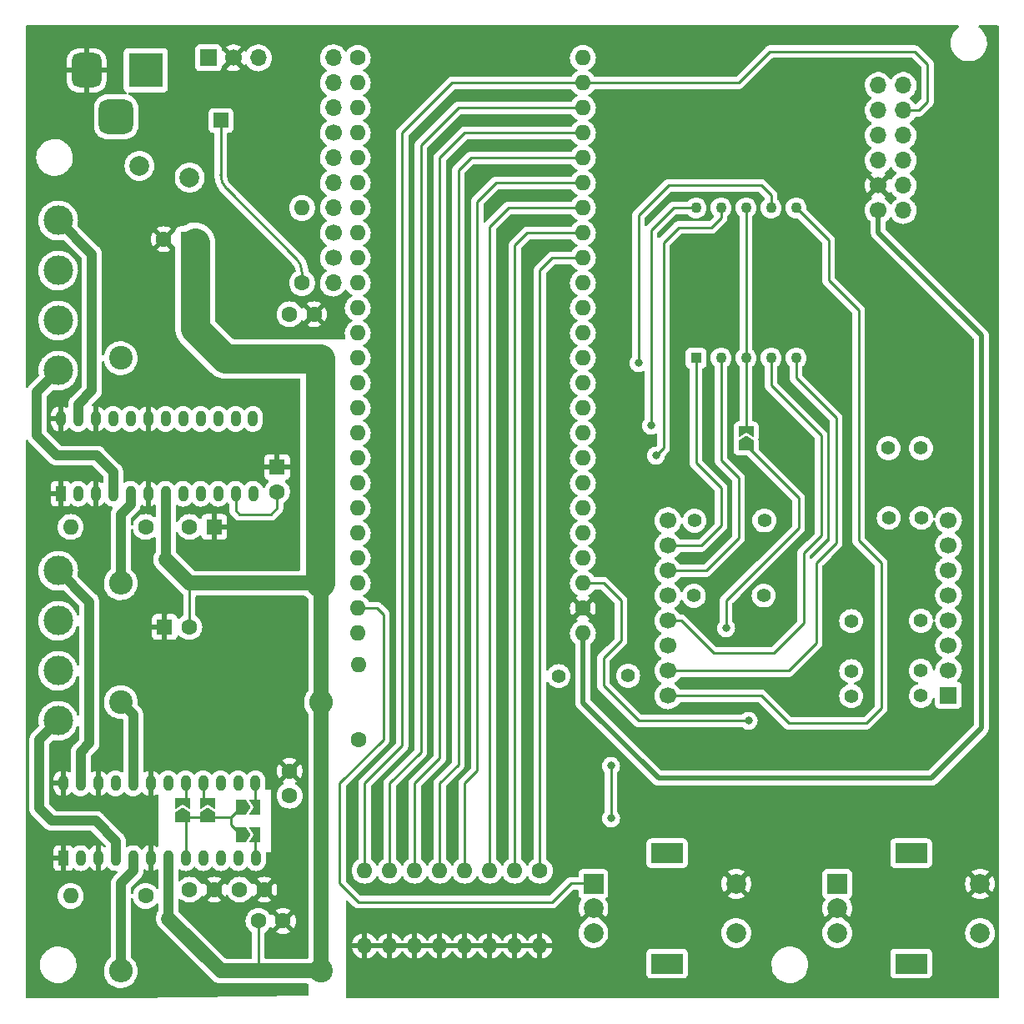
<source format=gbl>
G04 #@! TF.GenerationSoftware,KiCad,Pcbnew,(6.0.11)*
G04 #@! TF.CreationDate,2023-02-22T21:26:36+09:00*
G04 #@! TF.ProjectId,tangnano9k_motordriver,74616e67-6e61-46e6-9f39-6b5f6d6f746f,rev?*
G04 #@! TF.SameCoordinates,Original*
G04 #@! TF.FileFunction,Copper,L2,Bot*
G04 #@! TF.FilePolarity,Positive*
%FSLAX46Y46*%
G04 Gerber Fmt 4.6, Leading zero omitted, Abs format (unit mm)*
G04 Created by KiCad (PCBNEW (6.0.11)) date 2023-02-22 21:26:36*
%MOMM*%
%LPD*%
G01*
G04 APERTURE LIST*
G04 Aperture macros list*
%AMRoundRect*
0 Rectangle with rounded corners*
0 $1 Rounding radius*
0 $2 $3 $4 $5 $6 $7 $8 $9 X,Y pos of 4 corners*
0 Add a 4 corners polygon primitive as box body*
4,1,4,$2,$3,$4,$5,$6,$7,$8,$9,$2,$3,0*
0 Add four circle primitives for the rounded corners*
1,1,$1+$1,$2,$3*
1,1,$1+$1,$4,$5*
1,1,$1+$1,$6,$7*
1,1,$1+$1,$8,$9*
0 Add four rect primitives between the rounded corners*
20,1,$1+$1,$2,$3,$4,$5,0*
20,1,$1+$1,$4,$5,$6,$7,0*
20,1,$1+$1,$6,$7,$8,$9,0*
20,1,$1+$1,$8,$9,$2,$3,0*%
%AMFreePoly0*
4,1,6,1.000000,0.000000,0.500000,-0.750000,-0.500000,-0.750000,-0.500000,0.750000,0.500000,0.750000,1.000000,0.000000,1.000000,0.000000,$1*%
%AMFreePoly1*
4,1,6,0.500000,-0.750000,-0.650000,-0.750000,-0.150000,0.000000,-0.650000,0.750000,0.500000,0.750000,0.500000,-0.750000,0.500000,-0.750000,$1*%
G04 Aperture macros list end*
G04 #@! TA.AperFunction,ComponentPad*
%ADD10O,1.700000X1.700000*%
G04 #@! TD*
G04 #@! TA.AperFunction,ComponentPad*
%ADD11C,1.700000*%
G04 #@! TD*
G04 #@! TA.AperFunction,ComponentPad*
%ADD12C,2.400000*%
G04 #@! TD*
G04 #@! TA.AperFunction,ComponentPad*
%ADD13O,2.400000X2.400000*%
G04 #@! TD*
G04 #@! TA.AperFunction,ComponentPad*
%ADD14C,1.400000*%
G04 #@! TD*
G04 #@! TA.AperFunction,ComponentPad*
%ADD15C,1.600000*%
G04 #@! TD*
G04 #@! TA.AperFunction,ComponentPad*
%ADD16O,1.600000X1.600000*%
G04 #@! TD*
G04 #@! TA.AperFunction,ComponentPad*
%ADD17R,1.600000X1.600000*%
G04 #@! TD*
G04 #@! TA.AperFunction,ComponentPad*
%ADD18R,2.000000X2.000000*%
G04 #@! TD*
G04 #@! TA.AperFunction,ComponentPad*
%ADD19C,2.000000*%
G04 #@! TD*
G04 #@! TA.AperFunction,ComponentPad*
%ADD20R,3.200000X2.000000*%
G04 #@! TD*
G04 #@! TA.AperFunction,ComponentPad*
%ADD21R,1.000000X1.600000*%
G04 #@! TD*
G04 #@! TA.AperFunction,ComponentPad*
%ADD22O,1.000000X1.600000*%
G04 #@! TD*
G04 #@! TA.AperFunction,ComponentPad*
%ADD23R,1.100000X1.100000*%
G04 #@! TD*
G04 #@! TA.AperFunction,ComponentPad*
%ADD24C,1.100000*%
G04 #@! TD*
G04 #@! TA.AperFunction,ComponentPad*
%ADD25R,1.700000X1.700000*%
G04 #@! TD*
G04 #@! TA.AperFunction,ComponentPad*
%ADD26C,2.010000*%
G04 #@! TD*
G04 #@! TA.AperFunction,ComponentPad*
%ADD27R,3.500000X3.500000*%
G04 #@! TD*
G04 #@! TA.AperFunction,ComponentPad*
%ADD28RoundRect,0.750000X-0.750000X-1.000000X0.750000X-1.000000X0.750000X1.000000X-0.750000X1.000000X0*%
G04 #@! TD*
G04 #@! TA.AperFunction,ComponentPad*
%ADD29RoundRect,0.875000X-0.875000X-0.875000X0.875000X-0.875000X0.875000X0.875000X-0.875000X0.875000X0*%
G04 #@! TD*
G04 #@! TA.AperFunction,ComponentPad*
%ADD30C,3.000000*%
G04 #@! TD*
G04 #@! TA.AperFunction,ComponentPad*
%ADD31R,1.500000X1.500000*%
G04 #@! TD*
G04 #@! TA.AperFunction,SMDPad,CuDef*
%ADD32FreePoly0,0.000000*%
G04 #@! TD*
G04 #@! TA.AperFunction,SMDPad,CuDef*
%ADD33FreePoly1,0.000000*%
G04 #@! TD*
G04 #@! TA.AperFunction,SMDPad,CuDef*
%ADD34FreePoly0,90.000000*%
G04 #@! TD*
G04 #@! TA.AperFunction,SMDPad,CuDef*
%ADD35FreePoly1,90.000000*%
G04 #@! TD*
G04 #@! TA.AperFunction,ViaPad*
%ADD36C,0.800000*%
G04 #@! TD*
G04 #@! TA.AperFunction,Conductor*
%ADD37C,0.250000*%
G04 #@! TD*
G04 #@! TA.AperFunction,Conductor*
%ADD38C,1.000000*%
G04 #@! TD*
G04 #@! TA.AperFunction,Conductor*
%ADD39C,0.500000*%
G04 #@! TD*
G04 #@! TA.AperFunction,Conductor*
%ADD40C,2.000000*%
G04 #@! TD*
G04 #@! TA.AperFunction,Conductor*
%ADD41C,3.000000*%
G04 #@! TD*
G04 #@! TA.AperFunction,Conductor*
%ADD42C,1.500000*%
G04 #@! TD*
G04 APERTURE END LIST*
D10*
G04 #@! TO.P,J4,12,12*
G04 #@! TO.N,Net-(J4-Pad12)*
X150585000Y-53594000D03*
G04 #@! TO.P,J4,11,6*
G04 #@! TO.N,Net-(J4-Pad11)*
X148045000Y-53594000D03*
G04 #@! TO.P,J4,10,11*
G04 #@! TO.N,Net-(J4-Pad10)*
X150585000Y-56134000D03*
G04 #@! TO.P,J4,9,5*
G04 #@! TO.N,Net-(J4-Pad9)*
X148045000Y-56134000D03*
G04 #@! TO.P,J4,8,10*
G04 #@! TO.N,Net-(J4-Pad8)*
X150585000Y-58674000D03*
G04 #@! TO.P,J4,7,4*
G04 #@! TO.N,Net-(J4-Pad7)*
X148045000Y-58674000D03*
G04 #@! TO.P,J4,6,9*
G04 #@! TO.N,Net-(J4-Pad6)*
X150585000Y-61214000D03*
G04 #@! TO.P,J4,5,3*
G04 #@! TO.N,Net-(J4-Pad5)*
X148045000Y-61214000D03*
G04 #@! TO.P,J4,4,8*
G04 #@! TO.N,unconnected-(J4-Pad4)*
X150585000Y-63754000D03*
D11*
G04 #@! TO.P,J4,3,2*
G04 #@! TO.N,GND*
X148045000Y-63754000D03*
D10*
G04 #@! TO.P,J4,2,7*
G04 #@! TO.N,unconnected-(J4-Pad2)*
X150585000Y-66294000D03*
D11*
G04 #@! TO.P,J4,1,1*
G04 #@! TO.N,+3.3V*
X148045000Y-66294000D03*
G04 #@! TD*
D12*
G04 #@! TO.P,R3,1*
G04 #@! TO.N,/VM*
X91440000Y-104140000D03*
D13*
G04 #@! TO.P,R3,2*
G04 #@! TO.N,Net-(R3-Pad2)*
X71120000Y-104140000D03*
G04 #@! TD*
D14*
G04 #@! TO.P,JP11,1,A*
G04 #@! TO.N,Net-(JP11-Pad1)*
X145288000Y-113053997D03*
G04 #@! TO.P,JP11,2,B*
G04 #@! TO.N,Net-(JP11-Pad2)*
X152368000Y-113030000D03*
G04 #@! TD*
D12*
G04 #@! TO.P,R8,1*
G04 #@! TO.N,Net-(R8-Pad1)*
X71120000Y-81280000D03*
D13*
G04 #@! TO.P,R8,2*
G04 #@! TO.N,/VM*
X91440000Y-81280000D03*
G04 #@! TD*
D15*
G04 #@! TO.P,R1,1*
G04 #@! TO.N,/VCC_1*
X73660000Y-98425000D03*
D16*
G04 #@! TO.P,R1,2*
G04 #@! TO.N,Net-(C6-Pad1)*
X66040000Y-98425000D03*
G04 #@! TD*
D15*
G04 #@! TO.P,C8,1*
G04 #@! TO.N,/VREF_1*
X88265000Y-76835000D03*
G04 #@! TO.P,C8,2*
G04 #@! TO.N,GND*
X90765000Y-76835000D03*
G04 #@! TD*
G04 #@! TO.P,R5,1*
G04 #@! TO.N,/VREF_1*
X89535000Y-73660000D03*
D16*
G04 #@! TO.P,R5,2*
G04 #@! TO.N,/VREF_PWM_1*
X89535000Y-66040000D03*
G04 #@! TD*
D15*
G04 #@! TO.P,C6,1*
G04 #@! TO.N,Net-(C6-Pad1)*
X86995000Y-94837500D03*
D17*
G04 #@! TO.P,C6,2*
G04 #@! TO.N,GND*
X86995000Y-92337500D03*
G04 #@! TD*
D14*
G04 #@! TO.P,JP12,1,A*
G04 #@! TO.N,Net-(DS1-Pad10)*
X145288000Y-107973997D03*
G04 #@! TO.P,JP12,2,B*
G04 #@! TO.N,Net-(JP12-Pad2)*
X152368000Y-107950000D03*
G04 #@! TD*
G04 #@! TO.P,JP16,1,A*
G04 #@! TO.N,Net-(JP16-Pad1)*
X136398000Y-105386003D03*
G04 #@! TO.P,JP16,2,B*
G04 #@! TO.N,Net-(JP16-Pad2)*
X129318000Y-105410000D03*
G04 #@! TD*
D15*
G04 #@! TO.P,C9,1*
G04 #@! TO.N,/VREF_2*
X88265000Y-125710000D03*
G04 #@! TO.P,C9,2*
G04 #@! TO.N,GND*
X88265000Y-123210000D03*
G04 #@! TD*
G04 #@! TO.P,C1,1*
G04 #@! TO.N,/VM*
X85110000Y-138430000D03*
G04 #@! TO.P,C1,2*
G04 #@! TO.N,GND*
X87610000Y-138430000D03*
G04 #@! TD*
D17*
G04 #@! TO.P,C2,1*
G04 #@! TO.N,/VM*
X77987651Y-69215000D03*
D15*
G04 #@! TO.P,C2,2*
G04 #@! TO.N,GND*
X75487651Y-69215000D03*
G04 #@! TD*
D18*
G04 #@! TO.P,Rotary_SW1,A,A*
G04 #@! TO.N,/A_1*
X119115000Y-134660000D03*
D19*
G04 #@! TO.P,Rotary_SW1,B,B*
G04 #@! TO.N,/B_1*
X119115000Y-139660000D03*
G04 #@! TO.P,Rotary_SW1,C,C*
G04 #@! TO.N,GND*
X119115000Y-137160000D03*
D20*
G04 #@! TO.P,Rotary_SW1,MP*
G04 #@! TO.N,N/C*
X126615000Y-142760000D03*
X126615000Y-131560000D03*
D19*
G04 #@! TO.P,Rotary_SW1,S1,S1*
G04 #@! TO.N,Net-(JP8-Pad1)*
X133615000Y-139660000D03*
G04 #@! TO.P,Rotary_SW1,S2,S2*
G04 #@! TO.N,GND*
X133615000Y-134660000D03*
G04 #@! TD*
D15*
G04 #@! TO.P,R6,1*
G04 #@! TO.N,/VREF_2*
X95250000Y-120015000D03*
D16*
G04 #@! TO.P,R6,2*
G04 #@! TO.N,Net-(R6-Pad2)*
X95250000Y-112395000D03*
G04 #@! TD*
D21*
G04 #@! TO.P,U2,1,GND*
G04 #@! TO.N,GND*
X65024000Y-95046851D03*
D22*
G04 #@! TO.P,U2,2,OUTB-*
G04 #@! TO.N,Net-(J2-Pad3)*
X66802000Y-95046851D03*
G04 #@! TO.P,U2,3,GND*
G04 #@! TO.N,GND*
X68580000Y-95046851D03*
G04 #@! TO.P,U2,4,OUTB+*
G04 #@! TO.N,Net-(J2-Pad4)*
X70358000Y-95046851D03*
G04 #@! TO.P,U2,5,RSB*
G04 #@! TO.N,Net-(R3-Pad2)*
X72136000Y-95046851D03*
G04 #@! TO.P,U2,6,GND*
G04 #@! TO.N,GND*
X73914000Y-95046851D03*
G04 #@! TO.P,U2,7,VM*
G04 #@! TO.N,/VM*
X75692000Y-95046851D03*
G04 #@! TO.P,U2,8,VCC*
G04 #@! TO.N,/VCC_1*
X77470000Y-95046851D03*
G04 #@! TO.P,U2,9,VREFB*
G04 #@! TO.N,/VREF_1*
X79248000Y-95046851D03*
G04 #@! TO.P,U2,10,VREFA*
X81026000Y-95046851D03*
G04 #@! TO.P,U2,11,OSCM*
G04 #@! TO.N,Net-(C6-Pad1)*
X82804000Y-95046851D03*
G04 #@! TO.P,U2,12,INA1*
G04 #@! TO.N,/INA1*
X84582000Y-95046851D03*
G04 #@! TO.P,U2,13,INA2*
G04 #@! TO.N,/INA2*
X84532000Y-87446851D03*
G04 #@! TO.P,U2,14,PHASEA*
G04 #@! TO.N,/PHASEA_1*
X82792000Y-87446851D03*
G04 #@! TO.P,U2,15,PHASEB*
G04 #@! TO.N,/PHASEB_1*
X81014000Y-87446851D03*
G04 #@! TO.P,U2,16,INB1*
G04 #@! TO.N,/INB1*
X79236000Y-87446851D03*
G04 #@! TO.P,U2,17,INB2*
G04 #@! TO.N,/INB2*
X77458000Y-87446851D03*
G04 #@! TO.P,U2,18,STANDBY*
G04 #@! TO.N,/STANBY_1*
X75680000Y-87446851D03*
G04 #@! TO.P,U2,19,GND*
G04 #@! TO.N,GND*
X73902000Y-87446851D03*
G04 #@! TO.P,U2,20,RSA*
G04 #@! TO.N,Net-(R8-Pad1)*
X72124000Y-87446851D03*
G04 #@! TO.P,U2,21,OUTA+*
G04 #@! TO.N,Net-(J2-Pad2)*
X70346000Y-87446851D03*
G04 #@! TO.P,U2,22,GND*
G04 #@! TO.N,GND*
X68568000Y-87446851D03*
G04 #@! TO.P,U2,23,OUTA-*
G04 #@! TO.N,Net-(J2-Pad1)*
X66790000Y-87446851D03*
G04 #@! TO.P,U2,24,GND*
G04 #@! TO.N,GND*
X65012000Y-87446851D03*
G04 #@! TD*
D23*
G04 #@! TO.P,DS1,1,C_E*
G04 #@! TO.N,Net-(DS1-Pad1)*
X129540000Y-81280000D03*
D24*
G04 #@! TO.P,DS1,2,C_D*
G04 #@! TO.N,Net-(DS1-Pad2)*
X132080000Y-81280000D03*
G04 #@! TO.P,DS1,3,C_ANODE_1*
G04 #@! TO.N,/R9*
X134620000Y-81280000D03*
G04 #@! TO.P,DS1,4,C_C*
G04 #@! TO.N,Net-(DS1-Pad4)*
X137160000Y-81280000D03*
G04 #@! TO.P,DS1,5,C_DP*
G04 #@! TO.N,Net-(DS1-Pad5)*
X139700000Y-81280000D03*
G04 #@! TO.P,DS1,6,C_B*
G04 #@! TO.N,Net-(DS1-Pad6)*
X139700000Y-66040000D03*
G04 #@! TO.P,DS1,7,C_A*
G04 #@! TO.N,Net-(DS1-Pad7)*
X137160000Y-66040000D03*
G04 #@! TO.P,DS1,8,C_ANODE_2*
G04 #@! TO.N,/R9*
X134620000Y-66040000D03*
G04 #@! TO.P,DS1,9,C_F*
G04 #@! TO.N,Net-(DS1-Pad9)*
X132080000Y-66040000D03*
G04 #@! TO.P,DS1,10,C_G*
G04 #@! TO.N,Net-(DS1-Pad10)*
X129540000Y-66040000D03*
G04 #@! TD*
D15*
G04 #@! TO.P,C7,1*
G04 #@! TO.N,Net-(C7-Pad1)*
X83205000Y-135255000D03*
G04 #@! TO.P,C7,2*
G04 #@! TO.N,GND*
X85705000Y-135255000D03*
G04 #@! TD*
D25*
G04 #@! TO.P,U1,1,VIN*
G04 #@! TO.N,Net-(F1-Pad1)*
X80025000Y-50800000D03*
D11*
G04 #@! TO.P,U1,2,GND*
G04 #@! TO.N,GND*
X82565000Y-50800000D03*
D10*
G04 #@! TO.P,U1,3,VOUT*
G04 #@! TO.N,+5V*
X85105000Y-50800000D03*
G04 #@! TD*
D12*
G04 #@! TO.P,R4,1*
G04 #@! TO.N,/VM*
X91440000Y-143510000D03*
D13*
G04 #@! TO.P,R4,2*
G04 #@! TO.N,Net-(R4-Pad2)*
X71120000Y-143510000D03*
G04 #@! TD*
D21*
G04 #@! TO.P,U3,1,GND*
G04 #@! TO.N,GND*
X65287702Y-132045000D03*
D22*
G04 #@! TO.P,U3,2,OUTB-*
G04 #@! TO.N,Net-(J3-Pad3)*
X67065702Y-132045000D03*
G04 #@! TO.P,U3,3,GND*
G04 #@! TO.N,GND*
X68843702Y-132045000D03*
G04 #@! TO.P,U3,4,OUTB+*
G04 #@! TO.N,Net-(J3-Pad4)*
X70621702Y-132045000D03*
G04 #@! TO.P,U3,5,RSB*
G04 #@! TO.N,Net-(R4-Pad2)*
X72399702Y-132045000D03*
G04 #@! TO.P,U3,6,GND*
G04 #@! TO.N,GND*
X74177702Y-132045000D03*
G04 #@! TO.P,U3,7,VM*
G04 #@! TO.N,/VM*
X75955702Y-132045000D03*
G04 #@! TO.P,U3,8,VCC*
G04 #@! TO.N,/VCC_2*
X77733702Y-132045000D03*
G04 #@! TO.P,U3,9,VREFB*
G04 #@! TO.N,/VREF_2*
X79511702Y-132045000D03*
G04 #@! TO.P,U3,10,VREFA*
X81289702Y-132045000D03*
G04 #@! TO.P,U3,11,OSCM*
G04 #@! TO.N,Net-(C7-Pad1)*
X83067702Y-132045000D03*
G04 #@! TO.P,U3,12,INA1*
G04 #@! TO.N,/INA1_2*
X84845702Y-132045000D03*
G04 #@! TO.P,U3,13,INA2*
G04 #@! TO.N,/INA2_2*
X84795702Y-124445000D03*
G04 #@! TO.P,U3,14,PHASEA*
G04 #@! TO.N,/PHASEA_2*
X83055702Y-124445000D03*
G04 #@! TO.P,U3,15,PHASEB*
G04 #@! TO.N,/PHASEB_2*
X81277702Y-124445000D03*
G04 #@! TO.P,U3,16,INB1*
G04 #@! TO.N,/INB1_2*
X79499702Y-124445000D03*
G04 #@! TO.P,U3,17,INB2*
G04 #@! TO.N,/INB2_2*
X77721702Y-124445000D03*
G04 #@! TO.P,U3,18,STANDBY*
G04 #@! TO.N,/STANBY_2*
X75943702Y-124445000D03*
G04 #@! TO.P,U3,19,GND*
G04 #@! TO.N,GND*
X74165702Y-124445000D03*
G04 #@! TO.P,U3,20,RSA*
G04 #@! TO.N,Net-(R7-Pad1)*
X72387702Y-124445000D03*
G04 #@! TO.P,U3,21,OUTA+*
G04 #@! TO.N,Net-(J3-Pad2)*
X70609702Y-124445000D03*
G04 #@! TO.P,U3,22,GND*
G04 #@! TO.N,GND*
X68831702Y-124445000D03*
G04 #@! TO.P,U3,23,OUTA-*
G04 #@! TO.N,Net-(J3-Pad1)*
X67053702Y-124445000D03*
G04 #@! TO.P,U3,24,GND*
G04 #@! TO.N,GND*
X65275702Y-124445000D03*
G04 #@! TD*
D15*
G04 #@! TO.P,C5,1*
G04 #@! TO.N,/VCC_2*
X78125000Y-135255000D03*
G04 #@! TO.P,C5,2*
G04 #@! TO.N,GND*
X80625000Y-135255000D03*
G04 #@! TD*
D25*
G04 #@! TO.P,U5,1,R5*
G04 #@! TO.N,Net-(JP10-Pad2)*
X155150000Y-115510000D03*
D11*
G04 #@! TO.P,U5,2,R7*
G04 #@! TO.N,Net-(JP11-Pad2)*
X155170000Y-112970000D03*
G04 #@! TO.P,U5,3,C2*
G04 #@! TO.N,Net-(DS1-Pad9)*
X155170000Y-110430000D03*
G04 #@! TO.P,U5,4,C3*
G04 #@! TO.N,Net-(JP12-Pad2)*
X155170000Y-107890000D03*
G04 #@! TO.P,U5,5,R8*
G04 #@! TO.N,Net-(U4-Pad36)*
X155170000Y-105350000D03*
G04 #@! TO.P,U5,6,C5*
G04 #@! TO.N,Net-(DS1-Pad7)*
X155170000Y-102810000D03*
G04 #@! TO.P,U5,7,R6*
G04 #@! TO.N,Net-(JP13-Pad2)*
X155170000Y-100270000D03*
G04 #@! TO.P,U5,8,R3*
G04 #@! TO.N,Net-(JP14-Pad2)*
X155170000Y-97730000D03*
G04 #@! TO.P,U5,9,R1*
G04 #@! TO.N,/R1*
X126690000Y-97790000D03*
G04 #@! TO.P,U5,10,C4*
G04 #@! TO.N,Net-(DS1-Pad1)*
X126690000Y-100330000D03*
G04 #@! TO.P,U5,11,C6*
G04 #@! TO.N,Net-(DS1-Pad2)*
X126690000Y-102870000D03*
G04 #@! TO.P,U5,12,R4*
G04 #@! TO.N,Net-(JP16-Pad2)*
X126690000Y-105410000D03*
G04 #@! TO.P,U5,13,C1*
G04 #@! TO.N,Net-(DS1-Pad4)*
X126690000Y-107950000D03*
G04 #@! TO.P,U5,14,R2*
G04 #@! TO.N,Net-(JP17-Pad2)*
X126690000Y-110490000D03*
G04 #@! TO.P,U5,15,C7*
G04 #@! TO.N,Net-(DS1-Pad5)*
X126690000Y-113030000D03*
G04 #@! TO.P,U5,16,C8*
G04 #@! TO.N,Net-(DS1-Pad6)*
X126690000Y-115570000D03*
G04 #@! TD*
D26*
G04 #@! TO.P,F1,1*
G04 #@! TO.N,Net-(F1-Pad1)*
X73025000Y-61755426D03*
G04 #@! TO.P,F1,2*
G04 #@! TO.N,/VM*
X78125000Y-62955426D03*
G04 #@! TD*
D27*
G04 #@! TO.P,J1,1*
G04 #@! TO.N,Net-(F1-Pad1)*
X73660000Y-52070000D03*
D28*
G04 #@! TO.P,J1,2*
G04 #@! TO.N,GND*
X67660000Y-52070000D03*
D29*
G04 #@! TO.P,J1,3*
G04 #@! TO.N,N/C*
X70660000Y-56770000D03*
G04 #@! TD*
D15*
G04 #@! TO.P,U4,1,PIN38_IOB31B_TF_CS*
G04 #@! TO.N,/STANBY_1*
X95187500Y-50800000D03*
D16*
G04 #@! TO.P,U4,2,PIN37_IOB31A_TF_MOSI*
G04 #@! TO.N,/INB2*
X95187500Y-53340000D03*
G04 #@! TO.P,U4,3,PIN36_IOB29B_TF_SCLK*
G04 #@! TO.N,/INB1*
X95187500Y-55880000D03*
G04 #@! TO.P,U4,4,PIN39_IOB33A_TF_MISO*
G04 #@! TO.N,/PHASEB_1*
X95187500Y-58420000D03*
G04 #@! TO.P,U4,5,PIN25_IOB8A*
G04 #@! TO.N,/PHASEA_1*
X95187500Y-60960000D03*
G04 #@! TO.P,U4,6,PIN26_IOB8B*
G04 #@! TO.N,/INA2*
X95187500Y-63500000D03*
G04 #@! TO.P,U4,7,PIN27_IOB11A*
G04 #@! TO.N,/VREF_PWM_1*
X95187500Y-66040000D03*
G04 #@! TO.P,U4,8,PIN28_IOB11B*
G04 #@! TO.N,/Reserve_a*
X95187500Y-68580000D03*
G04 #@! TO.P,U4,9,PIN29_IOB13A*
G04 #@! TO.N,/Reserve_b*
X95187500Y-71120000D03*
G04 #@! TO.P,U4,10,PIN30_IOB13B*
G04 #@! TO.N,/INA1*
X95187500Y-73660000D03*
G04 #@! TO.P,U4,11,PIN33_IOB23A_RGB_DE*
G04 #@! TO.N,Net-(DS1-Pad4)*
X95187500Y-76200000D03*
G04 #@! TO.P,U4,12,PIN34_IOB23B_RGB_VS*
G04 #@! TO.N,Net-(JP17-Pad1)*
X95187500Y-78740000D03*
G04 #@! TO.P,U4,13,PIN40_IOB33B_RGB_HS*
G04 #@! TO.N,Net-(DS1-Pad5)*
X95187500Y-81280000D03*
G04 #@! TO.P,U4,14,PIN35_IOB29A_RGB_CK*
G04 #@! TO.N,Net-(DS1-Pad6)*
X95187500Y-83820000D03*
G04 #@! TO.P,U4,15,PIN41_IOB41A_RGB_B7*
G04 #@! TO.N,Net-(Rotary_SW2-PadA)*
X95187500Y-86360000D03*
G04 #@! TO.P,U4,16,PIN42_IOB41B_RGB_B6*
G04 #@! TO.N,Net-(Rotary_SW2-PadB)*
X95187500Y-88900000D03*
G04 #@! TO.P,U4,17,PIN51_IOR17B_RGB_B5*
G04 #@! TO.N,/STANBY_2*
X95187500Y-91440000D03*
G04 #@! TO.P,U4,18,PIN53_IOR15B_RGB_B4*
G04 #@! TO.N,Net-(JP5-Pad1)*
X95187500Y-93980000D03*
G04 #@! TO.P,U4,19,PIN54_IOR15A_RGB_B3*
G04 #@! TO.N,/B_1*
X95187500Y-96520000D03*
G04 #@! TO.P,U4,20,PIN55_IOR14B_RGB_G7*
G04 #@! TO.N,/PHASEB_2*
X95187500Y-99060000D03*
G04 #@! TO.P,U4,21,PIN56_IOR14A_RGB_G6*
G04 #@! TO.N,/PHASEA_2*
X95187500Y-101600000D03*
G04 #@! TO.P,U4,22,PIN57_IOR13A_RGB_G5*
G04 #@! TO.N,Net-(JP8-Pad1)*
X95187500Y-104140000D03*
G04 #@! TO.P,U4,23,HDMI_CK_N*
G04 #@! TO.N,/A_1*
X95187500Y-106680000D03*
G04 #@! TO.P,U4,24,HDMI_CK_P*
G04 #@! TO.N,Net-(R6-Pad2)*
X95187500Y-109220000D03*
G04 #@! TO.P,U4,25,+3V3*
G04 #@! TO.N,+3.3V*
X118047500Y-109220000D03*
D15*
G04 #@! TO.P,U4,26,GND*
G04 #@! TO.N,GND*
X118047500Y-106680000D03*
D16*
G04 #@! TO.P,U4,27,PIN32_IOB15B_RGBINIT*
G04 #@! TO.N,Net-(JP16-Pad1)*
X118047500Y-104140000D03*
G04 #@! TO.P,U4,28,PIN31_IOB15A_RGBINIT*
G04 #@! TO.N,Net-(DS1-Pad2)*
X118047500Y-101600000D03*
G04 #@! TO.P,U4,29,PIN49_IOR24A_SPILCD_RS*
G04 #@! TO.N,Net-(DS1-Pad1)*
X118047500Y-99060000D03*
G04 #@! TO.P,U4,30,PIN48_IOR24B_SPILCD_CS*
G04 #@! TO.N,Net-(JP15-Pad1)*
X118047500Y-96520000D03*
G04 #@! TO.P,U4,31,+5V*
G04 #@! TO.N,+5V*
X118047500Y-93980000D03*
G04 #@! TO.P,U4,32,HDMI_D0_N*
G04 #@! TO.N,Net-(JP10-Pad1)*
X118047500Y-91440000D03*
G04 #@! TO.P,U4,33,HDMI_D0_P*
G04 #@! TO.N,Net-(JP11-Pad1)*
X118047500Y-88900000D03*
G04 #@! TO.P,U4,34,HDMI_D1_N*
G04 #@! TO.N,Net-(DS1-Pad9)*
X118047500Y-86360000D03*
G04 #@! TO.P,U4,35,HDMI_D1_P*
G04 #@! TO.N,Net-(DS1-Pad10)*
X118047500Y-83820000D03*
G04 #@! TO.P,U4,36,HDMI_D2_N*
G04 #@! TO.N,Net-(U4-Pad36)*
X118047500Y-81280000D03*
G04 #@! TO.P,U4,37,HDMI_D2_P*
G04 #@! TO.N,Net-(DS1-Pad7)*
X118047500Y-78740000D03*
G04 #@! TO.P,U4,38,PIN76_IOT37B_SPILCD_MCLK*
G04 #@! TO.N,Net-(JP13-Pad1)*
X118047500Y-76200000D03*
G04 #@! TO.P,U4,39,PIN77_IOT37A_SPILCD_MO*
G04 #@! TO.N,Net-(JP14-Pad1)*
X118047500Y-73660000D03*
G04 #@! TO.P,U4,40,PIN79_IOT12B_1V8*
G04 #@! TO.N,Net-(J4-Pad8)*
X118047500Y-71120000D03*
G04 #@! TO.P,U4,41,PIN80_IOT12A_1V8*
G04 #@! TO.N,Net-(J4-Pad6)*
X118047500Y-68580000D03*
G04 #@! TO.P,U4,42,PIN81_IOT11B_1V8*
G04 #@! TO.N,Net-(J4-Pad5)*
X118047500Y-66040000D03*
G04 #@! TO.P,U4,43,PIN82_IOT11A_1V8*
G04 #@! TO.N,Net-(J4-Pad7)*
X118047500Y-63500000D03*
G04 #@! TO.P,U4,44,PIN83_IOT10B_1V8*
G04 #@! TO.N,Net-(J4-Pad9)*
X118047500Y-60960000D03*
G04 #@! TO.P,U4,45,PIN84_IOT10A_1V8*
G04 #@! TO.N,Net-(J4-Pad11)*
X118047500Y-58420000D03*
G04 #@! TO.P,U4,46,PIN85_IOT8B_1V8*
G04 #@! TO.N,Net-(J4-Pad12)*
X118047500Y-55880000D03*
G04 #@! TO.P,U4,47,PIN86_IOT8A_BL_PWM_1V8*
G04 #@! TO.N,Net-(J4-Pad10)*
X118047500Y-53340000D03*
G04 #@! TO.P,U4,48,PIN63_IOR5A_RGBINIT*
G04 #@! TO.N,Net-(Rotary_SW2-PadS1)*
X118047500Y-50800000D03*
G04 #@! TD*
D14*
G04 #@! TO.P,JP15,1,A*
G04 #@! TO.N,Net-(JP15-Pad1)*
X136467000Y-97766003D03*
G04 #@! TO.P,JP15,2,B*
G04 #@! TO.N,/R1*
X129387000Y-97790000D03*
G04 #@! TD*
D15*
G04 #@! TO.P,C3,1*
G04 #@! TO.N,/VM*
X78085000Y-108585000D03*
D17*
G04 #@! TO.P,C3,2*
G04 #@! TO.N,GND*
X75585000Y-108585000D03*
G04 #@! TD*
D11*
G04 #@! TO.P,Pin2,1*
G04 #@! TO.N,/Reserve_a*
X92710000Y-68570000D03*
D10*
G04 #@! TO.P,Pin2,2*
G04 #@! TO.N,/VREF_PWM_1*
X92710000Y-66030000D03*
G04 #@! TO.P,Pin2,3*
G04 #@! TO.N,/INA2*
X92710000Y-63490000D03*
G04 #@! TO.P,Pin2,4*
G04 #@! TO.N,/PHASEA_1*
X92710000Y-60950000D03*
G04 #@! TD*
D15*
G04 #@! TO.P,R2,1*
G04 #@! TO.N,/VCC_2*
X73660000Y-135890000D03*
D16*
G04 #@! TO.P,R2,2*
G04 #@! TO.N,Net-(C7-Pad1)*
X66040000Y-135890000D03*
G04 #@! TD*
D14*
G04 #@! TO.P,JP14,1,A*
G04 #@! TO.N,Net-(JP14-Pad1)*
X152376003Y-90424000D03*
G04 #@! TO.P,JP14,2,B*
G04 #@! TO.N,Net-(JP14-Pad2)*
X152400000Y-97504000D03*
G04 #@! TD*
D11*
G04 #@! TO.P,Pin3,1*
G04 #@! TO.N,/Reserve_b*
X92710000Y-71120000D03*
D10*
G04 #@! TO.P,Pin3,2*
G04 #@! TO.N,/INA1*
X92710000Y-73660000D03*
G04 #@! TD*
D30*
G04 #@! TO.P,J3,1,Pin_1*
G04 #@! TO.N,Net-(J3-Pad1)*
X64770000Y-102870000D03*
G04 #@! TO.P,J3,2,Pin_2*
G04 #@! TO.N,Net-(J3-Pad2)*
X64770000Y-107950000D03*
G04 #@! TO.P,J3,3,Pin_3*
G04 #@! TO.N,Net-(J3-Pad3)*
X64770000Y-113030000D03*
G04 #@! TO.P,J3,4,Pin_4*
G04 #@! TO.N,Net-(J3-Pad4)*
X64770000Y-118110000D03*
G04 #@! TD*
D11*
G04 #@! TO.P,Pin1,1*
G04 #@! TO.N,/PHASEB_1*
X92710000Y-58410000D03*
D10*
G04 #@! TO.P,Pin1,2*
G04 #@! TO.N,/INB1*
X92710000Y-55870000D03*
G04 #@! TO.P,Pin1,3*
G04 #@! TO.N,/INB2*
X92710000Y-53330000D03*
G04 #@! TO.P,Pin1,4*
G04 #@! TO.N,/STANBY_1*
X92710000Y-50790000D03*
G04 #@! TD*
D30*
G04 #@! TO.P,J2,1,Pin_1*
G04 #@! TO.N,Net-(J2-Pad1)*
X64770000Y-67310000D03*
G04 #@! TO.P,J2,2,Pin_2*
G04 #@! TO.N,Net-(J2-Pad2)*
X64770000Y-72390000D03*
G04 #@! TO.P,J2,3,Pin_3*
G04 #@! TO.N,Net-(J2-Pad3)*
X64770000Y-77470000D03*
G04 #@! TO.P,J2,4,Pin_4*
G04 #@! TO.N,Net-(J2-Pad4)*
X64770000Y-82550000D03*
G04 #@! TD*
D31*
G04 #@! TO.P,TP1,1,1*
G04 #@! TO.N,/VREF_1*
X81280000Y-57150000D03*
G04 #@! TD*
D15*
G04 #@! TO.P,C4,1*
G04 #@! TO.N,/VCC_1*
X78125000Y-98425000D03*
D17*
G04 #@! TO.P,C4,2*
G04 #@! TO.N,GND*
X80625000Y-98425000D03*
G04 #@! TD*
D14*
G04 #@! TO.P,JP17,1,A*
G04 #@! TO.N,Net-(JP17-Pad1)*
X115570000Y-113561997D03*
G04 #@! TO.P,JP17,2,B*
G04 #@! TO.N,Net-(JP17-Pad2)*
X122650000Y-113538000D03*
G04 #@! TD*
G04 #@! TO.P,JP13,1,A*
G04 #@! TO.N,Net-(JP13-Pad1)*
X149074003Y-90424000D03*
G04 #@! TO.P,JP13,2,B*
G04 #@! TO.N,Net-(JP13-Pad2)*
X149098000Y-97504000D03*
G04 #@! TD*
D18*
G04 #@! TO.P,Rotary_SW2,A,A*
G04 #@! TO.N,Net-(Rotary_SW2-PadA)*
X143880000Y-134660000D03*
D19*
G04 #@! TO.P,Rotary_SW2,B,B*
G04 #@! TO.N,Net-(Rotary_SW2-PadB)*
X143880000Y-139660000D03*
G04 #@! TO.P,Rotary_SW2,C,C*
G04 #@! TO.N,GND*
X143880000Y-137160000D03*
D20*
G04 #@! TO.P,Rotary_SW2,MP*
G04 #@! TO.N,N/C*
X151380000Y-131560000D03*
X151380000Y-142760000D03*
D19*
G04 #@! TO.P,Rotary_SW2,S1,S1*
G04 #@! TO.N,Net-(Rotary_SW2-PadS1)*
X158380000Y-139660000D03*
G04 #@! TO.P,Rotary_SW2,S2,S2*
G04 #@! TO.N,GND*
X158380000Y-134660000D03*
G04 #@! TD*
D14*
G04 #@! TO.P,JP10,1,A*
G04 #@! TO.N,Net-(JP10-Pad1)*
X145288000Y-115593997D03*
G04 #@! TO.P,JP10,2,B*
G04 #@! TO.N,Net-(JP10-Pad2)*
X152368000Y-115570000D03*
G04 #@! TD*
D15*
G04 #@! TO.P,SW1,1*
G04 #@! TO.N,Net-(J4-Pad8)*
X113675000Y-133329796D03*
D16*
G04 #@! TO.P,SW1,2*
G04 #@! TO.N,Net-(J4-Pad6)*
X111135000Y-133329796D03*
G04 #@! TO.P,SW1,3*
G04 #@! TO.N,Net-(J4-Pad5)*
X108595000Y-133329796D03*
G04 #@! TO.P,SW1,4*
G04 #@! TO.N,Net-(J4-Pad7)*
X106055000Y-133329796D03*
G04 #@! TO.P,SW1,5*
G04 #@! TO.N,Net-(J4-Pad9)*
X103515000Y-133329796D03*
G04 #@! TO.P,SW1,6*
G04 #@! TO.N,Net-(J4-Pad11)*
X100975000Y-133329796D03*
G04 #@! TO.P,SW1,7*
G04 #@! TO.N,Net-(J4-Pad12)*
X98435000Y-133329796D03*
G04 #@! TO.P,SW1,8*
G04 #@! TO.N,Net-(J4-Pad10)*
X95895000Y-133329796D03*
G04 #@! TO.P,SW1,9*
G04 #@! TO.N,GND*
X95895000Y-140949796D03*
G04 #@! TO.P,SW1,10*
X98435000Y-140949796D03*
G04 #@! TO.P,SW1,11*
X100975000Y-140949796D03*
G04 #@! TO.P,SW1,12*
X103515000Y-140949796D03*
G04 #@! TO.P,SW1,13*
X106055000Y-140949796D03*
G04 #@! TO.P,SW1,14*
X108595000Y-140949796D03*
G04 #@! TO.P,SW1,15*
X111135000Y-140949796D03*
G04 #@! TO.P,SW1,16*
X113675000Y-140949796D03*
G04 #@! TD*
D12*
G04 #@! TO.P,R7,1*
G04 #@! TO.N,Net-(R7-Pad1)*
X71120000Y-116205000D03*
D13*
G04 #@! TO.P,R7,2*
G04 #@! TO.N,/VM*
X91440000Y-116205000D03*
G04 #@! TD*
D32*
G04 #@! TO.P,JP2,1,A*
G04 #@! TO.N,/VCC_2*
X83298745Y-126876050D03*
D33*
G04 #@! TO.P,JP2,2,B*
G04 #@! TO.N,/INA2_2*
X84748745Y-126876050D03*
G04 #@! TD*
D34*
G04 #@! TO.P,JP3,1,A*
G04 #@! TO.N,/VCC_2*
X79976308Y-127895409D03*
D35*
G04 #@! TO.P,JP3,2,B*
G04 #@! TO.N,/INB1_2*
X79976308Y-126445409D03*
G04 #@! TD*
D34*
G04 #@! TO.P,JP9,1,A*
G04 #@! TO.N,Net-(JP5-Pad1)*
X134620000Y-90170000D03*
D35*
G04 #@! TO.P,JP9,2,B*
G04 #@! TO.N,/R9*
X134620000Y-88720000D03*
G04 #@! TD*
D34*
G04 #@! TO.P,JP4,1,A*
G04 #@! TO.N,/VCC_2*
X77400666Y-127865973D03*
D35*
G04 #@! TO.P,JP4,2,B*
G04 #@! TO.N,/INB2_2*
X77400666Y-126415973D03*
G04 #@! TD*
D32*
G04 #@! TO.P,JP1,1,A*
G04 #@! TO.N,/VCC_2*
X83298745Y-129657743D03*
D33*
G04 #@! TO.P,JP1,2,B*
G04 #@! TO.N,/INA1_2*
X84748745Y-129657743D03*
G04 #@! TD*
D36*
G04 #@! TO.N,GND*
X125222000Y-52070000D03*
X141224000Y-52578000D03*
X138176000Y-95758000D03*
X115570000Y-48895000D03*
X149352000Y-127000000D03*
X94742000Y-127000000D03*
X79375000Y-102235000D03*
X138430000Y-72009000D03*
X115316000Y-82550000D03*
X125222000Y-48895000D03*
X106680000Y-57150000D03*
X107315000Y-62865000D03*
X98044000Y-85598000D03*
X149352000Y-120650000D03*
X129032000Y-120650000D03*
X138430000Y-74930000D03*
X147320000Y-72009000D03*
X125222000Y-59944000D03*
X75565000Y-81280000D03*
X123952000Y-104648000D03*
X158750000Y-54610000D03*
X139192000Y-120650000D03*
X132080000Y-48895000D03*
X109855000Y-120650000D03*
X139192000Y-127000000D03*
X137668000Y-52578000D03*
X132080000Y-52070000D03*
X106680000Y-54610000D03*
X112395000Y-120650000D03*
X103124000Y-50546000D03*
X130810000Y-72009000D03*
X156210000Y-72009000D03*
X114300000Y-69850000D03*
X88265000Y-116205000D03*
X106680000Y-59690000D03*
X150622000Y-88392000D03*
X138430000Y-78105000D03*
X137160000Y-108712000D03*
X100838000Y-53086000D03*
X156210000Y-61214000D03*
X155702000Y-88392000D03*
X111125000Y-50165000D03*
X110490000Y-67945000D03*
X139192000Y-115316000D03*
X109220000Y-65405000D03*
X121412000Y-66548000D03*
X133858000Y-101854000D03*
X132080000Y-59944000D03*
X117856000Y-120650000D03*
G04 #@! TO.N,Net-(DS1-Pad7)*
X123698000Y-81788000D03*
G04 #@! TO.N,Net-(DS1-Pad9)*
X125476000Y-91186000D03*
G04 #@! TO.N,Net-(DS1-Pad10)*
X124968000Y-88138000D03*
G04 #@! TO.N,Net-(JP5-Pad1)*
X132588000Y-108712000D03*
X120904000Y-122682000D03*
X120904000Y-128016000D03*
G04 #@! TO.N,Net-(JP16-Pad1)*
X134874000Y-118110000D03*
G04 #@! TD*
D37*
G04 #@! TO.N,GND*
X65024000Y-87458851D02*
X65012000Y-87446851D01*
G04 #@! TO.N,Net-(C6-Pad1)*
X86360000Y-97155000D02*
X86995000Y-96520000D01*
X82804000Y-95046851D02*
X82804000Y-96774000D01*
X86995000Y-96520000D02*
X86995000Y-94837500D01*
X82804000Y-96774000D02*
X83185000Y-97155000D01*
X83185000Y-97155000D02*
X86360000Y-97155000D01*
D38*
G04 #@! TO.N,Net-(J2-Pad1)*
X68199000Y-70739000D02*
X68199000Y-84582000D01*
X68199000Y-84582000D02*
X66790000Y-85991000D01*
X64770000Y-67310000D02*
X68199000Y-70739000D01*
X66790000Y-85991000D02*
X66790000Y-87446851D01*
G04 #@! TO.N,Net-(J2-Pad4)*
X68707000Y-91186000D02*
X70358000Y-92837000D01*
X62611000Y-84709000D02*
X62611000Y-89154000D01*
X64770000Y-82550000D02*
X62611000Y-84709000D01*
X64643000Y-91186000D02*
X68707000Y-91186000D01*
X62611000Y-89154000D02*
X64643000Y-91186000D01*
X70358000Y-92837000D02*
X70358000Y-95046851D01*
G04 #@! TO.N,Net-(J3-Pad1)*
X64770000Y-102870000D02*
X67945000Y-106045000D01*
X67945000Y-106045000D02*
X67945000Y-120396000D01*
X67053702Y-121287298D02*
X67053702Y-124445000D01*
X67945000Y-120396000D02*
X67053702Y-121287298D01*
G04 #@! TO.N,Net-(J3-Pad4)*
X62865000Y-127000000D02*
X64135000Y-128270000D01*
X64135000Y-128270000D02*
X68580000Y-128270000D01*
X68580000Y-128270000D02*
X70621702Y-130311702D01*
X64770000Y-118110000D02*
X62865000Y-120015000D01*
X70621702Y-130311702D02*
X70621702Y-132045000D01*
X62865000Y-120015000D02*
X62865000Y-127000000D01*
D37*
G04 #@! TO.N,Net-(DS1-Pad1)*
X126690000Y-100330000D02*
X130048000Y-100330000D01*
X129540000Y-91948000D02*
X129540000Y-81280000D01*
X132080000Y-98298000D02*
X132080000Y-94488000D01*
X132080000Y-94488000D02*
X129540000Y-91948000D01*
X130048000Y-100330000D02*
X132080000Y-98298000D01*
G04 #@! TO.N,Net-(DS1-Pad2)*
X133858000Y-93472000D02*
X132080000Y-91694000D01*
X132080000Y-91694000D02*
X132080000Y-81280000D01*
X133858000Y-99568000D02*
X133858000Y-93472000D01*
X126690000Y-102870000D02*
X130556000Y-102870000D01*
X130556000Y-102870000D02*
X133858000Y-99568000D01*
G04 #@! TO.N,/R9*
X134620000Y-81280000D02*
X134620000Y-88720000D01*
X134620000Y-81280000D02*
X134620000Y-78740000D01*
X134620000Y-76414178D02*
X134620000Y-66040000D01*
X134620000Y-78740000D02*
X134620000Y-76414178D01*
G04 #@! TO.N,Net-(DS1-Pad4)*
X137414000Y-111252000D02*
X140462000Y-108204000D01*
X128016000Y-107950000D02*
X131318000Y-111252000D01*
X142240000Y-89154000D02*
X137160000Y-84074000D01*
X131318000Y-111252000D02*
X137414000Y-111252000D01*
X142240000Y-99314000D02*
X142240000Y-89154000D01*
X126690000Y-107950000D02*
X128016000Y-107950000D01*
X140462000Y-101092000D02*
X142240000Y-99314000D01*
X140462000Y-108204000D02*
X140462000Y-101092000D01*
X137160000Y-84074000D02*
X137160000Y-81280000D01*
D39*
G04 #@! TO.N,+3.3V*
X158496000Y-118872000D02*
X153416000Y-123952000D01*
X153416000Y-123952000D02*
X125730000Y-123952000D01*
X158496000Y-78994000D02*
X158496000Y-118872000D01*
X148045000Y-66294000D02*
X148045000Y-68543000D01*
X125730000Y-123952000D02*
X118047500Y-116269500D01*
X118047500Y-116269500D02*
X118047500Y-109220000D01*
X148045000Y-68543000D02*
X158496000Y-78994000D01*
D37*
G04 #@! TO.N,Net-(DS1-Pad5)*
X143764000Y-100076000D02*
X143764000Y-87376000D01*
X141732000Y-102108000D02*
X143764000Y-100076000D01*
X143764000Y-87376000D02*
X139700000Y-83312000D01*
X141732000Y-110236000D02*
X141732000Y-102108000D01*
X126690000Y-113030000D02*
X138938000Y-113030000D01*
X139700000Y-83312000D02*
X139700000Y-81280000D01*
X138938000Y-113030000D02*
X141732000Y-110236000D01*
G04 #@! TO.N,/VREF_1*
X89535000Y-73660000D02*
X89535000Y-72583427D01*
X88949213Y-71169213D02*
X81865786Y-64085786D01*
X81280000Y-62671573D02*
X81280000Y-57150000D01*
X89534980Y-72583427D02*
G75*
G03*
X88949212Y-71169214I-1999980J27D01*
G01*
X81280020Y-62671573D02*
G75*
G03*
X81865787Y-64085785I1999980J-27D01*
G01*
D40*
G04 #@! TO.N,/VM*
X91370555Y-104070555D02*
X91440000Y-104140000D01*
D37*
X78085000Y-108585000D02*
X78085000Y-104160000D01*
D41*
X78678714Y-78293257D02*
X81734902Y-81349445D01*
D42*
X85725000Y-143510000D02*
X91440000Y-143510000D01*
D38*
X75692000Y-95046851D02*
X75692000Y-101727000D01*
X75955702Y-132045000D02*
X75955702Y-138185702D01*
D42*
X91440000Y-116205000D02*
X91440000Y-134580000D01*
D41*
X91370555Y-81349445D02*
X91370555Y-104070555D01*
D37*
X78085000Y-104160000D02*
X78105000Y-104140000D01*
D42*
X81280000Y-143510000D02*
X85725000Y-143510000D01*
D41*
X81734902Y-81349445D02*
X91370555Y-81349445D01*
D37*
X85110000Y-142895000D02*
X85725000Y-143510000D01*
D42*
X91440000Y-134580000D02*
X91440000Y-143510000D01*
X91440000Y-116205000D02*
X91440000Y-104140000D01*
D40*
X91370555Y-81349445D02*
X91440000Y-81280000D01*
D42*
X75955702Y-138185702D02*
X81280000Y-143510000D01*
X78105000Y-104140000D02*
X91440000Y-104140000D01*
X75692000Y-101727000D02*
X78105000Y-104140000D01*
D37*
X85110000Y-138430000D02*
X85110000Y-142895000D01*
D41*
X78678714Y-69520606D02*
X78678714Y-78293257D01*
D37*
G04 #@! TO.N,/VCC_2*
X79976308Y-127895409D02*
X82279386Y-127895409D01*
X77400666Y-127865973D02*
X79946872Y-127865973D01*
X82279386Y-127895409D02*
X82279386Y-128638384D01*
X77733702Y-132045000D02*
X77733702Y-128199009D01*
X79946872Y-127865973D02*
X79976308Y-127895409D01*
X82279386Y-128638384D02*
X83298745Y-129657743D01*
X77733702Y-128199009D02*
X77400666Y-127865973D01*
X82279386Y-127895409D02*
X83298745Y-126876050D01*
G04 #@! TO.N,Net-(DS1-Pad6)*
X143002000Y-69342000D02*
X139700000Y-66040000D01*
X146812000Y-118364000D02*
X148336000Y-116840000D01*
X146050000Y-76454000D02*
X143002000Y-73406000D01*
X148336000Y-116840000D02*
X148336000Y-102108000D01*
X138938000Y-118364000D02*
X146812000Y-118364000D01*
X143002000Y-73406000D02*
X143002000Y-69342000D01*
X126690000Y-115570000D02*
X136144000Y-115570000D01*
X136144000Y-115570000D02*
X138938000Y-118364000D01*
X148336000Y-102108000D02*
X146050000Y-99822000D01*
X146050000Y-99822000D02*
X146050000Y-76454000D01*
G04 #@! TO.N,/INA1_2*
X84748745Y-129657743D02*
X84748745Y-131948043D01*
X84748745Y-131948043D02*
X84845702Y-132045000D01*
G04 #@! TO.N,/INA2_2*
X84748745Y-124491957D02*
X84795702Y-124445000D01*
X84748745Y-126876050D02*
X84748745Y-124491957D01*
G04 #@! TO.N,/INB1_2*
X79499702Y-124445000D02*
X79499702Y-125968803D01*
X79499702Y-125968803D02*
X79976308Y-126445409D01*
G04 #@! TO.N,/INB2_2*
X77721702Y-126094937D02*
X77400666Y-126415973D01*
X77721702Y-124445000D02*
X77721702Y-126094937D01*
G04 #@! TO.N,Net-(J4-Pad5)*
X108585000Y-124460000D02*
X108585000Y-67945000D01*
X108585000Y-67945000D02*
X110490000Y-66040000D01*
X108595000Y-133329796D02*
X108595000Y-124470000D01*
X110490000Y-66040000D02*
X118047500Y-66040000D01*
G04 #@! TO.N,Net-(J4-Pad6)*
X112395000Y-68580000D02*
X118047500Y-68580000D01*
X111135000Y-69840000D02*
X112395000Y-68580000D01*
X111135000Y-133329796D02*
X111135000Y-69840000D01*
G04 #@! TO.N,Net-(J4-Pad7)*
X107315000Y-123190000D02*
X106045000Y-124460000D01*
X107315000Y-65405000D02*
X107315000Y-123190000D01*
X109220000Y-63500000D02*
X107315000Y-65405000D01*
X106045000Y-124460000D02*
X106045000Y-133319796D01*
X118047500Y-63500000D02*
X109220000Y-63500000D01*
G04 #@! TO.N,Net-(J4-Pad8)*
X113675000Y-133329796D02*
X113675000Y-72380000D01*
X113675000Y-72380000D02*
X114935000Y-71120000D01*
X114935000Y-71120000D02*
X118047500Y-71120000D01*
G04 #@! TO.N,Net-(J4-Pad9)*
X105410000Y-122555000D02*
X105410000Y-62230000D01*
X105410000Y-62230000D02*
X106680000Y-60960000D01*
X103505000Y-125095000D02*
X103505000Y-124460000D01*
X106680000Y-60960000D02*
X118047500Y-60960000D01*
X103505000Y-124460000D02*
X105410000Y-122555000D01*
X103515000Y-133329796D02*
X103515000Y-125105000D01*
G04 #@! TO.N,Net-(J4-Pad10)*
X152146000Y-56134000D02*
X153035000Y-55245000D01*
X104775000Y-53340000D02*
X99695000Y-58420000D01*
X153035000Y-55245000D02*
X153035000Y-51435000D01*
X153035000Y-51435000D02*
X151765000Y-50165000D01*
X118047500Y-53340000D02*
X133858000Y-53340000D01*
X99695000Y-58420000D02*
X99695000Y-120650000D01*
X95885000Y-124460000D02*
X95885000Y-133319796D01*
X99695000Y-120650000D02*
X95885000Y-124460000D01*
X133858000Y-53340000D02*
X137033000Y-50165000D01*
X150585000Y-56134000D02*
X152146000Y-56134000D01*
X151765000Y-50165000D02*
X146685000Y-50165000D01*
X118047500Y-53340000D02*
X104775000Y-53340000D01*
X137033000Y-50165000D02*
X146685000Y-50165000D01*
G04 #@! TO.N,/A_1*
X97790000Y-120015000D02*
X93345000Y-124460000D01*
X116840000Y-134620000D02*
X119075000Y-134620000D01*
X93345000Y-124460000D02*
X93345000Y-134620000D01*
X93345000Y-134620000D02*
X95250000Y-136525000D01*
X95187500Y-106680000D02*
X97155000Y-106680000D01*
X97155000Y-106680000D02*
X97790000Y-107315000D01*
X95250000Y-136525000D02*
X114935000Y-136525000D01*
X119075000Y-134620000D02*
X119115000Y-134660000D01*
X114935000Y-136525000D02*
X116840000Y-134620000D01*
X97790000Y-107315000D02*
X97790000Y-120015000D01*
G04 #@! TO.N,Net-(J4-Pad11)*
X100965000Y-124460000D02*
X100965000Y-133319796D01*
X103505000Y-60960000D02*
X103505000Y-121920000D01*
X106045000Y-58420000D02*
X103505000Y-60960000D01*
X103505000Y-121920000D02*
X100965000Y-124460000D01*
X118047500Y-58420000D02*
X106045000Y-58420000D01*
G04 #@! TO.N,Net-(J4-Pad12)*
X101600000Y-121285000D02*
X98425000Y-124460000D01*
X98425000Y-124460000D02*
X98425000Y-133319796D01*
X105410000Y-55880000D02*
X101600000Y-59690000D01*
X101600000Y-59690000D02*
X101600000Y-121285000D01*
X118047500Y-55880000D02*
X105410000Y-55880000D01*
G04 #@! TO.N,Net-(DS1-Pad7)*
X123698000Y-81788000D02*
X123698000Y-66802000D01*
X123698000Y-66802000D02*
X126746000Y-63754000D01*
X126746000Y-63754000D02*
X136144000Y-63754000D01*
X136144000Y-63754000D02*
X137160000Y-64770000D01*
X137160000Y-64770000D02*
X137160000Y-66040000D01*
G04 #@! TO.N,Net-(DS1-Pad9)*
X126238000Y-90424000D02*
X126238000Y-69532500D01*
X126238000Y-69532500D02*
X127762000Y-68008500D01*
X127762000Y-68008500D02*
X131127500Y-68008500D01*
X125476000Y-91186000D02*
X126238000Y-90424000D01*
X132080000Y-67056000D02*
X132080000Y-66040000D01*
X131127500Y-68008500D02*
X132080000Y-67056000D01*
G04 #@! TO.N,Net-(DS1-Pad10)*
X124968000Y-88138000D02*
X124968000Y-68326000D01*
X124968000Y-68326000D02*
X127254000Y-66040000D01*
X127254000Y-66040000D02*
X129540000Y-66040000D01*
G04 #@! TO.N,Net-(JP5-Pad1)*
X139954000Y-98552000D02*
X139954000Y-95504000D01*
X132588000Y-108712000D02*
X132588000Y-105918000D01*
X120904000Y-128016000D02*
X120904000Y-122682000D01*
X139954000Y-95504000D02*
X134620000Y-90170000D01*
X132588000Y-105918000D02*
X139954000Y-98552000D01*
D38*
G04 #@! TO.N,Net-(R3-Pad2)*
X71120000Y-97155000D02*
X71120000Y-102870000D01*
X72136000Y-96139000D02*
X71120000Y-97155000D01*
X72136000Y-95046851D02*
X72136000Y-96139000D01*
G04 #@! TO.N,Net-(R4-Pad2)*
X72399702Y-133340298D02*
X71120000Y-134620000D01*
X72399702Y-132045000D02*
X72399702Y-133340298D01*
X71120000Y-134620000D02*
X71120000Y-143510000D01*
G04 #@! TO.N,Net-(R7-Pad1)*
X72387702Y-124445000D02*
X72387702Y-117472702D01*
X72387702Y-117472702D02*
X71120000Y-116205000D01*
D37*
G04 #@! TO.N,Net-(JP16-Pad1)*
X123698000Y-118110000D02*
X120142000Y-114554000D01*
X121920000Y-109982000D02*
X121920000Y-105918000D01*
X121920000Y-105918000D02*
X120142000Y-104140000D01*
X120142000Y-114554000D02*
X120142000Y-111760000D01*
X120142000Y-104140000D02*
X118047500Y-104140000D01*
X134874000Y-118110000D02*
X123698000Y-118110000D01*
X120142000Y-111760000D02*
X121920000Y-109982000D01*
G04 #@! TD*
G04 #@! TA.AperFunction,Conductor*
G04 #@! TO.N,GND*
G36*
X156186895Y-47518502D02*
G01*
X156233388Y-47572158D01*
X156243492Y-47642432D01*
X156213998Y-47707012D01*
X156195216Y-47724663D01*
X155991227Y-47880343D01*
X155802688Y-48073208D01*
X155643966Y-48291270D01*
X155641844Y-48295304D01*
X155520510Y-48525921D01*
X155520507Y-48525927D01*
X155518385Y-48529961D01*
X155516865Y-48534266D01*
X155516863Y-48534270D01*
X155430098Y-48779967D01*
X155428575Y-48784280D01*
X155376419Y-49048900D01*
X155376192Y-49053453D01*
X155376192Y-49053456D01*
X155366991Y-49238292D01*
X155363009Y-49318277D01*
X155388625Y-49586769D01*
X155389710Y-49591203D01*
X155389711Y-49591209D01*
X155448171Y-49830116D01*
X155452731Y-49848750D01*
X155553985Y-50098733D01*
X155690265Y-50331482D01*
X155705680Y-50350757D01*
X155810686Y-50482060D01*
X155858716Y-50542119D01*
X156055809Y-50726234D01*
X156277416Y-50879968D01*
X156281499Y-50881999D01*
X156281502Y-50882001D01*
X156397013Y-50939466D01*
X156518894Y-51000101D01*
X156523228Y-51001522D01*
X156523231Y-51001523D01*
X156770853Y-51082698D01*
X156770859Y-51082699D01*
X156775186Y-51084118D01*
X156779677Y-51084898D01*
X156779678Y-51084898D01*
X157037140Y-51129601D01*
X157037148Y-51129602D01*
X157040921Y-51130257D01*
X157044758Y-51130448D01*
X157124578Y-51134422D01*
X157124586Y-51134422D01*
X157126149Y-51134500D01*
X157294512Y-51134500D01*
X157296780Y-51134335D01*
X157296792Y-51134335D01*
X157427884Y-51124823D01*
X157495004Y-51119953D01*
X157499459Y-51118969D01*
X157499462Y-51118969D01*
X157753912Y-51062791D01*
X157753916Y-51062790D01*
X157758372Y-51061806D01*
X157908494Y-51004930D01*
X158006318Y-50967868D01*
X158006321Y-50967867D01*
X158010588Y-50966250D01*
X158246368Y-50835286D01*
X158460773Y-50671657D01*
X158649312Y-50478792D01*
X158808034Y-50260730D01*
X158868886Y-50145069D01*
X158931490Y-50026079D01*
X158931493Y-50026073D01*
X158933615Y-50022039D01*
X158952601Y-49968277D01*
X159021902Y-49772033D01*
X159021902Y-49772032D01*
X159023425Y-49767720D01*
X159054490Y-49610110D01*
X159074700Y-49507572D01*
X159074701Y-49507566D01*
X159075581Y-49503100D01*
X159075923Y-49496233D01*
X159088764Y-49238292D01*
X159088764Y-49238286D01*
X159088991Y-49233723D01*
X159063375Y-48965231D01*
X159018042Y-48779967D01*
X159000355Y-48707688D01*
X158999269Y-48703250D01*
X158898015Y-48453267D01*
X158761735Y-48220518D01*
X158643928Y-48073208D01*
X158596136Y-48013447D01*
X158596135Y-48013445D01*
X158593284Y-48009881D01*
X158396191Y-47825766D01*
X158255302Y-47728028D01*
X158210732Y-47672764D01*
X158203115Y-47602178D01*
X158234869Y-47538678D01*
X158295913Y-47502426D01*
X158327122Y-47498500D01*
X160155500Y-47498500D01*
X160223621Y-47518502D01*
X160270114Y-47572158D01*
X160281500Y-47624500D01*
X160281500Y-146165500D01*
X160261498Y-146233621D01*
X160207842Y-146280114D01*
X160155500Y-146291500D01*
X94106000Y-146291500D01*
X94037879Y-146271498D01*
X93991386Y-146217842D01*
X93980000Y-146165500D01*
X93980000Y-143808134D01*
X124506500Y-143808134D01*
X124513255Y-143870316D01*
X124564385Y-144006705D01*
X124651739Y-144123261D01*
X124768295Y-144210615D01*
X124904684Y-144261745D01*
X124966866Y-144268500D01*
X128263134Y-144268500D01*
X128325316Y-144261745D01*
X128461705Y-144210615D01*
X128578261Y-144123261D01*
X128665615Y-144006705D01*
X128716745Y-143870316D01*
X128723500Y-143808134D01*
X128723500Y-142917277D01*
X137202009Y-142917277D01*
X137227625Y-143185769D01*
X137228710Y-143190203D01*
X137228711Y-143190209D01*
X137290645Y-143443312D01*
X137291731Y-143447750D01*
X137392985Y-143697733D01*
X137529265Y-143930482D01*
X137583498Y-143998297D01*
X137683435Y-144123261D01*
X137697716Y-144141119D01*
X137894809Y-144325234D01*
X138116416Y-144478968D01*
X138120499Y-144480999D01*
X138120502Y-144481001D01*
X138210987Y-144526016D01*
X138357894Y-144599101D01*
X138362228Y-144600522D01*
X138362231Y-144600523D01*
X138609853Y-144681698D01*
X138609859Y-144681699D01*
X138614186Y-144683118D01*
X138618677Y-144683898D01*
X138618678Y-144683898D01*
X138876140Y-144728601D01*
X138876148Y-144728602D01*
X138879921Y-144729257D01*
X138883758Y-144729448D01*
X138963578Y-144733422D01*
X138963586Y-144733422D01*
X138965149Y-144733500D01*
X139133512Y-144733500D01*
X139135780Y-144733335D01*
X139135792Y-144733335D01*
X139266884Y-144723823D01*
X139334004Y-144718953D01*
X139338459Y-144717969D01*
X139338462Y-144717969D01*
X139592912Y-144661791D01*
X139592916Y-144661790D01*
X139597372Y-144660806D01*
X139723480Y-144613028D01*
X139845318Y-144566868D01*
X139845321Y-144566867D01*
X139849588Y-144565250D01*
X140071487Y-144441996D01*
X140081375Y-144436504D01*
X140081376Y-144436503D01*
X140085368Y-144434286D01*
X140228260Y-144325234D01*
X140296141Y-144273429D01*
X140296142Y-144273428D01*
X140299773Y-144270657D01*
X140307652Y-144262598D01*
X140429891Y-144137553D01*
X140488312Y-144077792D01*
X140647034Y-143859730D01*
X140674180Y-143808134D01*
X149271500Y-143808134D01*
X149278255Y-143870316D01*
X149329385Y-144006705D01*
X149416739Y-144123261D01*
X149533295Y-144210615D01*
X149669684Y-144261745D01*
X149731866Y-144268500D01*
X153028134Y-144268500D01*
X153090316Y-144261745D01*
X153226705Y-144210615D01*
X153343261Y-144123261D01*
X153430615Y-144006705D01*
X153481745Y-143870316D01*
X153488500Y-143808134D01*
X153488500Y-141711866D01*
X153481745Y-141649684D01*
X153430615Y-141513295D01*
X153343261Y-141396739D01*
X153226705Y-141309385D01*
X153090316Y-141258255D01*
X153028134Y-141251500D01*
X149731866Y-141251500D01*
X149669684Y-141258255D01*
X149533295Y-141309385D01*
X149416739Y-141396739D01*
X149329385Y-141513295D01*
X149278255Y-141649684D01*
X149271500Y-141711866D01*
X149271500Y-143808134D01*
X140674180Y-143808134D01*
X140730190Y-143701676D01*
X140770490Y-143625079D01*
X140770493Y-143625073D01*
X140772615Y-143621039D01*
X140780163Y-143599667D01*
X140860902Y-143371033D01*
X140860902Y-143371032D01*
X140862425Y-143366720D01*
X140914581Y-143102100D01*
X140919212Y-143009082D01*
X140927764Y-142837292D01*
X140927764Y-142837286D01*
X140927991Y-142832723D01*
X140902375Y-142564231D01*
X140900361Y-142555997D01*
X140839355Y-142306688D01*
X140838269Y-142302250D01*
X140737015Y-142052267D01*
X140600735Y-141819518D01*
X140482928Y-141672208D01*
X140435136Y-141612447D01*
X140435135Y-141612445D01*
X140432284Y-141608881D01*
X140235191Y-141424766D01*
X140013584Y-141271032D01*
X140009501Y-141269001D01*
X140009498Y-141268999D01*
X139884215Y-141206672D01*
X139772106Y-141150899D01*
X139767772Y-141149478D01*
X139767769Y-141149477D01*
X139520147Y-141068302D01*
X139520141Y-141068301D01*
X139515814Y-141066882D01*
X139511322Y-141066102D01*
X139253860Y-141021399D01*
X139253852Y-141021398D01*
X139250079Y-141020743D01*
X139238817Y-141020182D01*
X139166422Y-141016578D01*
X139166414Y-141016578D01*
X139164851Y-141016500D01*
X138996488Y-141016500D01*
X138994220Y-141016665D01*
X138994208Y-141016665D01*
X138863116Y-141026177D01*
X138795996Y-141031047D01*
X138791541Y-141032031D01*
X138791538Y-141032031D01*
X138537088Y-141088209D01*
X138537084Y-141088210D01*
X138532628Y-141089194D01*
X138503420Y-141100260D01*
X138284682Y-141183132D01*
X138284679Y-141183133D01*
X138280412Y-141184750D01*
X138044632Y-141315714D01*
X137830227Y-141479343D01*
X137827034Y-141482609D01*
X137827032Y-141482611D01*
X137796395Y-141513951D01*
X137641688Y-141672208D01*
X137482966Y-141890270D01*
X137480844Y-141894304D01*
X137359510Y-142124921D01*
X137359507Y-142124927D01*
X137357385Y-142128961D01*
X137355865Y-142133266D01*
X137355863Y-142133270D01*
X137291076Y-142316731D01*
X137267575Y-142383280D01*
X137215419Y-142647900D01*
X137215192Y-142652453D01*
X137215192Y-142652456D01*
X137205991Y-142837292D01*
X137202009Y-142917277D01*
X128723500Y-142917277D01*
X128723500Y-141711866D01*
X128716745Y-141649684D01*
X128665615Y-141513295D01*
X128578261Y-141396739D01*
X128461705Y-141309385D01*
X128325316Y-141258255D01*
X128263134Y-141251500D01*
X124966866Y-141251500D01*
X124904684Y-141258255D01*
X124768295Y-141309385D01*
X124651739Y-141396739D01*
X124564385Y-141513295D01*
X124513255Y-141649684D01*
X124506500Y-141711866D01*
X124506500Y-143808134D01*
X93980000Y-143808134D01*
X93980000Y-141216318D01*
X94612273Y-141216318D01*
X94659764Y-141393557D01*
X94663510Y-141403849D01*
X94755586Y-141601307D01*
X94761069Y-141610803D01*
X94886028Y-141789263D01*
X94893084Y-141797671D01*
X95047125Y-141951712D01*
X95055533Y-141958768D01*
X95233993Y-142083727D01*
X95243489Y-142089210D01*
X95440947Y-142181286D01*
X95451239Y-142185032D01*
X95623503Y-142231190D01*
X95637599Y-142230854D01*
X95641000Y-142222912D01*
X95641000Y-142217763D01*
X96149000Y-142217763D01*
X96152973Y-142231294D01*
X96161522Y-142232523D01*
X96338761Y-142185032D01*
X96349053Y-142181286D01*
X96546511Y-142089210D01*
X96556007Y-142083727D01*
X96734467Y-141958768D01*
X96742875Y-141951712D01*
X96896916Y-141797671D01*
X96903972Y-141789263D01*
X97028931Y-141610803D01*
X97034414Y-141601307D01*
X97050805Y-141566155D01*
X97097722Y-141512870D01*
X97165999Y-141493409D01*
X97233959Y-141513951D01*
X97279195Y-141566155D01*
X97295586Y-141601307D01*
X97301069Y-141610803D01*
X97426028Y-141789263D01*
X97433084Y-141797671D01*
X97587125Y-141951712D01*
X97595533Y-141958768D01*
X97773993Y-142083727D01*
X97783489Y-142089210D01*
X97980947Y-142181286D01*
X97991239Y-142185032D01*
X98163503Y-142231190D01*
X98177599Y-142230854D01*
X98181000Y-142222912D01*
X98181000Y-142217763D01*
X98689000Y-142217763D01*
X98692973Y-142231294D01*
X98701522Y-142232523D01*
X98878761Y-142185032D01*
X98889053Y-142181286D01*
X99086511Y-142089210D01*
X99096007Y-142083727D01*
X99274467Y-141958768D01*
X99282875Y-141951712D01*
X99436916Y-141797671D01*
X99443972Y-141789263D01*
X99568931Y-141610803D01*
X99574414Y-141601307D01*
X99590805Y-141566155D01*
X99637722Y-141512870D01*
X99705999Y-141493409D01*
X99773959Y-141513951D01*
X99819195Y-141566155D01*
X99835586Y-141601307D01*
X99841069Y-141610803D01*
X99966028Y-141789263D01*
X99973084Y-141797671D01*
X100127125Y-141951712D01*
X100135533Y-141958768D01*
X100313993Y-142083727D01*
X100323489Y-142089210D01*
X100520947Y-142181286D01*
X100531239Y-142185032D01*
X100703503Y-142231190D01*
X100717599Y-142230854D01*
X100721000Y-142222912D01*
X100721000Y-142217763D01*
X101229000Y-142217763D01*
X101232973Y-142231294D01*
X101241522Y-142232523D01*
X101418761Y-142185032D01*
X101429053Y-142181286D01*
X101626511Y-142089210D01*
X101636007Y-142083727D01*
X101814467Y-141958768D01*
X101822875Y-141951712D01*
X101976916Y-141797671D01*
X101983972Y-141789263D01*
X102108931Y-141610803D01*
X102114414Y-141601307D01*
X102130805Y-141566155D01*
X102177722Y-141512870D01*
X102245999Y-141493409D01*
X102313959Y-141513951D01*
X102359195Y-141566155D01*
X102375586Y-141601307D01*
X102381069Y-141610803D01*
X102506028Y-141789263D01*
X102513084Y-141797671D01*
X102667125Y-141951712D01*
X102675533Y-141958768D01*
X102853993Y-142083727D01*
X102863489Y-142089210D01*
X103060947Y-142181286D01*
X103071239Y-142185032D01*
X103243503Y-142231190D01*
X103257599Y-142230854D01*
X103261000Y-142222912D01*
X103261000Y-142217763D01*
X103769000Y-142217763D01*
X103772973Y-142231294D01*
X103781522Y-142232523D01*
X103958761Y-142185032D01*
X103969053Y-142181286D01*
X104166511Y-142089210D01*
X104176007Y-142083727D01*
X104354467Y-141958768D01*
X104362875Y-141951712D01*
X104516916Y-141797671D01*
X104523972Y-141789263D01*
X104648931Y-141610803D01*
X104654414Y-141601307D01*
X104670805Y-141566155D01*
X104717722Y-141512870D01*
X104785999Y-141493409D01*
X104853959Y-141513951D01*
X104899195Y-141566155D01*
X104915586Y-141601307D01*
X104921069Y-141610803D01*
X105046028Y-141789263D01*
X105053084Y-141797671D01*
X105207125Y-141951712D01*
X105215533Y-141958768D01*
X105393993Y-142083727D01*
X105403489Y-142089210D01*
X105600947Y-142181286D01*
X105611239Y-142185032D01*
X105783503Y-142231190D01*
X105797599Y-142230854D01*
X105801000Y-142222912D01*
X105801000Y-142217763D01*
X106309000Y-142217763D01*
X106312973Y-142231294D01*
X106321522Y-142232523D01*
X106498761Y-142185032D01*
X106509053Y-142181286D01*
X106706511Y-142089210D01*
X106716007Y-142083727D01*
X106894467Y-141958768D01*
X106902875Y-141951712D01*
X107056916Y-141797671D01*
X107063972Y-141789263D01*
X107188931Y-141610803D01*
X107194414Y-141601307D01*
X107210805Y-141566155D01*
X107257722Y-141512870D01*
X107325999Y-141493409D01*
X107393959Y-141513951D01*
X107439195Y-141566155D01*
X107455586Y-141601307D01*
X107461069Y-141610803D01*
X107586028Y-141789263D01*
X107593084Y-141797671D01*
X107747125Y-141951712D01*
X107755533Y-141958768D01*
X107933993Y-142083727D01*
X107943489Y-142089210D01*
X108140947Y-142181286D01*
X108151239Y-142185032D01*
X108323503Y-142231190D01*
X108337599Y-142230854D01*
X108341000Y-142222912D01*
X108341000Y-142217763D01*
X108849000Y-142217763D01*
X108852973Y-142231294D01*
X108861522Y-142232523D01*
X109038761Y-142185032D01*
X109049053Y-142181286D01*
X109246511Y-142089210D01*
X109256007Y-142083727D01*
X109434467Y-141958768D01*
X109442875Y-141951712D01*
X109596916Y-141797671D01*
X109603972Y-141789263D01*
X109728931Y-141610803D01*
X109734414Y-141601307D01*
X109750805Y-141566155D01*
X109797722Y-141512870D01*
X109865999Y-141493409D01*
X109933959Y-141513951D01*
X109979195Y-141566155D01*
X109995586Y-141601307D01*
X110001069Y-141610803D01*
X110126028Y-141789263D01*
X110133084Y-141797671D01*
X110287125Y-141951712D01*
X110295533Y-141958768D01*
X110473993Y-142083727D01*
X110483489Y-142089210D01*
X110680947Y-142181286D01*
X110691239Y-142185032D01*
X110863503Y-142231190D01*
X110877599Y-142230854D01*
X110881000Y-142222912D01*
X110881000Y-142217763D01*
X111389000Y-142217763D01*
X111392973Y-142231294D01*
X111401522Y-142232523D01*
X111578761Y-142185032D01*
X111589053Y-142181286D01*
X111786511Y-142089210D01*
X111796007Y-142083727D01*
X111974467Y-141958768D01*
X111982875Y-141951712D01*
X112136916Y-141797671D01*
X112143972Y-141789263D01*
X112268931Y-141610803D01*
X112274414Y-141601307D01*
X112290805Y-141566155D01*
X112337722Y-141512870D01*
X112405999Y-141493409D01*
X112473959Y-141513951D01*
X112519195Y-141566155D01*
X112535586Y-141601307D01*
X112541069Y-141610803D01*
X112666028Y-141789263D01*
X112673084Y-141797671D01*
X112827125Y-141951712D01*
X112835533Y-141958768D01*
X113013993Y-142083727D01*
X113023489Y-142089210D01*
X113220947Y-142181286D01*
X113231239Y-142185032D01*
X113403503Y-142231190D01*
X113417599Y-142230854D01*
X113421000Y-142222912D01*
X113421000Y-142217763D01*
X113929000Y-142217763D01*
X113932973Y-142231294D01*
X113941522Y-142232523D01*
X114118761Y-142185032D01*
X114129053Y-142181286D01*
X114326511Y-142089210D01*
X114336007Y-142083727D01*
X114514467Y-141958768D01*
X114522875Y-141951712D01*
X114676916Y-141797671D01*
X114683972Y-141789263D01*
X114808931Y-141610803D01*
X114814414Y-141601307D01*
X114906490Y-141403849D01*
X114910236Y-141393557D01*
X114956394Y-141221293D01*
X114956058Y-141207197D01*
X114948116Y-141203796D01*
X113947115Y-141203796D01*
X113931876Y-141208271D01*
X113930671Y-141209661D01*
X113929000Y-141217344D01*
X113929000Y-142217763D01*
X113421000Y-142217763D01*
X113421000Y-141221911D01*
X113416525Y-141206672D01*
X113415135Y-141205467D01*
X113407452Y-141203796D01*
X111407115Y-141203796D01*
X111391876Y-141208271D01*
X111390671Y-141209661D01*
X111389000Y-141217344D01*
X111389000Y-142217763D01*
X110881000Y-142217763D01*
X110881000Y-141221911D01*
X110876525Y-141206672D01*
X110875135Y-141205467D01*
X110867452Y-141203796D01*
X108867115Y-141203796D01*
X108851876Y-141208271D01*
X108850671Y-141209661D01*
X108849000Y-141217344D01*
X108849000Y-142217763D01*
X108341000Y-142217763D01*
X108341000Y-141221911D01*
X108336525Y-141206672D01*
X108335135Y-141205467D01*
X108327452Y-141203796D01*
X106327115Y-141203796D01*
X106311876Y-141208271D01*
X106310671Y-141209661D01*
X106309000Y-141217344D01*
X106309000Y-142217763D01*
X105801000Y-142217763D01*
X105801000Y-141221911D01*
X105796525Y-141206672D01*
X105795135Y-141205467D01*
X105787452Y-141203796D01*
X103787115Y-141203796D01*
X103771876Y-141208271D01*
X103770671Y-141209661D01*
X103769000Y-141217344D01*
X103769000Y-142217763D01*
X103261000Y-142217763D01*
X103261000Y-141221911D01*
X103256525Y-141206672D01*
X103255135Y-141205467D01*
X103247452Y-141203796D01*
X101247115Y-141203796D01*
X101231876Y-141208271D01*
X101230671Y-141209661D01*
X101229000Y-141217344D01*
X101229000Y-142217763D01*
X100721000Y-142217763D01*
X100721000Y-141221911D01*
X100716525Y-141206672D01*
X100715135Y-141205467D01*
X100707452Y-141203796D01*
X98707115Y-141203796D01*
X98691876Y-141208271D01*
X98690671Y-141209661D01*
X98689000Y-141217344D01*
X98689000Y-142217763D01*
X98181000Y-142217763D01*
X98181000Y-141221911D01*
X98176525Y-141206672D01*
X98175135Y-141205467D01*
X98167452Y-141203796D01*
X96167115Y-141203796D01*
X96151876Y-141208271D01*
X96150671Y-141209661D01*
X96149000Y-141217344D01*
X96149000Y-142217763D01*
X95641000Y-142217763D01*
X95641000Y-141221911D01*
X95636525Y-141206672D01*
X95635135Y-141205467D01*
X95627452Y-141203796D01*
X94627033Y-141203796D01*
X94613502Y-141207769D01*
X94612273Y-141216318D01*
X93980000Y-141216318D01*
X93980000Y-140678299D01*
X94613606Y-140678299D01*
X94613942Y-140692395D01*
X94621884Y-140695796D01*
X95622885Y-140695796D01*
X95638124Y-140691321D01*
X95639329Y-140689931D01*
X95641000Y-140682248D01*
X95641000Y-140677681D01*
X96149000Y-140677681D01*
X96153475Y-140692920D01*
X96154865Y-140694125D01*
X96162548Y-140695796D01*
X98162885Y-140695796D01*
X98178124Y-140691321D01*
X98179329Y-140689931D01*
X98181000Y-140682248D01*
X98181000Y-140677681D01*
X98689000Y-140677681D01*
X98693475Y-140692920D01*
X98694865Y-140694125D01*
X98702548Y-140695796D01*
X100702885Y-140695796D01*
X100718124Y-140691321D01*
X100719329Y-140689931D01*
X100721000Y-140682248D01*
X100721000Y-140677681D01*
X101229000Y-140677681D01*
X101233475Y-140692920D01*
X101234865Y-140694125D01*
X101242548Y-140695796D01*
X103242885Y-140695796D01*
X103258124Y-140691321D01*
X103259329Y-140689931D01*
X103261000Y-140682248D01*
X103261000Y-140677681D01*
X103769000Y-140677681D01*
X103773475Y-140692920D01*
X103774865Y-140694125D01*
X103782548Y-140695796D01*
X105782885Y-140695796D01*
X105798124Y-140691321D01*
X105799329Y-140689931D01*
X105801000Y-140682248D01*
X105801000Y-140677681D01*
X106309000Y-140677681D01*
X106313475Y-140692920D01*
X106314865Y-140694125D01*
X106322548Y-140695796D01*
X108322885Y-140695796D01*
X108338124Y-140691321D01*
X108339329Y-140689931D01*
X108341000Y-140682248D01*
X108341000Y-140677681D01*
X108849000Y-140677681D01*
X108853475Y-140692920D01*
X108854865Y-140694125D01*
X108862548Y-140695796D01*
X110862885Y-140695796D01*
X110878124Y-140691321D01*
X110879329Y-140689931D01*
X110881000Y-140682248D01*
X110881000Y-140677681D01*
X111389000Y-140677681D01*
X111393475Y-140692920D01*
X111394865Y-140694125D01*
X111402548Y-140695796D01*
X113402885Y-140695796D01*
X113418124Y-140691321D01*
X113419329Y-140689931D01*
X113421000Y-140682248D01*
X113421000Y-140677681D01*
X113929000Y-140677681D01*
X113933475Y-140692920D01*
X113934865Y-140694125D01*
X113942548Y-140695796D01*
X114942967Y-140695796D01*
X114956498Y-140691823D01*
X114957727Y-140683274D01*
X114910236Y-140506035D01*
X114906490Y-140495743D01*
X114814414Y-140298285D01*
X114808931Y-140288789D01*
X114683972Y-140110329D01*
X114676916Y-140101921D01*
X114522875Y-139947880D01*
X114514467Y-139940824D01*
X114336007Y-139815865D01*
X114326511Y-139810382D01*
X114129053Y-139718306D01*
X114118761Y-139714560D01*
X113946497Y-139668402D01*
X113932401Y-139668738D01*
X113929000Y-139676680D01*
X113929000Y-140677681D01*
X113421000Y-140677681D01*
X113421000Y-139681829D01*
X113417027Y-139668298D01*
X113408478Y-139667069D01*
X113231239Y-139714560D01*
X113220947Y-139718306D01*
X113023489Y-139810382D01*
X113013993Y-139815865D01*
X112835533Y-139940824D01*
X112827125Y-139947880D01*
X112673084Y-140101921D01*
X112666028Y-140110329D01*
X112541069Y-140288789D01*
X112535586Y-140298285D01*
X112519195Y-140333437D01*
X112472278Y-140386722D01*
X112404001Y-140406183D01*
X112336041Y-140385641D01*
X112290805Y-140333437D01*
X112274414Y-140298285D01*
X112268931Y-140288789D01*
X112143972Y-140110329D01*
X112136916Y-140101921D01*
X111982875Y-139947880D01*
X111974467Y-139940824D01*
X111796007Y-139815865D01*
X111786511Y-139810382D01*
X111589053Y-139718306D01*
X111578761Y-139714560D01*
X111406497Y-139668402D01*
X111392401Y-139668738D01*
X111389000Y-139676680D01*
X111389000Y-140677681D01*
X110881000Y-140677681D01*
X110881000Y-139681829D01*
X110877027Y-139668298D01*
X110868478Y-139667069D01*
X110691239Y-139714560D01*
X110680947Y-139718306D01*
X110483489Y-139810382D01*
X110473993Y-139815865D01*
X110295533Y-139940824D01*
X110287125Y-139947880D01*
X110133084Y-140101921D01*
X110126028Y-140110329D01*
X110001069Y-140288789D01*
X109995586Y-140298285D01*
X109979195Y-140333437D01*
X109932278Y-140386722D01*
X109864001Y-140406183D01*
X109796041Y-140385641D01*
X109750805Y-140333437D01*
X109734414Y-140298285D01*
X109728931Y-140288789D01*
X109603972Y-140110329D01*
X109596916Y-140101921D01*
X109442875Y-139947880D01*
X109434467Y-139940824D01*
X109256007Y-139815865D01*
X109246511Y-139810382D01*
X109049053Y-139718306D01*
X109038761Y-139714560D01*
X108866497Y-139668402D01*
X108852401Y-139668738D01*
X108849000Y-139676680D01*
X108849000Y-140677681D01*
X108341000Y-140677681D01*
X108341000Y-139681829D01*
X108337027Y-139668298D01*
X108328478Y-139667069D01*
X108151239Y-139714560D01*
X108140947Y-139718306D01*
X107943489Y-139810382D01*
X107933993Y-139815865D01*
X107755533Y-139940824D01*
X107747125Y-139947880D01*
X107593084Y-140101921D01*
X107586028Y-140110329D01*
X107461069Y-140288789D01*
X107455586Y-140298285D01*
X107439195Y-140333437D01*
X107392278Y-140386722D01*
X107324001Y-140406183D01*
X107256041Y-140385641D01*
X107210805Y-140333437D01*
X107194414Y-140298285D01*
X107188931Y-140288789D01*
X107063972Y-140110329D01*
X107056916Y-140101921D01*
X106902875Y-139947880D01*
X106894467Y-139940824D01*
X106716007Y-139815865D01*
X106706511Y-139810382D01*
X106509053Y-139718306D01*
X106498761Y-139714560D01*
X106326497Y-139668402D01*
X106312401Y-139668738D01*
X106309000Y-139676680D01*
X106309000Y-140677681D01*
X105801000Y-140677681D01*
X105801000Y-139681829D01*
X105797027Y-139668298D01*
X105788478Y-139667069D01*
X105611239Y-139714560D01*
X105600947Y-139718306D01*
X105403489Y-139810382D01*
X105393993Y-139815865D01*
X105215533Y-139940824D01*
X105207125Y-139947880D01*
X105053084Y-140101921D01*
X105046028Y-140110329D01*
X104921069Y-140288789D01*
X104915586Y-140298285D01*
X104899195Y-140333437D01*
X104852278Y-140386722D01*
X104784001Y-140406183D01*
X104716041Y-140385641D01*
X104670805Y-140333437D01*
X104654414Y-140298285D01*
X104648931Y-140288789D01*
X104523972Y-140110329D01*
X104516916Y-140101921D01*
X104362875Y-139947880D01*
X104354467Y-139940824D01*
X104176007Y-139815865D01*
X104166511Y-139810382D01*
X103969053Y-139718306D01*
X103958761Y-139714560D01*
X103786497Y-139668402D01*
X103772401Y-139668738D01*
X103769000Y-139676680D01*
X103769000Y-140677681D01*
X103261000Y-140677681D01*
X103261000Y-139681829D01*
X103257027Y-139668298D01*
X103248478Y-139667069D01*
X103071239Y-139714560D01*
X103060947Y-139718306D01*
X102863489Y-139810382D01*
X102853993Y-139815865D01*
X102675533Y-139940824D01*
X102667125Y-139947880D01*
X102513084Y-140101921D01*
X102506028Y-140110329D01*
X102381069Y-140288789D01*
X102375586Y-140298285D01*
X102359195Y-140333437D01*
X102312278Y-140386722D01*
X102244001Y-140406183D01*
X102176041Y-140385641D01*
X102130805Y-140333437D01*
X102114414Y-140298285D01*
X102108931Y-140288789D01*
X101983972Y-140110329D01*
X101976916Y-140101921D01*
X101822875Y-139947880D01*
X101814467Y-139940824D01*
X101636007Y-139815865D01*
X101626511Y-139810382D01*
X101429053Y-139718306D01*
X101418761Y-139714560D01*
X101246497Y-139668402D01*
X101232401Y-139668738D01*
X101229000Y-139676680D01*
X101229000Y-140677681D01*
X100721000Y-140677681D01*
X100721000Y-139681829D01*
X100717027Y-139668298D01*
X100708478Y-139667069D01*
X100531239Y-139714560D01*
X100520947Y-139718306D01*
X100323489Y-139810382D01*
X100313993Y-139815865D01*
X100135533Y-139940824D01*
X100127125Y-139947880D01*
X99973084Y-140101921D01*
X99966028Y-140110329D01*
X99841069Y-140288789D01*
X99835586Y-140298285D01*
X99819195Y-140333437D01*
X99772278Y-140386722D01*
X99704001Y-140406183D01*
X99636041Y-140385641D01*
X99590805Y-140333437D01*
X99574414Y-140298285D01*
X99568931Y-140288789D01*
X99443972Y-140110329D01*
X99436916Y-140101921D01*
X99282875Y-139947880D01*
X99274467Y-139940824D01*
X99096007Y-139815865D01*
X99086511Y-139810382D01*
X98889053Y-139718306D01*
X98878761Y-139714560D01*
X98706497Y-139668402D01*
X98692401Y-139668738D01*
X98689000Y-139676680D01*
X98689000Y-140677681D01*
X98181000Y-140677681D01*
X98181000Y-139681829D01*
X98177027Y-139668298D01*
X98168478Y-139667069D01*
X97991239Y-139714560D01*
X97980947Y-139718306D01*
X97783489Y-139810382D01*
X97773993Y-139815865D01*
X97595533Y-139940824D01*
X97587125Y-139947880D01*
X97433084Y-140101921D01*
X97426028Y-140110329D01*
X97301069Y-140288789D01*
X97295586Y-140298285D01*
X97279195Y-140333437D01*
X97232278Y-140386722D01*
X97164001Y-140406183D01*
X97096041Y-140385641D01*
X97050805Y-140333437D01*
X97034414Y-140298285D01*
X97028931Y-140288789D01*
X96903972Y-140110329D01*
X96896916Y-140101921D01*
X96742875Y-139947880D01*
X96734467Y-139940824D01*
X96556007Y-139815865D01*
X96546511Y-139810382D01*
X96349053Y-139718306D01*
X96338761Y-139714560D01*
X96166497Y-139668402D01*
X96152401Y-139668738D01*
X96149000Y-139676680D01*
X96149000Y-140677681D01*
X95641000Y-140677681D01*
X95641000Y-139681829D01*
X95637027Y-139668298D01*
X95628478Y-139667069D01*
X95451239Y-139714560D01*
X95440947Y-139718306D01*
X95243489Y-139810382D01*
X95233993Y-139815865D01*
X95055533Y-139940824D01*
X95047125Y-139947880D01*
X94893084Y-140101921D01*
X94886028Y-140110329D01*
X94761069Y-140288789D01*
X94755586Y-140298285D01*
X94663510Y-140495743D01*
X94659764Y-140506035D01*
X94613606Y-140678299D01*
X93980000Y-140678299D01*
X93980000Y-139660000D01*
X117601835Y-139660000D01*
X117620465Y-139896711D01*
X117621619Y-139901518D01*
X117621620Y-139901524D01*
X117656640Y-140047391D01*
X117675895Y-140127594D01*
X117677788Y-140132165D01*
X117677789Y-140132167D01*
X117742664Y-140288789D01*
X117766760Y-140346963D01*
X117769346Y-140351183D01*
X117888241Y-140545202D01*
X117888245Y-140545208D01*
X117890824Y-140549416D01*
X118045031Y-140729969D01*
X118225584Y-140884176D01*
X118229792Y-140886755D01*
X118229798Y-140886759D01*
X118423817Y-141005654D01*
X118428037Y-141008240D01*
X118432607Y-141010133D01*
X118432611Y-141010135D01*
X118642833Y-141097211D01*
X118647406Y-141099105D01*
X118727609Y-141118360D01*
X118873476Y-141153380D01*
X118873482Y-141153381D01*
X118878289Y-141154535D01*
X119115000Y-141173165D01*
X119351711Y-141154535D01*
X119356518Y-141153381D01*
X119356524Y-141153380D01*
X119502391Y-141118360D01*
X119582594Y-141099105D01*
X119587167Y-141097211D01*
X119797389Y-141010135D01*
X119797393Y-141010133D01*
X119801963Y-141008240D01*
X119806183Y-141005654D01*
X120000202Y-140886759D01*
X120000208Y-140886755D01*
X120004416Y-140884176D01*
X120184969Y-140729969D01*
X120339176Y-140549416D01*
X120341755Y-140545208D01*
X120341759Y-140545202D01*
X120460654Y-140351183D01*
X120463240Y-140346963D01*
X120487337Y-140288789D01*
X120552211Y-140132167D01*
X120552212Y-140132165D01*
X120554105Y-140127594D01*
X120573360Y-140047391D01*
X120608380Y-139901524D01*
X120608381Y-139901518D01*
X120609535Y-139896711D01*
X120628165Y-139660000D01*
X132101835Y-139660000D01*
X132120465Y-139896711D01*
X132121619Y-139901518D01*
X132121620Y-139901524D01*
X132156640Y-140047391D01*
X132175895Y-140127594D01*
X132177788Y-140132165D01*
X132177789Y-140132167D01*
X132242664Y-140288789D01*
X132266760Y-140346963D01*
X132269346Y-140351183D01*
X132388241Y-140545202D01*
X132388245Y-140545208D01*
X132390824Y-140549416D01*
X132545031Y-140729969D01*
X132725584Y-140884176D01*
X132729792Y-140886755D01*
X132729798Y-140886759D01*
X132923817Y-141005654D01*
X132928037Y-141008240D01*
X132932607Y-141010133D01*
X132932611Y-141010135D01*
X133142833Y-141097211D01*
X133147406Y-141099105D01*
X133227609Y-141118360D01*
X133373476Y-141153380D01*
X133373482Y-141153381D01*
X133378289Y-141154535D01*
X133615000Y-141173165D01*
X133851711Y-141154535D01*
X133856518Y-141153381D01*
X133856524Y-141153380D01*
X134002391Y-141118360D01*
X134082594Y-141099105D01*
X134087167Y-141097211D01*
X134297389Y-141010135D01*
X134297393Y-141010133D01*
X134301963Y-141008240D01*
X134306183Y-141005654D01*
X134500202Y-140886759D01*
X134500208Y-140886755D01*
X134504416Y-140884176D01*
X134684969Y-140729969D01*
X134839176Y-140549416D01*
X134841755Y-140545208D01*
X134841759Y-140545202D01*
X134960654Y-140351183D01*
X134963240Y-140346963D01*
X134987337Y-140288789D01*
X135052211Y-140132167D01*
X135052212Y-140132165D01*
X135054105Y-140127594D01*
X135073360Y-140047391D01*
X135108380Y-139901524D01*
X135108381Y-139901518D01*
X135109535Y-139896711D01*
X135128165Y-139660000D01*
X142366835Y-139660000D01*
X142385465Y-139896711D01*
X142386619Y-139901518D01*
X142386620Y-139901524D01*
X142421640Y-140047391D01*
X142440895Y-140127594D01*
X142442788Y-140132165D01*
X142442789Y-140132167D01*
X142507664Y-140288789D01*
X142531760Y-140346963D01*
X142534346Y-140351183D01*
X142653241Y-140545202D01*
X142653245Y-140545208D01*
X142655824Y-140549416D01*
X142810031Y-140729969D01*
X142990584Y-140884176D01*
X142994792Y-140886755D01*
X142994798Y-140886759D01*
X143188817Y-141005654D01*
X143193037Y-141008240D01*
X143197607Y-141010133D01*
X143197611Y-141010135D01*
X143407833Y-141097211D01*
X143412406Y-141099105D01*
X143492609Y-141118360D01*
X143638476Y-141153380D01*
X143638482Y-141153381D01*
X143643289Y-141154535D01*
X143880000Y-141173165D01*
X144116711Y-141154535D01*
X144121518Y-141153381D01*
X144121524Y-141153380D01*
X144267391Y-141118360D01*
X144347594Y-141099105D01*
X144352167Y-141097211D01*
X144562389Y-141010135D01*
X144562393Y-141010133D01*
X144566963Y-141008240D01*
X144571183Y-141005654D01*
X144765202Y-140886759D01*
X144765208Y-140886755D01*
X144769416Y-140884176D01*
X144949969Y-140729969D01*
X145104176Y-140549416D01*
X145106755Y-140545208D01*
X145106759Y-140545202D01*
X145225654Y-140351183D01*
X145228240Y-140346963D01*
X145252337Y-140288789D01*
X145317211Y-140132167D01*
X145317212Y-140132165D01*
X145319105Y-140127594D01*
X145338360Y-140047391D01*
X145373380Y-139901524D01*
X145373381Y-139901518D01*
X145374535Y-139896711D01*
X145393165Y-139660000D01*
X156866835Y-139660000D01*
X156885465Y-139896711D01*
X156886619Y-139901518D01*
X156886620Y-139901524D01*
X156921640Y-140047391D01*
X156940895Y-140127594D01*
X156942788Y-140132165D01*
X156942789Y-140132167D01*
X157007664Y-140288789D01*
X157031760Y-140346963D01*
X157034346Y-140351183D01*
X157153241Y-140545202D01*
X157153245Y-140545208D01*
X157155824Y-140549416D01*
X157310031Y-140729969D01*
X157490584Y-140884176D01*
X157494792Y-140886755D01*
X157494798Y-140886759D01*
X157688817Y-141005654D01*
X157693037Y-141008240D01*
X157697607Y-141010133D01*
X157697611Y-141010135D01*
X157907833Y-141097211D01*
X157912406Y-141099105D01*
X157992609Y-141118360D01*
X158138476Y-141153380D01*
X158138482Y-141153381D01*
X158143289Y-141154535D01*
X158380000Y-141173165D01*
X158616711Y-141154535D01*
X158621518Y-141153381D01*
X158621524Y-141153380D01*
X158767391Y-141118360D01*
X158847594Y-141099105D01*
X158852167Y-141097211D01*
X159062389Y-141010135D01*
X159062393Y-141010133D01*
X159066963Y-141008240D01*
X159071183Y-141005654D01*
X159265202Y-140886759D01*
X159265208Y-140886755D01*
X159269416Y-140884176D01*
X159449969Y-140729969D01*
X159604176Y-140549416D01*
X159606755Y-140545208D01*
X159606759Y-140545202D01*
X159725654Y-140351183D01*
X159728240Y-140346963D01*
X159752337Y-140288789D01*
X159817211Y-140132167D01*
X159817212Y-140132165D01*
X159819105Y-140127594D01*
X159838360Y-140047391D01*
X159873380Y-139901524D01*
X159873381Y-139901518D01*
X159874535Y-139896711D01*
X159893165Y-139660000D01*
X159874535Y-139423289D01*
X159819105Y-139192406D01*
X159799202Y-139144356D01*
X159730135Y-138977611D01*
X159730133Y-138977607D01*
X159728240Y-138973037D01*
X159673816Y-138884225D01*
X159606759Y-138774798D01*
X159606755Y-138774792D01*
X159604176Y-138770584D01*
X159449969Y-138590031D01*
X159269416Y-138435824D01*
X159265208Y-138433245D01*
X159265202Y-138433241D01*
X159071183Y-138314346D01*
X159066963Y-138311760D01*
X159062393Y-138309867D01*
X159062389Y-138309865D01*
X158852167Y-138222789D01*
X158852165Y-138222788D01*
X158847594Y-138220895D01*
X158767391Y-138201640D01*
X158621524Y-138166620D01*
X158621518Y-138166619D01*
X158616711Y-138165465D01*
X158380000Y-138146835D01*
X158143289Y-138165465D01*
X158138482Y-138166619D01*
X158138476Y-138166620D01*
X157992609Y-138201640D01*
X157912406Y-138220895D01*
X157907835Y-138222788D01*
X157907833Y-138222789D01*
X157697611Y-138309865D01*
X157697607Y-138309867D01*
X157693037Y-138311760D01*
X157688817Y-138314346D01*
X157494798Y-138433241D01*
X157494792Y-138433245D01*
X157490584Y-138435824D01*
X157310031Y-138590031D01*
X157155824Y-138770584D01*
X157153245Y-138774792D01*
X157153241Y-138774798D01*
X157086184Y-138884225D01*
X157031760Y-138973037D01*
X157029867Y-138977607D01*
X157029865Y-138977611D01*
X156960798Y-139144356D01*
X156940895Y-139192406D01*
X156885465Y-139423289D01*
X156866835Y-139660000D01*
X145393165Y-139660000D01*
X145374535Y-139423289D01*
X145319105Y-139192406D01*
X145299202Y-139144356D01*
X145230135Y-138977611D01*
X145230133Y-138977607D01*
X145228240Y-138973037D01*
X145173816Y-138884225D01*
X145106759Y-138774798D01*
X145106755Y-138774792D01*
X145104176Y-138770584D01*
X144949969Y-138590031D01*
X144787474Y-138451247D01*
X144753598Y-138405314D01*
X144744122Y-138383332D01*
X143892812Y-137532022D01*
X143878868Y-137524408D01*
X143877035Y-137524539D01*
X143870420Y-137528790D01*
X143018920Y-138380290D01*
X142997974Y-138418648D01*
X142969218Y-138454072D01*
X142810031Y-138590031D01*
X142655824Y-138770584D01*
X142653245Y-138774792D01*
X142653241Y-138774798D01*
X142586184Y-138884225D01*
X142531760Y-138973037D01*
X142529867Y-138977607D01*
X142529865Y-138977611D01*
X142460798Y-139144356D01*
X142440895Y-139192406D01*
X142385465Y-139423289D01*
X142366835Y-139660000D01*
X135128165Y-139660000D01*
X135109535Y-139423289D01*
X135054105Y-139192406D01*
X135034202Y-139144356D01*
X134965135Y-138977611D01*
X134965133Y-138977607D01*
X134963240Y-138973037D01*
X134908816Y-138884225D01*
X134841759Y-138774798D01*
X134841755Y-138774792D01*
X134839176Y-138770584D01*
X134684969Y-138590031D01*
X134504416Y-138435824D01*
X134500208Y-138433245D01*
X134500202Y-138433241D01*
X134306183Y-138314346D01*
X134301963Y-138311760D01*
X134297393Y-138309867D01*
X134297389Y-138309865D01*
X134087167Y-138222789D01*
X134087165Y-138222788D01*
X134082594Y-138220895D01*
X134002391Y-138201640D01*
X133856524Y-138166620D01*
X133856518Y-138166619D01*
X133851711Y-138165465D01*
X133615000Y-138146835D01*
X133378289Y-138165465D01*
X133373482Y-138166619D01*
X133373476Y-138166620D01*
X133227609Y-138201640D01*
X133147406Y-138220895D01*
X133142835Y-138222788D01*
X133142833Y-138222789D01*
X132932611Y-138309865D01*
X132932607Y-138309867D01*
X132928037Y-138311760D01*
X132923817Y-138314346D01*
X132729798Y-138433241D01*
X132729792Y-138433245D01*
X132725584Y-138435824D01*
X132545031Y-138590031D01*
X132390824Y-138770584D01*
X132388245Y-138774792D01*
X132388241Y-138774798D01*
X132321184Y-138884225D01*
X132266760Y-138973037D01*
X132264867Y-138977607D01*
X132264865Y-138977611D01*
X132195798Y-139144356D01*
X132175895Y-139192406D01*
X132120465Y-139423289D01*
X132101835Y-139660000D01*
X120628165Y-139660000D01*
X120609535Y-139423289D01*
X120554105Y-139192406D01*
X120534202Y-139144356D01*
X120465135Y-138977611D01*
X120465133Y-138977607D01*
X120463240Y-138973037D01*
X120408816Y-138884225D01*
X120341759Y-138774798D01*
X120341755Y-138774792D01*
X120339176Y-138770584D01*
X120184969Y-138590031D01*
X120022474Y-138451247D01*
X119988598Y-138405314D01*
X119979122Y-138383332D01*
X119127812Y-137532022D01*
X119113868Y-137524408D01*
X119112035Y-137524539D01*
X119105420Y-137528790D01*
X118253920Y-138380290D01*
X118232974Y-138418648D01*
X118204218Y-138454072D01*
X118045031Y-138590031D01*
X117890824Y-138770584D01*
X117888245Y-138774792D01*
X117888241Y-138774798D01*
X117821184Y-138884225D01*
X117766760Y-138973037D01*
X117764867Y-138977607D01*
X117764865Y-138977611D01*
X117695798Y-139144356D01*
X117675895Y-139192406D01*
X117620465Y-139423289D01*
X117601835Y-139660000D01*
X93980000Y-139660000D01*
X93980000Y-136455095D01*
X94000002Y-136386974D01*
X94053658Y-136340481D01*
X94123932Y-136330377D01*
X94188512Y-136359871D01*
X94195095Y-136366000D01*
X94746348Y-136917253D01*
X94753888Y-136925539D01*
X94758000Y-136932018D01*
X94763777Y-136937443D01*
X94807651Y-136978643D01*
X94810493Y-136981398D01*
X94830230Y-137001135D01*
X94833427Y-137003615D01*
X94842447Y-137011318D01*
X94874679Y-137041586D01*
X94881625Y-137045405D01*
X94881628Y-137045407D01*
X94892434Y-137051348D01*
X94908953Y-137062199D01*
X94924959Y-137074614D01*
X94932228Y-137077759D01*
X94932232Y-137077762D01*
X94965537Y-137092174D01*
X94976187Y-137097391D01*
X95014940Y-137118695D01*
X95022615Y-137120666D01*
X95022616Y-137120666D01*
X95034562Y-137123733D01*
X95053267Y-137130137D01*
X95071855Y-137138181D01*
X95079678Y-137139420D01*
X95079688Y-137139423D01*
X95115524Y-137145099D01*
X95127144Y-137147505D01*
X95158959Y-137155673D01*
X95169970Y-137158500D01*
X95190224Y-137158500D01*
X95209934Y-137160051D01*
X95229943Y-137163220D01*
X95237835Y-137162474D01*
X95256580Y-137160702D01*
X95273962Y-137159059D01*
X95285819Y-137158500D01*
X114856233Y-137158500D01*
X114867416Y-137159027D01*
X114874909Y-137160702D01*
X114882835Y-137160453D01*
X114882836Y-137160453D01*
X114942986Y-137158562D01*
X114946945Y-137158500D01*
X114974856Y-137158500D01*
X114978791Y-137158003D01*
X114978856Y-137157995D01*
X114990693Y-137157062D01*
X115022951Y-137156048D01*
X115026970Y-137155922D01*
X115034889Y-137155673D01*
X115054343Y-137150021D01*
X115073700Y-137146013D01*
X115085930Y-137144468D01*
X115085931Y-137144468D01*
X115093797Y-137143474D01*
X115101168Y-137140555D01*
X115101170Y-137140555D01*
X115134912Y-137127196D01*
X115146142Y-137123351D01*
X115180983Y-137113229D01*
X115180984Y-137113229D01*
X115188593Y-137111018D01*
X115195412Y-137106985D01*
X115195417Y-137106983D01*
X115206028Y-137100707D01*
X115223776Y-137092012D01*
X115242617Y-137084552D01*
X115278387Y-137058564D01*
X115288307Y-137052048D01*
X115319535Y-137033580D01*
X115319538Y-137033578D01*
X115326362Y-137029542D01*
X115340683Y-137015221D01*
X115355717Y-137002380D01*
X115365694Y-136995131D01*
X115372107Y-136990472D01*
X115400298Y-136956395D01*
X115408288Y-136947616D01*
X117065500Y-135290405D01*
X117127812Y-135256379D01*
X117154595Y-135253500D01*
X117480500Y-135253500D01*
X117548621Y-135273502D01*
X117595114Y-135327158D01*
X117606500Y-135379500D01*
X117606500Y-135708134D01*
X117613255Y-135770316D01*
X117664385Y-135906705D01*
X117751739Y-136023261D01*
X117758919Y-136028642D01*
X117758920Y-136028643D01*
X117859503Y-136104026D01*
X117902018Y-136160885D01*
X117907044Y-136231704D01*
X117889824Y-136270017D01*
X117891230Y-136270879D01*
X117769795Y-136469042D01*
X117765313Y-136477837D01*
X117678266Y-136687988D01*
X117675217Y-136697373D01*
X117622115Y-136918554D01*
X117620572Y-136928301D01*
X117602725Y-137155070D01*
X117602725Y-137164930D01*
X117620572Y-137391699D01*
X117622115Y-137401446D01*
X117675217Y-137622627D01*
X117678266Y-137632012D01*
X117765313Y-137842163D01*
X117769795Y-137850958D01*
X117872432Y-138018445D01*
X117882890Y-138027907D01*
X117891666Y-138024124D01*
X119025905Y-136889885D01*
X119088217Y-136855859D01*
X119159032Y-136860924D01*
X119204095Y-136889885D01*
X120335290Y-138021080D01*
X120347670Y-138027840D01*
X120355320Y-138022113D01*
X120460205Y-137850958D01*
X120464687Y-137842163D01*
X120551734Y-137632012D01*
X120554783Y-137622627D01*
X120607885Y-137401446D01*
X120609428Y-137391699D01*
X120627275Y-137164930D01*
X142367725Y-137164930D01*
X142385572Y-137391699D01*
X142387115Y-137401446D01*
X142440217Y-137622627D01*
X142443266Y-137632012D01*
X142530313Y-137842163D01*
X142534795Y-137850958D01*
X142637432Y-138018445D01*
X142647890Y-138027907D01*
X142656666Y-138024124D01*
X143790905Y-136889885D01*
X143853217Y-136855859D01*
X143924032Y-136860924D01*
X143969095Y-136889885D01*
X145100290Y-138021080D01*
X145112670Y-138027840D01*
X145120320Y-138022113D01*
X145225205Y-137850958D01*
X145229687Y-137842163D01*
X145316734Y-137632012D01*
X145319783Y-137622627D01*
X145372885Y-137401446D01*
X145374428Y-137391699D01*
X145392275Y-137164930D01*
X145392275Y-137155070D01*
X145374428Y-136928301D01*
X145372885Y-136918554D01*
X145319783Y-136697373D01*
X145316734Y-136687988D01*
X145229687Y-136477837D01*
X145225205Y-136469042D01*
X145103770Y-136270879D01*
X145105851Y-136269604D01*
X145085280Y-136212261D01*
X145101242Y-136143082D01*
X145135497Y-136104026D01*
X145236080Y-136028643D01*
X145236081Y-136028642D01*
X145243261Y-136023261D01*
X145330615Y-135906705D01*
X145335876Y-135892670D01*
X157512160Y-135892670D01*
X157517887Y-135900320D01*
X157689042Y-136005205D01*
X157697837Y-136009687D01*
X157907988Y-136096734D01*
X157917373Y-136099783D01*
X158138554Y-136152885D01*
X158148301Y-136154428D01*
X158375070Y-136172275D01*
X158384930Y-136172275D01*
X158611699Y-136154428D01*
X158621446Y-136152885D01*
X158842627Y-136099783D01*
X158852012Y-136096734D01*
X159062163Y-136009687D01*
X159070958Y-136005205D01*
X159238445Y-135902568D01*
X159247907Y-135892110D01*
X159244124Y-135883334D01*
X158392812Y-135032022D01*
X158378868Y-135024408D01*
X158377035Y-135024539D01*
X158370420Y-135028790D01*
X157518920Y-135880290D01*
X157512160Y-135892670D01*
X145335876Y-135892670D01*
X145381745Y-135770316D01*
X145388500Y-135708134D01*
X145388500Y-134664930D01*
X156867725Y-134664930D01*
X156885572Y-134891699D01*
X156887115Y-134901446D01*
X156940217Y-135122627D01*
X156943266Y-135132012D01*
X157030313Y-135342163D01*
X157034795Y-135350958D01*
X157137432Y-135518445D01*
X157147890Y-135527907D01*
X157156666Y-135524124D01*
X158007978Y-134672812D01*
X158014356Y-134661132D01*
X158744408Y-134661132D01*
X158744539Y-134662965D01*
X158748790Y-134669580D01*
X159600290Y-135521080D01*
X159612670Y-135527840D01*
X159620320Y-135522113D01*
X159725205Y-135350958D01*
X159729687Y-135342163D01*
X159816734Y-135132012D01*
X159819783Y-135122627D01*
X159872885Y-134901446D01*
X159874428Y-134891699D01*
X159892275Y-134664930D01*
X159892275Y-134655070D01*
X159874428Y-134428301D01*
X159872885Y-134418554D01*
X159819783Y-134197373D01*
X159816734Y-134187988D01*
X159729687Y-133977837D01*
X159725205Y-133969042D01*
X159622568Y-133801555D01*
X159612110Y-133792093D01*
X159603334Y-133795876D01*
X158752022Y-134647188D01*
X158744408Y-134661132D01*
X158014356Y-134661132D01*
X158015592Y-134658868D01*
X158015461Y-134657035D01*
X158011210Y-134650420D01*
X157159710Y-133798920D01*
X157147330Y-133792160D01*
X157139680Y-133797887D01*
X157034795Y-133969042D01*
X157030313Y-133977837D01*
X156943266Y-134187988D01*
X156940217Y-134197373D01*
X156887115Y-134418554D01*
X156885572Y-134428301D01*
X156867725Y-134655070D01*
X156867725Y-134664930D01*
X145388500Y-134664930D01*
X145388500Y-133611866D01*
X145381745Y-133549684D01*
X145336086Y-133427890D01*
X157512093Y-133427890D01*
X157515876Y-133436666D01*
X158367188Y-134287978D01*
X158381132Y-134295592D01*
X158382965Y-134295461D01*
X158389580Y-134291210D01*
X159241080Y-133439710D01*
X159247840Y-133427330D01*
X159242113Y-133419680D01*
X159070958Y-133314795D01*
X159062163Y-133310313D01*
X158852012Y-133223266D01*
X158842627Y-133220217D01*
X158621446Y-133167115D01*
X158611699Y-133165572D01*
X158384930Y-133147725D01*
X158375070Y-133147725D01*
X158148301Y-133165572D01*
X158138554Y-133167115D01*
X157917373Y-133220217D01*
X157907988Y-133223266D01*
X157697837Y-133310313D01*
X157689042Y-133314795D01*
X157521555Y-133417432D01*
X157512093Y-133427890D01*
X145336086Y-133427890D01*
X145330615Y-133413295D01*
X145243261Y-133296739D01*
X145126705Y-133209385D01*
X144990316Y-133158255D01*
X144928134Y-133151500D01*
X142831866Y-133151500D01*
X142769684Y-133158255D01*
X142633295Y-133209385D01*
X142516739Y-133296739D01*
X142429385Y-133413295D01*
X142378255Y-133549684D01*
X142371500Y-133611866D01*
X142371500Y-135708134D01*
X142378255Y-135770316D01*
X142429385Y-135906705D01*
X142516739Y-136023261D01*
X142523919Y-136028642D01*
X142523920Y-136028643D01*
X142624503Y-136104026D01*
X142667018Y-136160885D01*
X142672044Y-136231704D01*
X142654824Y-136270017D01*
X142656230Y-136270879D01*
X142534795Y-136469042D01*
X142530313Y-136477837D01*
X142443266Y-136687988D01*
X142440217Y-136697373D01*
X142387115Y-136918554D01*
X142385572Y-136928301D01*
X142367725Y-137155070D01*
X142367725Y-137164930D01*
X120627275Y-137164930D01*
X120627275Y-137155070D01*
X120609428Y-136928301D01*
X120607885Y-136918554D01*
X120554783Y-136697373D01*
X120551734Y-136687988D01*
X120464687Y-136477837D01*
X120460205Y-136469042D01*
X120338770Y-136270879D01*
X120340851Y-136269604D01*
X120320280Y-136212261D01*
X120336242Y-136143082D01*
X120370497Y-136104026D01*
X120471080Y-136028643D01*
X120471081Y-136028642D01*
X120478261Y-136023261D01*
X120565615Y-135906705D01*
X120570876Y-135892670D01*
X132747160Y-135892670D01*
X132752887Y-135900320D01*
X132924042Y-136005205D01*
X132932837Y-136009687D01*
X133142988Y-136096734D01*
X133152373Y-136099783D01*
X133373554Y-136152885D01*
X133383301Y-136154428D01*
X133610070Y-136172275D01*
X133619930Y-136172275D01*
X133846699Y-136154428D01*
X133856446Y-136152885D01*
X134077627Y-136099783D01*
X134087012Y-136096734D01*
X134297163Y-136009687D01*
X134305958Y-136005205D01*
X134473445Y-135902568D01*
X134482907Y-135892110D01*
X134479124Y-135883334D01*
X133627812Y-135032022D01*
X133613868Y-135024408D01*
X133612035Y-135024539D01*
X133605420Y-135028790D01*
X132753920Y-135880290D01*
X132747160Y-135892670D01*
X120570876Y-135892670D01*
X120616745Y-135770316D01*
X120623500Y-135708134D01*
X120623500Y-134664930D01*
X132102725Y-134664930D01*
X132120572Y-134891699D01*
X132122115Y-134901446D01*
X132175217Y-135122627D01*
X132178266Y-135132012D01*
X132265313Y-135342163D01*
X132269795Y-135350958D01*
X132372432Y-135518445D01*
X132382890Y-135527907D01*
X132391666Y-135524124D01*
X133242978Y-134672812D01*
X133249356Y-134661132D01*
X133979408Y-134661132D01*
X133979539Y-134662965D01*
X133983790Y-134669580D01*
X134835290Y-135521080D01*
X134847670Y-135527840D01*
X134855320Y-135522113D01*
X134960205Y-135350958D01*
X134964687Y-135342163D01*
X135051734Y-135132012D01*
X135054783Y-135122627D01*
X135107885Y-134901446D01*
X135109428Y-134891699D01*
X135127275Y-134664930D01*
X135127275Y-134655070D01*
X135109428Y-134428301D01*
X135107885Y-134418554D01*
X135054783Y-134197373D01*
X135051734Y-134187988D01*
X134964687Y-133977837D01*
X134960205Y-133969042D01*
X134857568Y-133801555D01*
X134847110Y-133792093D01*
X134838334Y-133795876D01*
X133987022Y-134647188D01*
X133979408Y-134661132D01*
X133249356Y-134661132D01*
X133250592Y-134658868D01*
X133250461Y-134657035D01*
X133246210Y-134650420D01*
X132394710Y-133798920D01*
X132382330Y-133792160D01*
X132374680Y-133797887D01*
X132269795Y-133969042D01*
X132265313Y-133977837D01*
X132178266Y-134187988D01*
X132175217Y-134197373D01*
X132122115Y-134418554D01*
X132120572Y-134428301D01*
X132102725Y-134655070D01*
X132102725Y-134664930D01*
X120623500Y-134664930D01*
X120623500Y-133611866D01*
X120616745Y-133549684D01*
X120571086Y-133427890D01*
X132747093Y-133427890D01*
X132750876Y-133436666D01*
X133602188Y-134287978D01*
X133616132Y-134295592D01*
X133617965Y-134295461D01*
X133624580Y-134291210D01*
X134476080Y-133439710D01*
X134482840Y-133427330D01*
X134477113Y-133419680D01*
X134305958Y-133314795D01*
X134297163Y-133310313D01*
X134087012Y-133223266D01*
X134077627Y-133220217D01*
X133856446Y-133167115D01*
X133846699Y-133165572D01*
X133619930Y-133147725D01*
X133610070Y-133147725D01*
X133383301Y-133165572D01*
X133373554Y-133167115D01*
X133152373Y-133220217D01*
X133142988Y-133223266D01*
X132932837Y-133310313D01*
X132924042Y-133314795D01*
X132756555Y-133417432D01*
X132747093Y-133427890D01*
X120571086Y-133427890D01*
X120565615Y-133413295D01*
X120478261Y-133296739D01*
X120361705Y-133209385D01*
X120225316Y-133158255D01*
X120163134Y-133151500D01*
X118066866Y-133151500D01*
X118004684Y-133158255D01*
X117868295Y-133209385D01*
X117751739Y-133296739D01*
X117664385Y-133413295D01*
X117613255Y-133549684D01*
X117606500Y-133611866D01*
X117606500Y-133860500D01*
X117586498Y-133928621D01*
X117532842Y-133975114D01*
X117480500Y-133986500D01*
X116918767Y-133986500D01*
X116907584Y-133985973D01*
X116900091Y-133984298D01*
X116892165Y-133984547D01*
X116892164Y-133984547D01*
X116832001Y-133986438D01*
X116828043Y-133986500D01*
X116800144Y-133986500D01*
X116796154Y-133987004D01*
X116784320Y-133987936D01*
X116740111Y-133989326D01*
X116732497Y-133991538D01*
X116732492Y-133991539D01*
X116720659Y-133994977D01*
X116701296Y-133998988D01*
X116681203Y-134001526D01*
X116673836Y-134004443D01*
X116673831Y-134004444D01*
X116640092Y-134017802D01*
X116628865Y-134021646D01*
X116626859Y-134022229D01*
X116586407Y-134033982D01*
X116579581Y-134038019D01*
X116568972Y-134044293D01*
X116551224Y-134052988D01*
X116532383Y-134060448D01*
X116525967Y-134065110D01*
X116525966Y-134065110D01*
X116496613Y-134086436D01*
X116486693Y-134092952D01*
X116455465Y-134111420D01*
X116455462Y-134111422D01*
X116448638Y-134115458D01*
X116434317Y-134129779D01*
X116419284Y-134142619D01*
X116402893Y-134154528D01*
X116397842Y-134160634D01*
X116374702Y-134188605D01*
X116366712Y-134197384D01*
X114709500Y-135854595D01*
X114647188Y-135888621D01*
X114620405Y-135891500D01*
X95564594Y-135891500D01*
X95496473Y-135871498D01*
X95475499Y-135854595D01*
X94016905Y-134396000D01*
X93982879Y-134333688D01*
X93980000Y-134306905D01*
X93980000Y-133329796D01*
X94581502Y-133329796D01*
X94601457Y-133557883D01*
X94602881Y-133563196D01*
X94602881Y-133563198D01*
X94650336Y-133740299D01*
X94660716Y-133779039D01*
X94663039Y-133784020D01*
X94663039Y-133784021D01*
X94755151Y-133981558D01*
X94755154Y-133981563D01*
X94757477Y-133986545D01*
X94807178Y-134057525D01*
X94879376Y-134160634D01*
X94888802Y-134174096D01*
X95050700Y-134335994D01*
X95055208Y-134339151D01*
X95055211Y-134339153D01*
X95070995Y-134350205D01*
X95238251Y-134467319D01*
X95243233Y-134469642D01*
X95243238Y-134469645D01*
X95436428Y-134559730D01*
X95445757Y-134564080D01*
X95451065Y-134565502D01*
X95451067Y-134565503D01*
X95661598Y-134621915D01*
X95661600Y-134621915D01*
X95666913Y-134623339D01*
X95895000Y-134643294D01*
X96123087Y-134623339D01*
X96128400Y-134621915D01*
X96128402Y-134621915D01*
X96338933Y-134565503D01*
X96338935Y-134565502D01*
X96344243Y-134564080D01*
X96353572Y-134559730D01*
X96546762Y-134469645D01*
X96546767Y-134469642D01*
X96551749Y-134467319D01*
X96719005Y-134350205D01*
X96734789Y-134339153D01*
X96734792Y-134339151D01*
X96739300Y-134335994D01*
X96901198Y-134174096D01*
X96910625Y-134160634D01*
X96982822Y-134057525D01*
X97032523Y-133986545D01*
X97034846Y-133981563D01*
X97034849Y-133981558D01*
X97050805Y-133947339D01*
X97097722Y-133894054D01*
X97165999Y-133874593D01*
X97233959Y-133895135D01*
X97279195Y-133947339D01*
X97295151Y-133981558D01*
X97295154Y-133981563D01*
X97297477Y-133986545D01*
X97347178Y-134057525D01*
X97419376Y-134160634D01*
X97428802Y-134174096D01*
X97590700Y-134335994D01*
X97595208Y-134339151D01*
X97595211Y-134339153D01*
X97610995Y-134350205D01*
X97778251Y-134467319D01*
X97783233Y-134469642D01*
X97783238Y-134469645D01*
X97976428Y-134559730D01*
X97985757Y-134564080D01*
X97991065Y-134565502D01*
X97991067Y-134565503D01*
X98201598Y-134621915D01*
X98201600Y-134621915D01*
X98206913Y-134623339D01*
X98435000Y-134643294D01*
X98663087Y-134623339D01*
X98668400Y-134621915D01*
X98668402Y-134621915D01*
X98878933Y-134565503D01*
X98878935Y-134565502D01*
X98884243Y-134564080D01*
X98893572Y-134559730D01*
X99086762Y-134469645D01*
X99086767Y-134469642D01*
X99091749Y-134467319D01*
X99259005Y-134350205D01*
X99274789Y-134339153D01*
X99274792Y-134339151D01*
X99279300Y-134335994D01*
X99441198Y-134174096D01*
X99450625Y-134160634D01*
X99522822Y-134057525D01*
X99572523Y-133986545D01*
X99574846Y-133981563D01*
X99574849Y-133981558D01*
X99590805Y-133947339D01*
X99637722Y-133894054D01*
X99705999Y-133874593D01*
X99773959Y-133895135D01*
X99819195Y-133947339D01*
X99835151Y-133981558D01*
X99835154Y-133981563D01*
X99837477Y-133986545D01*
X99887178Y-134057525D01*
X99959376Y-134160634D01*
X99968802Y-134174096D01*
X100130700Y-134335994D01*
X100135208Y-134339151D01*
X100135211Y-134339153D01*
X100150995Y-134350205D01*
X100318251Y-134467319D01*
X100323233Y-134469642D01*
X100323238Y-134469645D01*
X100516428Y-134559730D01*
X100525757Y-134564080D01*
X100531065Y-134565502D01*
X100531067Y-134565503D01*
X100741598Y-134621915D01*
X100741600Y-134621915D01*
X100746913Y-134623339D01*
X100975000Y-134643294D01*
X101203087Y-134623339D01*
X101208400Y-134621915D01*
X101208402Y-134621915D01*
X101418933Y-134565503D01*
X101418935Y-134565502D01*
X101424243Y-134564080D01*
X101433572Y-134559730D01*
X101626762Y-134469645D01*
X101626767Y-134469642D01*
X101631749Y-134467319D01*
X101799005Y-134350205D01*
X101814789Y-134339153D01*
X101814792Y-134339151D01*
X101819300Y-134335994D01*
X101981198Y-134174096D01*
X101990625Y-134160634D01*
X102062822Y-134057525D01*
X102112523Y-133986545D01*
X102114846Y-133981563D01*
X102114849Y-133981558D01*
X102130805Y-133947339D01*
X102177722Y-133894054D01*
X102245999Y-133874593D01*
X102313959Y-133895135D01*
X102359195Y-133947339D01*
X102375151Y-133981558D01*
X102375154Y-133981563D01*
X102377477Y-133986545D01*
X102427178Y-134057525D01*
X102499376Y-134160634D01*
X102508802Y-134174096D01*
X102670700Y-134335994D01*
X102675208Y-134339151D01*
X102675211Y-134339153D01*
X102690995Y-134350205D01*
X102858251Y-134467319D01*
X102863233Y-134469642D01*
X102863238Y-134469645D01*
X103056428Y-134559730D01*
X103065757Y-134564080D01*
X103071065Y-134565502D01*
X103071067Y-134565503D01*
X103281598Y-134621915D01*
X103281600Y-134621915D01*
X103286913Y-134623339D01*
X103515000Y-134643294D01*
X103743087Y-134623339D01*
X103748400Y-134621915D01*
X103748402Y-134621915D01*
X103958933Y-134565503D01*
X103958935Y-134565502D01*
X103964243Y-134564080D01*
X103973572Y-134559730D01*
X104166762Y-134469645D01*
X104166767Y-134469642D01*
X104171749Y-134467319D01*
X104339005Y-134350205D01*
X104354789Y-134339153D01*
X104354792Y-134339151D01*
X104359300Y-134335994D01*
X104521198Y-134174096D01*
X104530625Y-134160634D01*
X104602822Y-134057525D01*
X104652523Y-133986545D01*
X104654846Y-133981563D01*
X104654849Y-133981558D01*
X104670805Y-133947339D01*
X104717722Y-133894054D01*
X104785999Y-133874593D01*
X104853959Y-133895135D01*
X104899195Y-133947339D01*
X104915151Y-133981558D01*
X104915154Y-133981563D01*
X104917477Y-133986545D01*
X104967178Y-134057525D01*
X105039376Y-134160634D01*
X105048802Y-134174096D01*
X105210700Y-134335994D01*
X105215208Y-134339151D01*
X105215211Y-134339153D01*
X105230995Y-134350205D01*
X105398251Y-134467319D01*
X105403233Y-134469642D01*
X105403238Y-134469645D01*
X105596428Y-134559730D01*
X105605757Y-134564080D01*
X105611065Y-134565502D01*
X105611067Y-134565503D01*
X105821598Y-134621915D01*
X105821600Y-134621915D01*
X105826913Y-134623339D01*
X106055000Y-134643294D01*
X106283087Y-134623339D01*
X106288400Y-134621915D01*
X106288402Y-134621915D01*
X106498933Y-134565503D01*
X106498935Y-134565502D01*
X106504243Y-134564080D01*
X106513572Y-134559730D01*
X106706762Y-134469645D01*
X106706767Y-134469642D01*
X106711749Y-134467319D01*
X106879005Y-134350205D01*
X106894789Y-134339153D01*
X106894792Y-134339151D01*
X106899300Y-134335994D01*
X107061198Y-134174096D01*
X107070625Y-134160634D01*
X107142822Y-134057525D01*
X107192523Y-133986545D01*
X107194846Y-133981563D01*
X107194849Y-133981558D01*
X107210805Y-133947339D01*
X107257722Y-133894054D01*
X107325999Y-133874593D01*
X107393959Y-133895135D01*
X107439195Y-133947339D01*
X107455151Y-133981558D01*
X107455154Y-133981563D01*
X107457477Y-133986545D01*
X107507178Y-134057525D01*
X107579376Y-134160634D01*
X107588802Y-134174096D01*
X107750700Y-134335994D01*
X107755208Y-134339151D01*
X107755211Y-134339153D01*
X107770995Y-134350205D01*
X107938251Y-134467319D01*
X107943233Y-134469642D01*
X107943238Y-134469645D01*
X108136428Y-134559730D01*
X108145757Y-134564080D01*
X108151065Y-134565502D01*
X108151067Y-134565503D01*
X108361598Y-134621915D01*
X108361600Y-134621915D01*
X108366913Y-134623339D01*
X108595000Y-134643294D01*
X108823087Y-134623339D01*
X108828400Y-134621915D01*
X108828402Y-134621915D01*
X109038933Y-134565503D01*
X109038935Y-134565502D01*
X109044243Y-134564080D01*
X109053572Y-134559730D01*
X109246762Y-134469645D01*
X109246767Y-134469642D01*
X109251749Y-134467319D01*
X109419005Y-134350205D01*
X109434789Y-134339153D01*
X109434792Y-134339151D01*
X109439300Y-134335994D01*
X109601198Y-134174096D01*
X109610625Y-134160634D01*
X109682822Y-134057525D01*
X109732523Y-133986545D01*
X109734846Y-133981563D01*
X109734849Y-133981558D01*
X109750805Y-133947339D01*
X109797722Y-133894054D01*
X109865999Y-133874593D01*
X109933959Y-133895135D01*
X109979195Y-133947339D01*
X109995151Y-133981558D01*
X109995154Y-133981563D01*
X109997477Y-133986545D01*
X110047178Y-134057525D01*
X110119376Y-134160634D01*
X110128802Y-134174096D01*
X110290700Y-134335994D01*
X110295208Y-134339151D01*
X110295211Y-134339153D01*
X110310995Y-134350205D01*
X110478251Y-134467319D01*
X110483233Y-134469642D01*
X110483238Y-134469645D01*
X110676428Y-134559730D01*
X110685757Y-134564080D01*
X110691065Y-134565502D01*
X110691067Y-134565503D01*
X110901598Y-134621915D01*
X110901600Y-134621915D01*
X110906913Y-134623339D01*
X111135000Y-134643294D01*
X111363087Y-134623339D01*
X111368400Y-134621915D01*
X111368402Y-134621915D01*
X111578933Y-134565503D01*
X111578935Y-134565502D01*
X111584243Y-134564080D01*
X111593572Y-134559730D01*
X111786762Y-134469645D01*
X111786767Y-134469642D01*
X111791749Y-134467319D01*
X111959005Y-134350205D01*
X111974789Y-134339153D01*
X111974792Y-134339151D01*
X111979300Y-134335994D01*
X112141198Y-134174096D01*
X112150625Y-134160634D01*
X112222822Y-134057525D01*
X112272523Y-133986545D01*
X112274846Y-133981563D01*
X112274849Y-133981558D01*
X112290805Y-133947339D01*
X112337722Y-133894054D01*
X112405999Y-133874593D01*
X112473959Y-133895135D01*
X112519195Y-133947339D01*
X112535151Y-133981558D01*
X112535154Y-133981563D01*
X112537477Y-133986545D01*
X112587178Y-134057525D01*
X112659376Y-134160634D01*
X112668802Y-134174096D01*
X112830700Y-134335994D01*
X112835208Y-134339151D01*
X112835211Y-134339153D01*
X112850995Y-134350205D01*
X113018251Y-134467319D01*
X113023233Y-134469642D01*
X113023238Y-134469645D01*
X113216428Y-134559730D01*
X113225757Y-134564080D01*
X113231065Y-134565502D01*
X113231067Y-134565503D01*
X113441598Y-134621915D01*
X113441600Y-134621915D01*
X113446913Y-134623339D01*
X113675000Y-134643294D01*
X113903087Y-134623339D01*
X113908400Y-134621915D01*
X113908402Y-134621915D01*
X114118933Y-134565503D01*
X114118935Y-134565502D01*
X114124243Y-134564080D01*
X114133572Y-134559730D01*
X114326762Y-134469645D01*
X114326767Y-134469642D01*
X114331749Y-134467319D01*
X114499005Y-134350205D01*
X114514789Y-134339153D01*
X114514792Y-134339151D01*
X114519300Y-134335994D01*
X114681198Y-134174096D01*
X114690625Y-134160634D01*
X114762822Y-134057525D01*
X114812523Y-133986545D01*
X114814846Y-133981563D01*
X114814849Y-133981558D01*
X114906961Y-133784021D01*
X114906961Y-133784020D01*
X114909284Y-133779039D01*
X114919665Y-133740299D01*
X114967119Y-133563198D01*
X114967119Y-133563196D01*
X114968543Y-133557883D01*
X114988498Y-133329796D01*
X114968543Y-133101709D01*
X114967119Y-133096394D01*
X114910707Y-132885863D01*
X114910706Y-132885861D01*
X114909284Y-132880553D01*
X114878199Y-132813891D01*
X114814849Y-132678034D01*
X114814846Y-132678029D01*
X114812523Y-132673047D01*
X114767070Y-132608134D01*
X124506500Y-132608134D01*
X124513255Y-132670316D01*
X124564385Y-132806705D01*
X124651739Y-132923261D01*
X124768295Y-133010615D01*
X124904684Y-133061745D01*
X124966866Y-133068500D01*
X128263134Y-133068500D01*
X128325316Y-133061745D01*
X128461705Y-133010615D01*
X128578261Y-132923261D01*
X128665615Y-132806705D01*
X128716745Y-132670316D01*
X128723500Y-132608134D01*
X149271500Y-132608134D01*
X149278255Y-132670316D01*
X149329385Y-132806705D01*
X149416739Y-132923261D01*
X149533295Y-133010615D01*
X149669684Y-133061745D01*
X149731866Y-133068500D01*
X153028134Y-133068500D01*
X153090316Y-133061745D01*
X153226705Y-133010615D01*
X153343261Y-132923261D01*
X153430615Y-132806705D01*
X153481745Y-132670316D01*
X153488500Y-132608134D01*
X153488500Y-130511866D01*
X153481745Y-130449684D01*
X153430615Y-130313295D01*
X153343261Y-130196739D01*
X153226705Y-130109385D01*
X153090316Y-130058255D01*
X153028134Y-130051500D01*
X149731866Y-130051500D01*
X149669684Y-130058255D01*
X149533295Y-130109385D01*
X149416739Y-130196739D01*
X149329385Y-130313295D01*
X149278255Y-130449684D01*
X149271500Y-130511866D01*
X149271500Y-132608134D01*
X128723500Y-132608134D01*
X128723500Y-130511866D01*
X128716745Y-130449684D01*
X128665615Y-130313295D01*
X128578261Y-130196739D01*
X128461705Y-130109385D01*
X128325316Y-130058255D01*
X128263134Y-130051500D01*
X124966866Y-130051500D01*
X124904684Y-130058255D01*
X124768295Y-130109385D01*
X124651739Y-130196739D01*
X124564385Y-130313295D01*
X124513255Y-130449684D01*
X124506500Y-130511866D01*
X124506500Y-132608134D01*
X114767070Y-132608134D01*
X114681198Y-132485496D01*
X114519300Y-132323598D01*
X114514792Y-132320441D01*
X114514789Y-132320439D01*
X114362229Y-132213615D01*
X114317901Y-132158158D01*
X114308500Y-132110402D01*
X114308500Y-128016000D01*
X119990496Y-128016000D01*
X120010458Y-128205928D01*
X120069473Y-128387556D01*
X120164960Y-128552944D01*
X120292747Y-128694866D01*
X120447248Y-128807118D01*
X120453276Y-128809802D01*
X120453278Y-128809803D01*
X120615681Y-128882109D01*
X120621712Y-128884794D01*
X120715112Y-128904647D01*
X120802056Y-128923128D01*
X120802061Y-128923128D01*
X120808513Y-128924500D01*
X120999487Y-128924500D01*
X121005939Y-128923128D01*
X121005944Y-128923128D01*
X121092888Y-128904647D01*
X121186288Y-128884794D01*
X121192319Y-128882109D01*
X121354722Y-128809803D01*
X121354724Y-128809802D01*
X121360752Y-128807118D01*
X121515253Y-128694866D01*
X121643040Y-128552944D01*
X121738527Y-128387556D01*
X121797542Y-128205928D01*
X121817504Y-128016000D01*
X121797542Y-127826072D01*
X121738527Y-127644444D01*
X121731836Y-127632854D01*
X121646341Y-127484774D01*
X121643040Y-127479056D01*
X121569863Y-127397785D01*
X121539147Y-127333779D01*
X121537500Y-127313476D01*
X121537500Y-123384524D01*
X121557502Y-123316403D01*
X121569858Y-123300221D01*
X121643040Y-123218944D01*
X121738527Y-123053556D01*
X121797542Y-122871928D01*
X121810565Y-122748026D01*
X121816814Y-122688565D01*
X121817504Y-122682000D01*
X121806264Y-122575057D01*
X121798232Y-122498635D01*
X121798232Y-122498633D01*
X121797542Y-122492072D01*
X121738527Y-122310444D01*
X121728223Y-122292596D01*
X121671190Y-122193813D01*
X121643040Y-122145056D01*
X121551023Y-122042860D01*
X121519675Y-122008045D01*
X121519674Y-122008044D01*
X121515253Y-122003134D01*
X121398593Y-121918375D01*
X121366094Y-121894763D01*
X121366093Y-121894762D01*
X121360752Y-121890882D01*
X121354724Y-121888198D01*
X121354722Y-121888197D01*
X121192319Y-121815891D01*
X121192318Y-121815891D01*
X121186288Y-121813206D01*
X121092888Y-121793353D01*
X121005944Y-121774872D01*
X121005939Y-121774872D01*
X120999487Y-121773500D01*
X120808513Y-121773500D01*
X120802061Y-121774872D01*
X120802056Y-121774872D01*
X120715112Y-121793353D01*
X120621712Y-121813206D01*
X120615682Y-121815891D01*
X120615681Y-121815891D01*
X120453278Y-121888197D01*
X120453276Y-121888198D01*
X120447248Y-121890882D01*
X120441907Y-121894762D01*
X120441906Y-121894763D01*
X120409407Y-121918375D01*
X120292747Y-122003134D01*
X120288326Y-122008044D01*
X120288325Y-122008045D01*
X120256978Y-122042860D01*
X120164960Y-122145056D01*
X120136810Y-122193813D01*
X120079778Y-122292596D01*
X120069473Y-122310444D01*
X120010458Y-122492072D01*
X120009768Y-122498633D01*
X120009768Y-122498635D01*
X120001736Y-122575057D01*
X119990496Y-122682000D01*
X119991186Y-122688565D01*
X119997436Y-122748026D01*
X120010458Y-122871928D01*
X120069473Y-123053556D01*
X120164960Y-123218944D01*
X120238137Y-123300215D01*
X120268853Y-123364221D01*
X120270500Y-123384524D01*
X120270500Y-127313476D01*
X120250498Y-127381597D01*
X120238142Y-127397779D01*
X120164960Y-127479056D01*
X120161659Y-127484774D01*
X120076165Y-127632854D01*
X120069473Y-127644444D01*
X120010458Y-127826072D01*
X119990496Y-128016000D01*
X114308500Y-128016000D01*
X114308500Y-114266963D01*
X114328502Y-114198842D01*
X114382158Y-114152349D01*
X114452432Y-114142245D01*
X114517012Y-114171739D01*
X114537713Y-114194693D01*
X114640699Y-114341773D01*
X114790224Y-114491298D01*
X114963442Y-114612586D01*
X114968420Y-114614907D01*
X114968423Y-114614909D01*
X115150108Y-114699630D01*
X115155090Y-114701953D01*
X115160398Y-114703375D01*
X115160400Y-114703376D01*
X115354030Y-114755259D01*
X115354032Y-114755259D01*
X115359345Y-114756683D01*
X115570000Y-114775113D01*
X115780655Y-114756683D01*
X115785968Y-114755259D01*
X115785970Y-114755259D01*
X115979600Y-114703376D01*
X115979602Y-114703375D01*
X115984910Y-114701953D01*
X115989892Y-114699630D01*
X116171577Y-114614909D01*
X116171580Y-114614907D01*
X116176558Y-114612586D01*
X116349776Y-114491298D01*
X116499301Y-114341773D01*
X116620589Y-114168555D01*
X116629679Y-114149063D01*
X116707633Y-113981889D01*
X116707634Y-113981888D01*
X116709956Y-113976907D01*
X116716627Y-113952013D01*
X116763262Y-113777967D01*
X116763262Y-113777965D01*
X116764686Y-113772652D01*
X116783116Y-113561997D01*
X116764686Y-113351342D01*
X116762969Y-113344933D01*
X116711379Y-113152397D01*
X116711378Y-113152395D01*
X116709956Y-113147087D01*
X116696443Y-113118108D01*
X116622912Y-112960420D01*
X116622910Y-112960417D01*
X116620589Y-112955439D01*
X116499301Y-112782221D01*
X116349776Y-112632696D01*
X116176558Y-112511408D01*
X116171580Y-112509087D01*
X116171577Y-112509085D01*
X115989892Y-112424364D01*
X115989891Y-112424363D01*
X115984910Y-112422041D01*
X115979602Y-112420619D01*
X115979600Y-112420618D01*
X115785970Y-112368735D01*
X115785968Y-112368735D01*
X115780655Y-112367311D01*
X115570000Y-112348881D01*
X115359345Y-112367311D01*
X115354032Y-112368735D01*
X115354030Y-112368735D01*
X115160400Y-112420618D01*
X115160398Y-112420619D01*
X115155090Y-112422041D01*
X115150109Y-112424363D01*
X115150108Y-112424364D01*
X114968423Y-112509085D01*
X114968420Y-112509087D01*
X114963442Y-112511408D01*
X114790224Y-112632696D01*
X114640699Y-112782221D01*
X114539368Y-112926937D01*
X114537713Y-112929301D01*
X114482256Y-112973630D01*
X114411637Y-112980939D01*
X114348276Y-112948909D01*
X114312291Y-112887707D01*
X114308500Y-112857031D01*
X114308500Y-106685475D01*
X116734983Y-106685475D01*
X116753972Y-106902519D01*
X116755875Y-106913312D01*
X116812264Y-107123761D01*
X116816010Y-107134053D01*
X116908086Y-107331511D01*
X116913569Y-107341006D01*
X116950009Y-107393048D01*
X116960488Y-107401424D01*
X116973934Y-107394356D01*
X117675478Y-106692812D01*
X117681856Y-106681132D01*
X118411908Y-106681132D01*
X118412039Y-106682965D01*
X118416290Y-106689580D01*
X119121787Y-107395077D01*
X119133562Y-107401507D01*
X119145577Y-107392211D01*
X119181431Y-107341006D01*
X119186914Y-107331511D01*
X119278990Y-107134053D01*
X119282736Y-107123761D01*
X119339125Y-106913312D01*
X119341028Y-106902519D01*
X119360017Y-106685475D01*
X119360017Y-106674525D01*
X119341028Y-106457481D01*
X119339125Y-106446688D01*
X119282736Y-106236239D01*
X119278990Y-106225947D01*
X119186914Y-106028489D01*
X119181431Y-106018994D01*
X119144991Y-105966952D01*
X119134512Y-105958576D01*
X119121066Y-105965644D01*
X118419522Y-106667188D01*
X118411908Y-106681132D01*
X117681856Y-106681132D01*
X117683092Y-106678868D01*
X117682961Y-106677035D01*
X117678710Y-106670420D01*
X116973213Y-105964923D01*
X116961438Y-105958493D01*
X116949423Y-105967789D01*
X116913569Y-106018994D01*
X116908086Y-106028489D01*
X116816010Y-106225947D01*
X116812264Y-106236239D01*
X116755875Y-106446688D01*
X116753972Y-106457481D01*
X116734983Y-106674525D01*
X116734983Y-106685475D01*
X114308500Y-106685475D01*
X114308500Y-72694595D01*
X114328502Y-72626474D01*
X114345405Y-72605499D01*
X115160501Y-71790404D01*
X115222813Y-71756379D01*
X115249596Y-71753500D01*
X116828106Y-71753500D01*
X116896227Y-71773502D01*
X116931319Y-71807229D01*
X117038143Y-71959789D01*
X117041302Y-71964300D01*
X117203200Y-72126198D01*
X117207708Y-72129355D01*
X117207711Y-72129357D01*
X117247945Y-72157529D01*
X117390751Y-72257523D01*
X117395733Y-72259846D01*
X117395738Y-72259849D01*
X117429957Y-72275805D01*
X117483242Y-72322722D01*
X117502703Y-72390999D01*
X117482161Y-72458959D01*
X117429957Y-72504195D01*
X117395738Y-72520151D01*
X117395733Y-72520154D01*
X117390751Y-72522477D01*
X117364115Y-72541128D01*
X117207711Y-72650643D01*
X117207708Y-72650645D01*
X117203200Y-72653802D01*
X117041302Y-72815700D01*
X117038145Y-72820208D01*
X117038143Y-72820211D01*
X116983402Y-72898389D01*
X116909977Y-73003251D01*
X116907654Y-73008233D01*
X116907651Y-73008238D01*
X116827325Y-73180500D01*
X116813216Y-73210757D01*
X116811794Y-73216065D01*
X116811793Y-73216067D01*
X116755381Y-73426598D01*
X116753957Y-73431913D01*
X116734002Y-73660000D01*
X116753957Y-73888087D01*
X116755381Y-73893400D01*
X116755381Y-73893402D01*
X116803351Y-74072425D01*
X116813216Y-74109243D01*
X116815539Y-74114224D01*
X116815539Y-74114225D01*
X116907651Y-74311762D01*
X116907654Y-74311767D01*
X116909977Y-74316749D01*
X116965107Y-74395483D01*
X117016578Y-74468990D01*
X117041302Y-74504300D01*
X117203200Y-74666198D01*
X117207708Y-74669355D01*
X117207711Y-74669357D01*
X117247945Y-74697529D01*
X117390751Y-74797523D01*
X117395733Y-74799846D01*
X117395738Y-74799849D01*
X117429957Y-74815805D01*
X117483242Y-74862722D01*
X117502703Y-74930999D01*
X117482161Y-74998959D01*
X117429957Y-75044195D01*
X117395738Y-75060151D01*
X117395733Y-75060154D01*
X117390751Y-75062477D01*
X117285889Y-75135902D01*
X117207711Y-75190643D01*
X117207708Y-75190645D01*
X117203200Y-75193802D01*
X117041302Y-75355700D01*
X116909977Y-75543251D01*
X116907654Y-75548233D01*
X116907651Y-75548238D01*
X116815539Y-75745775D01*
X116813216Y-75750757D01*
X116811794Y-75756065D01*
X116811793Y-75756067D01*
X116755381Y-75966598D01*
X116753957Y-75971913D01*
X116734002Y-76200000D01*
X116753957Y-76428087D01*
X116755381Y-76433400D01*
X116755381Y-76433402D01*
X116803366Y-76612481D01*
X116813216Y-76649243D01*
X116815539Y-76654224D01*
X116815539Y-76654225D01*
X116907651Y-76851762D01*
X116907654Y-76851767D01*
X116909977Y-76856749D01*
X117041302Y-77044300D01*
X117203200Y-77206198D01*
X117207708Y-77209355D01*
X117207711Y-77209357D01*
X117285889Y-77264098D01*
X117390751Y-77337523D01*
X117395733Y-77339846D01*
X117395738Y-77339849D01*
X117429957Y-77355805D01*
X117483242Y-77402722D01*
X117502703Y-77470999D01*
X117482161Y-77538959D01*
X117429957Y-77584195D01*
X117395738Y-77600151D01*
X117395733Y-77600154D01*
X117390751Y-77602477D01*
X117287479Y-77674789D01*
X117207711Y-77730643D01*
X117207708Y-77730645D01*
X117203200Y-77733802D01*
X117041302Y-77895700D01*
X117038145Y-77900208D01*
X117038143Y-77900211D01*
X117015130Y-77933077D01*
X116909977Y-78083251D01*
X116907654Y-78088233D01*
X116907651Y-78088238D01*
X116815539Y-78285775D01*
X116813216Y-78290757D01*
X116811794Y-78296065D01*
X116811793Y-78296067D01*
X116755381Y-78506598D01*
X116753957Y-78511913D01*
X116734002Y-78740000D01*
X116753957Y-78968087D01*
X116755381Y-78973400D01*
X116755381Y-78973402D01*
X116794909Y-79120919D01*
X116813216Y-79189243D01*
X116815539Y-79194224D01*
X116815539Y-79194225D01*
X116907651Y-79391762D01*
X116907654Y-79391767D01*
X116909977Y-79396749D01*
X117041302Y-79584300D01*
X117203200Y-79746198D01*
X117207708Y-79749355D01*
X117207711Y-79749357D01*
X117250853Y-79779565D01*
X117390751Y-79877523D01*
X117395733Y-79879846D01*
X117395738Y-79879849D01*
X117429957Y-79895805D01*
X117483242Y-79942722D01*
X117502703Y-80010999D01*
X117482161Y-80078959D01*
X117429957Y-80124195D01*
X117395738Y-80140151D01*
X117395733Y-80140154D01*
X117390751Y-80142477D01*
X117312536Y-80197244D01*
X117207711Y-80270643D01*
X117207708Y-80270645D01*
X117203200Y-80273802D01*
X117041302Y-80435700D01*
X117038145Y-80440208D01*
X117038143Y-80440211D01*
X117002088Y-80491703D01*
X116909977Y-80623251D01*
X116907654Y-80628233D01*
X116907651Y-80628238D01*
X116837312Y-80779082D01*
X116813216Y-80830757D01*
X116811794Y-80836065D01*
X116811793Y-80836067D01*
X116755381Y-81046598D01*
X116753957Y-81051913D01*
X116734002Y-81280000D01*
X116753957Y-81508087D01*
X116755381Y-81513400D01*
X116755381Y-81513402D01*
X116780509Y-81607178D01*
X116813216Y-81729243D01*
X116815539Y-81734224D01*
X116815539Y-81734225D01*
X116907651Y-81931762D01*
X116907654Y-81931767D01*
X116909977Y-81936749D01*
X116957469Y-82004574D01*
X117025297Y-82101442D01*
X117041302Y-82124300D01*
X117203200Y-82286198D01*
X117207708Y-82289355D01*
X117207711Y-82289357D01*
X117238826Y-82311144D01*
X117390751Y-82417523D01*
X117395733Y-82419846D01*
X117395738Y-82419849D01*
X117429957Y-82435805D01*
X117483242Y-82482722D01*
X117502703Y-82550999D01*
X117482161Y-82618959D01*
X117429957Y-82664195D01*
X117395738Y-82680151D01*
X117395733Y-82680154D01*
X117390751Y-82682477D01*
X117322699Y-82730128D01*
X117207711Y-82810643D01*
X117207708Y-82810645D01*
X117203200Y-82813802D01*
X117041302Y-82975700D01*
X117038145Y-82980208D01*
X117038143Y-82980211D01*
X116993850Y-83043468D01*
X116909977Y-83163251D01*
X116907654Y-83168233D01*
X116907651Y-83168238D01*
X116817411Y-83361760D01*
X116813216Y-83370757D01*
X116811794Y-83376065D01*
X116811793Y-83376067D01*
X116761009Y-83565593D01*
X116753957Y-83591913D01*
X116734002Y-83820000D01*
X116753957Y-84048087D01*
X116755381Y-84053400D01*
X116755381Y-84053402D01*
X116807169Y-84246674D01*
X116813216Y-84269243D01*
X116815539Y-84274224D01*
X116815539Y-84274225D01*
X116907651Y-84471762D01*
X116907654Y-84471767D01*
X116909977Y-84476749D01*
X116957782Y-84545021D01*
X117023428Y-84638773D01*
X117041302Y-84664300D01*
X117203200Y-84826198D01*
X117207708Y-84829355D01*
X117207711Y-84829357D01*
X117281844Y-84881265D01*
X117390751Y-84957523D01*
X117395733Y-84959846D01*
X117395738Y-84959849D01*
X117429957Y-84975805D01*
X117483242Y-85022722D01*
X117502703Y-85090999D01*
X117482161Y-85158959D01*
X117429957Y-85204195D01*
X117395738Y-85220151D01*
X117395733Y-85220154D01*
X117390751Y-85222477D01*
X117326339Y-85267579D01*
X117207711Y-85350643D01*
X117207708Y-85350645D01*
X117203200Y-85353802D01*
X117041302Y-85515700D01*
X117038145Y-85520208D01*
X117038143Y-85520211D01*
X116991810Y-85586381D01*
X116909977Y-85703251D01*
X116907654Y-85708233D01*
X116907651Y-85708238D01*
X116826072Y-85883187D01*
X116813216Y-85910757D01*
X116811794Y-85916065D01*
X116811793Y-85916067D01*
X116778847Y-86039022D01*
X116753957Y-86131913D01*
X116734002Y-86360000D01*
X116753957Y-86588087D01*
X116755381Y-86593400D01*
X116755381Y-86593402D01*
X116798747Y-86755243D01*
X116813216Y-86809243D01*
X116815539Y-86814224D01*
X116815539Y-86814225D01*
X116907651Y-87011762D01*
X116907654Y-87011767D01*
X116909977Y-87016749D01*
X116946132Y-87068383D01*
X117029179Y-87186986D01*
X117041302Y-87204300D01*
X117203200Y-87366198D01*
X117207708Y-87369355D01*
X117207711Y-87369357D01*
X117285889Y-87424098D01*
X117390751Y-87497523D01*
X117395733Y-87499846D01*
X117395738Y-87499849D01*
X117429957Y-87515805D01*
X117483242Y-87562722D01*
X117502703Y-87630999D01*
X117482161Y-87698959D01*
X117429957Y-87744195D01*
X117395738Y-87760151D01*
X117395733Y-87760154D01*
X117390751Y-87762477D01*
X117346123Y-87793726D01*
X117207711Y-87890643D01*
X117207708Y-87890645D01*
X117203200Y-87893802D01*
X117041302Y-88055700D01*
X117038145Y-88060208D01*
X117038143Y-88060211D01*
X116991428Y-88126927D01*
X116909977Y-88243251D01*
X116907654Y-88248233D01*
X116907651Y-88248238D01*
X116839616Y-88394141D01*
X116813216Y-88450757D01*
X116811794Y-88456065D01*
X116811793Y-88456067D01*
X116773852Y-88597664D01*
X116753957Y-88671913D01*
X116734002Y-88900000D01*
X116753957Y-89128087D01*
X116755381Y-89133400D01*
X116755381Y-89133402D01*
X116795365Y-89282621D01*
X116813216Y-89349243D01*
X116815539Y-89354224D01*
X116815539Y-89354225D01*
X116907651Y-89551762D01*
X116907654Y-89551767D01*
X116909977Y-89556749D01*
X116944073Y-89605443D01*
X117021065Y-89715398D01*
X117041302Y-89744300D01*
X117203200Y-89906198D01*
X117207708Y-89909355D01*
X117207711Y-89909357D01*
X117285889Y-89964098D01*
X117390751Y-90037523D01*
X117395733Y-90039846D01*
X117395738Y-90039849D01*
X117429957Y-90055805D01*
X117483242Y-90102722D01*
X117502703Y-90170999D01*
X117482161Y-90238959D01*
X117429957Y-90284195D01*
X117395738Y-90300151D01*
X117395733Y-90300154D01*
X117390751Y-90302477D01*
X117323101Y-90349846D01*
X117207711Y-90430643D01*
X117207708Y-90430645D01*
X117203200Y-90433802D01*
X117041302Y-90595700D01*
X117038145Y-90600208D01*
X117038143Y-90600211D01*
X116999938Y-90654774D01*
X116909977Y-90783251D01*
X116907654Y-90788233D01*
X116907651Y-90788238D01*
X116846369Y-90919659D01*
X116813216Y-90990757D01*
X116811794Y-90996065D01*
X116811793Y-90996067D01*
X116762032Y-91181776D01*
X116753957Y-91211913D01*
X116734002Y-91440000D01*
X116753957Y-91668087D01*
X116755381Y-91673400D01*
X116755381Y-91673402D01*
X116807725Y-91868749D01*
X116813216Y-91889243D01*
X116815539Y-91894224D01*
X116815539Y-91894225D01*
X116907651Y-92091762D01*
X116907654Y-92091767D01*
X116909977Y-92096749D01*
X116966750Y-92177829D01*
X117035922Y-92276616D01*
X117041302Y-92284300D01*
X117203200Y-92446198D01*
X117207708Y-92449355D01*
X117207711Y-92449357D01*
X117232317Y-92466586D01*
X117390751Y-92577523D01*
X117395733Y-92579846D01*
X117395738Y-92579849D01*
X117429957Y-92595805D01*
X117483242Y-92642722D01*
X117502703Y-92710999D01*
X117482161Y-92778959D01*
X117429957Y-92824195D01*
X117395738Y-92840151D01*
X117395733Y-92840154D01*
X117390751Y-92842477D01*
X117319988Y-92892026D01*
X117207711Y-92970643D01*
X117207708Y-92970645D01*
X117203200Y-92973802D01*
X117041302Y-93135700D01*
X117038145Y-93140208D01*
X117038143Y-93140211D01*
X117008764Y-93182169D01*
X116909977Y-93323251D01*
X116907654Y-93328233D01*
X116907651Y-93328238D01*
X116816366Y-93524002D01*
X116813216Y-93530757D01*
X116811794Y-93536065D01*
X116811793Y-93536067D01*
X116757009Y-93740523D01*
X116753957Y-93751913D01*
X116734002Y-93980000D01*
X116753957Y-94208087D01*
X116755381Y-94213400D01*
X116755381Y-94213402D01*
X116803657Y-94393567D01*
X116813216Y-94429243D01*
X116815539Y-94434224D01*
X116815539Y-94434225D01*
X116907651Y-94631762D01*
X116907654Y-94631767D01*
X116909977Y-94636749D01*
X116952223Y-94697082D01*
X117016148Y-94788376D01*
X117041302Y-94824300D01*
X117203200Y-94986198D01*
X117207708Y-94989355D01*
X117207711Y-94989357D01*
X117266772Y-95030712D01*
X117390751Y-95117523D01*
X117395733Y-95119846D01*
X117395738Y-95119849D01*
X117429957Y-95135805D01*
X117483242Y-95182722D01*
X117502703Y-95250999D01*
X117482161Y-95318959D01*
X117429957Y-95364195D01*
X117395738Y-95380151D01*
X117395733Y-95380154D01*
X117390751Y-95382477D01*
X117335135Y-95421420D01*
X117207711Y-95510643D01*
X117207708Y-95510645D01*
X117203200Y-95513802D01*
X117041302Y-95675700D01*
X117038145Y-95680208D01*
X117038143Y-95680211D01*
X117003631Y-95729499D01*
X116909977Y-95863251D01*
X116907654Y-95868233D01*
X116907651Y-95868238D01*
X116846642Y-95999074D01*
X116813216Y-96070757D01*
X116811794Y-96076065D01*
X116811793Y-96076067D01*
X116755429Y-96286420D01*
X116753957Y-96291913D01*
X116734002Y-96520000D01*
X116753957Y-96748087D01*
X116755381Y-96753400D01*
X116755381Y-96753402D01*
X116811441Y-96962617D01*
X116813216Y-96969243D01*
X116815539Y-96974224D01*
X116815539Y-96974225D01*
X116907651Y-97171762D01*
X116907654Y-97171767D01*
X116909977Y-97176749D01*
X116971277Y-97264294D01*
X117031781Y-97350702D01*
X117041302Y-97364300D01*
X117203200Y-97526198D01*
X117207708Y-97529355D01*
X117207711Y-97529357D01*
X117270768Y-97573510D01*
X117390751Y-97657523D01*
X117395733Y-97659846D01*
X117395738Y-97659849D01*
X117429957Y-97675805D01*
X117483242Y-97722722D01*
X117502703Y-97790999D01*
X117482161Y-97858959D01*
X117429957Y-97904195D01*
X117395738Y-97920151D01*
X117395733Y-97920154D01*
X117390751Y-97922477D01*
X117313373Y-97976658D01*
X117207711Y-98050643D01*
X117207708Y-98050645D01*
X117203200Y-98053802D01*
X117041302Y-98215700D01*
X117038145Y-98220208D01*
X117038143Y-98220211D01*
X116991477Y-98286857D01*
X116909977Y-98403251D01*
X116907654Y-98408233D01*
X116907651Y-98408238D01*
X116819460Y-98597367D01*
X116813216Y-98610757D01*
X116811794Y-98616065D01*
X116811793Y-98616067D01*
X116763739Y-98795407D01*
X116753957Y-98831913D01*
X116734002Y-99060000D01*
X116753957Y-99288087D01*
X116755381Y-99293400D01*
X116755381Y-99293402D01*
X116811441Y-99502617D01*
X116813216Y-99509243D01*
X116815539Y-99514224D01*
X116815539Y-99514225D01*
X116907651Y-99711762D01*
X116907654Y-99711767D01*
X116909977Y-99716749D01*
X116968426Y-99800223D01*
X117028324Y-99885765D01*
X117041302Y-99904300D01*
X117203200Y-100066198D01*
X117207708Y-100069355D01*
X117207711Y-100069357D01*
X117274417Y-100116065D01*
X117390751Y-100197523D01*
X117395733Y-100199846D01*
X117395738Y-100199849D01*
X117429957Y-100215805D01*
X117483242Y-100262722D01*
X117502703Y-100330999D01*
X117482161Y-100398959D01*
X117429957Y-100444195D01*
X117395738Y-100460151D01*
X117395733Y-100460154D01*
X117390751Y-100462477D01*
X117316388Y-100514547D01*
X117207711Y-100590643D01*
X117207708Y-100590645D01*
X117203200Y-100593802D01*
X117041302Y-100755700D01*
X117038145Y-100760208D01*
X117038143Y-100760211D01*
X117017729Y-100789366D01*
X116909977Y-100943251D01*
X116907654Y-100948233D01*
X116907651Y-100948238D01*
X116818703Y-101138990D01*
X116813216Y-101150757D01*
X116811794Y-101156065D01*
X116811793Y-101156067D01*
X116755381Y-101366598D01*
X116753957Y-101371913D01*
X116734002Y-101600000D01*
X116753957Y-101828087D01*
X116755381Y-101833400D01*
X116755381Y-101833402D01*
X116811441Y-102042617D01*
X116813216Y-102049243D01*
X116815539Y-102054224D01*
X116815539Y-102054225D01*
X116907651Y-102251762D01*
X116907654Y-102251767D01*
X116909977Y-102256749D01*
X116971279Y-102344297D01*
X117013292Y-102404297D01*
X117041302Y-102444300D01*
X117203200Y-102606198D01*
X117207708Y-102609355D01*
X117207711Y-102609357D01*
X117285889Y-102664098D01*
X117390751Y-102737523D01*
X117395733Y-102739846D01*
X117395738Y-102739849D01*
X117429957Y-102755805D01*
X117483242Y-102802722D01*
X117502703Y-102870999D01*
X117482161Y-102938959D01*
X117429957Y-102984195D01*
X117395738Y-103000151D01*
X117395733Y-103000154D01*
X117390751Y-103002477D01*
X117316388Y-103054547D01*
X117207711Y-103130643D01*
X117207708Y-103130645D01*
X117203200Y-103133802D01*
X117041302Y-103295700D01*
X117038145Y-103300208D01*
X117038143Y-103300211D01*
X117017729Y-103329366D01*
X116909977Y-103483251D01*
X116907654Y-103488233D01*
X116907651Y-103488238D01*
X116818703Y-103678990D01*
X116813216Y-103690757D01*
X116811794Y-103696065D01*
X116811793Y-103696067D01*
X116755381Y-103906598D01*
X116753957Y-103911913D01*
X116734002Y-104140000D01*
X116753957Y-104368087D01*
X116755381Y-104373400D01*
X116755381Y-104373402D01*
X116811441Y-104582617D01*
X116813216Y-104589243D01*
X116815539Y-104594224D01*
X116815539Y-104594225D01*
X116907651Y-104791762D01*
X116907654Y-104791767D01*
X116909977Y-104796749D01*
X116968213Y-104879918D01*
X117031781Y-104970702D01*
X117041302Y-104984300D01*
X117203200Y-105146198D01*
X117207708Y-105149355D01*
X117207711Y-105149357D01*
X117256585Y-105183579D01*
X117390751Y-105277523D01*
X117395733Y-105279846D01*
X117395738Y-105279849D01*
X117430549Y-105296081D01*
X117483834Y-105342998D01*
X117503295Y-105411275D01*
X117482753Y-105479235D01*
X117430549Y-105524471D01*
X117395989Y-105540586D01*
X117386494Y-105546069D01*
X117334452Y-105582509D01*
X117326076Y-105592988D01*
X117333144Y-105606434D01*
X118034688Y-106307978D01*
X118048632Y-106315592D01*
X118050465Y-106315461D01*
X118057080Y-106311210D01*
X118762577Y-105605713D01*
X118769007Y-105593938D01*
X118759711Y-105581923D01*
X118708506Y-105546069D01*
X118699011Y-105540586D01*
X118664451Y-105524471D01*
X118611166Y-105477554D01*
X118591705Y-105409277D01*
X118612247Y-105341317D01*
X118664451Y-105296081D01*
X118699262Y-105279849D01*
X118699267Y-105279846D01*
X118704249Y-105277523D01*
X118838415Y-105183579D01*
X118887289Y-105149357D01*
X118887292Y-105149355D01*
X118891800Y-105146198D01*
X119053698Y-104984300D01*
X119061909Y-104972574D01*
X119163681Y-104827229D01*
X119219138Y-104782901D01*
X119266894Y-104773500D01*
X119827406Y-104773500D01*
X119895527Y-104793502D01*
X119916501Y-104810405D01*
X121249595Y-106143499D01*
X121283621Y-106205811D01*
X121286500Y-106232594D01*
X121286500Y-109667406D01*
X121266498Y-109735527D01*
X121249595Y-109756501D01*
X120496293Y-110509802D01*
X119749747Y-111256348D01*
X119741461Y-111263888D01*
X119734982Y-111268000D01*
X119729557Y-111273777D01*
X119688357Y-111317651D01*
X119685602Y-111320493D01*
X119665865Y-111340230D01*
X119663385Y-111343427D01*
X119655682Y-111352447D01*
X119625414Y-111384679D01*
X119621595Y-111391625D01*
X119621593Y-111391628D01*
X119615652Y-111402434D01*
X119604801Y-111418953D01*
X119592386Y-111434959D01*
X119589241Y-111442228D01*
X119589238Y-111442232D01*
X119574826Y-111475537D01*
X119569609Y-111486187D01*
X119548305Y-111524940D01*
X119546334Y-111532615D01*
X119546334Y-111532616D01*
X119543267Y-111544562D01*
X119536863Y-111563266D01*
X119528819Y-111581855D01*
X119527580Y-111589678D01*
X119527577Y-111589688D01*
X119521901Y-111625524D01*
X119519495Y-111637144D01*
X119510472Y-111672289D01*
X119508500Y-111679970D01*
X119508500Y-111700224D01*
X119506949Y-111719934D01*
X119503780Y-111739943D01*
X119507763Y-111782073D01*
X119507941Y-111783961D01*
X119508500Y-111795819D01*
X119508500Y-114475233D01*
X119507973Y-114486416D01*
X119506298Y-114493909D01*
X119506547Y-114501835D01*
X119506547Y-114501836D01*
X119508438Y-114561986D01*
X119508500Y-114565945D01*
X119508500Y-114593856D01*
X119508997Y-114597790D01*
X119508997Y-114597791D01*
X119509005Y-114597856D01*
X119509938Y-114609693D01*
X119511327Y-114653889D01*
X119516978Y-114673339D01*
X119520987Y-114692700D01*
X119521863Y-114699630D01*
X119523526Y-114712797D01*
X119526445Y-114720168D01*
X119526445Y-114720170D01*
X119539804Y-114753912D01*
X119543649Y-114765142D01*
X119555982Y-114807593D01*
X119560015Y-114814412D01*
X119560017Y-114814417D01*
X119566293Y-114825028D01*
X119574988Y-114842776D01*
X119582448Y-114861617D01*
X119587110Y-114868033D01*
X119587110Y-114868034D01*
X119608436Y-114897387D01*
X119614952Y-114907307D01*
X119631300Y-114934949D01*
X119637458Y-114945362D01*
X119651779Y-114959683D01*
X119664619Y-114974716D01*
X119676528Y-114991107D01*
X119696385Y-115007534D01*
X119710605Y-115019298D01*
X119719384Y-115027288D01*
X123194343Y-118502247D01*
X123201887Y-118510537D01*
X123206000Y-118517018D01*
X123211777Y-118522443D01*
X123255667Y-118563658D01*
X123258509Y-118566413D01*
X123278230Y-118586134D01*
X123281425Y-118588612D01*
X123290447Y-118596318D01*
X123322679Y-118626586D01*
X123329628Y-118630406D01*
X123340432Y-118636346D01*
X123356956Y-118647199D01*
X123372959Y-118659613D01*
X123413543Y-118677176D01*
X123424173Y-118682383D01*
X123462940Y-118703695D01*
X123470617Y-118705666D01*
X123470622Y-118705668D01*
X123482558Y-118708732D01*
X123501266Y-118715137D01*
X123519855Y-118723181D01*
X123527680Y-118724420D01*
X123527682Y-118724421D01*
X123563519Y-118730097D01*
X123575140Y-118732504D01*
X123610289Y-118741528D01*
X123617970Y-118743500D01*
X123638231Y-118743500D01*
X123657940Y-118745051D01*
X123677943Y-118748219D01*
X123685835Y-118747473D01*
X123691062Y-118746979D01*
X123721954Y-118744059D01*
X123733811Y-118743500D01*
X134165800Y-118743500D01*
X134233921Y-118763502D01*
X134253147Y-118779843D01*
X134253420Y-118779540D01*
X134258332Y-118783963D01*
X134262747Y-118788866D01*
X134271733Y-118795395D01*
X134381508Y-118875151D01*
X134417248Y-118901118D01*
X134423276Y-118903802D01*
X134423278Y-118903803D01*
X134585681Y-118976109D01*
X134591712Y-118978794D01*
X134677378Y-118997003D01*
X134772056Y-119017128D01*
X134772061Y-119017128D01*
X134778513Y-119018500D01*
X134969487Y-119018500D01*
X134975939Y-119017128D01*
X134975944Y-119017128D01*
X135070622Y-118997003D01*
X135156288Y-118978794D01*
X135162319Y-118976109D01*
X135324722Y-118903803D01*
X135324724Y-118903802D01*
X135330752Y-118901118D01*
X135485253Y-118788866D01*
X135496439Y-118776443D01*
X135608621Y-118651852D01*
X135608622Y-118651851D01*
X135613040Y-118646944D01*
X135688053Y-118517018D01*
X135705223Y-118487279D01*
X135705224Y-118487278D01*
X135708527Y-118481556D01*
X135767542Y-118299928D01*
X135787504Y-118110000D01*
X135767542Y-117920072D01*
X135708527Y-117738444D01*
X135613040Y-117573056D01*
X135485253Y-117431134D01*
X135353856Y-117335668D01*
X135336094Y-117322763D01*
X135336093Y-117322762D01*
X135330752Y-117318882D01*
X135324724Y-117316198D01*
X135324722Y-117316197D01*
X135162319Y-117243891D01*
X135162318Y-117243891D01*
X135156288Y-117241206D01*
X135061702Y-117221101D01*
X134975944Y-117202872D01*
X134975939Y-117202872D01*
X134969487Y-117201500D01*
X134778513Y-117201500D01*
X134772061Y-117202872D01*
X134772056Y-117202872D01*
X134686298Y-117221101D01*
X134591712Y-117241206D01*
X134585682Y-117243891D01*
X134585681Y-117243891D01*
X134423278Y-117316197D01*
X134423276Y-117316198D01*
X134417248Y-117318882D01*
X134411907Y-117322762D01*
X134411906Y-117322763D01*
X134356171Y-117363257D01*
X134262747Y-117431134D01*
X134258332Y-117436037D01*
X134253420Y-117440460D01*
X134252295Y-117439211D01*
X134198986Y-117472051D01*
X134165800Y-117476500D01*
X124012595Y-117476500D01*
X123944474Y-117456498D01*
X123923500Y-117439595D01*
X122020600Y-115536695D01*
X125327251Y-115536695D01*
X125327548Y-115541848D01*
X125327548Y-115541851D01*
X125334190Y-115657050D01*
X125340110Y-115759715D01*
X125341247Y-115764761D01*
X125341248Y-115764767D01*
X125360719Y-115851165D01*
X125389222Y-115977639D01*
X125439224Y-116100780D01*
X125465229Y-116164822D01*
X125473266Y-116184616D01*
X125522285Y-116264608D01*
X125576863Y-116353671D01*
X125589987Y-116375088D01*
X125736250Y-116543938D01*
X125857481Y-116644586D01*
X125895555Y-116676195D01*
X125908126Y-116686632D01*
X126101000Y-116799338D01*
X126105825Y-116801180D01*
X126105826Y-116801181D01*
X126130531Y-116810615D01*
X126309692Y-116879030D01*
X126314760Y-116880061D01*
X126314763Y-116880062D01*
X126411627Y-116899769D01*
X126528597Y-116923567D01*
X126533772Y-116923757D01*
X126533774Y-116923757D01*
X126746673Y-116931564D01*
X126746677Y-116931564D01*
X126751837Y-116931753D01*
X126756957Y-116931097D01*
X126756959Y-116931097D01*
X126968288Y-116904025D01*
X126968289Y-116904025D01*
X126973416Y-116903368D01*
X127018467Y-116889852D01*
X127182429Y-116840661D01*
X127182434Y-116840659D01*
X127187384Y-116839174D01*
X127387994Y-116740896D01*
X127569860Y-116611173D01*
X127728096Y-116453489D01*
X127743627Y-116431876D01*
X127855435Y-116276277D01*
X127858453Y-116272077D01*
X127860746Y-116267437D01*
X127862446Y-116264608D01*
X127914674Y-116216518D01*
X127970451Y-116203500D01*
X135829406Y-116203500D01*
X135897527Y-116223502D01*
X135918501Y-116240405D01*
X138434343Y-118756247D01*
X138441887Y-118764537D01*
X138446000Y-118771018D01*
X138451777Y-118776443D01*
X138495667Y-118817658D01*
X138498509Y-118820413D01*
X138518231Y-118840135D01*
X138521373Y-118842572D01*
X138521433Y-118842619D01*
X138530445Y-118850317D01*
X138543397Y-118862479D01*
X138562679Y-118880586D01*
X138569622Y-118884403D01*
X138580431Y-118890345D01*
X138596953Y-118901198D01*
X138612959Y-118913614D01*
X138620237Y-118916764D01*
X138620238Y-118916764D01*
X138653537Y-118931174D01*
X138664187Y-118936391D01*
X138702940Y-118957695D01*
X138710615Y-118959666D01*
X138710616Y-118959666D01*
X138722562Y-118962733D01*
X138741267Y-118969137D01*
X138759855Y-118977181D01*
X138767678Y-118978420D01*
X138767688Y-118978423D01*
X138803524Y-118984099D01*
X138815144Y-118986505D01*
X138846959Y-118994673D01*
X138857970Y-118997500D01*
X138878224Y-118997500D01*
X138897934Y-118999051D01*
X138917943Y-119002220D01*
X138925835Y-119001474D01*
X138944580Y-118999702D01*
X138961962Y-118998059D01*
X138973819Y-118997500D01*
X146733233Y-118997500D01*
X146744416Y-118998027D01*
X146751909Y-118999702D01*
X146759835Y-118999453D01*
X146759836Y-118999453D01*
X146819986Y-118997562D01*
X146823945Y-118997500D01*
X146851856Y-118997500D01*
X146855791Y-118997003D01*
X146855856Y-118996995D01*
X146867693Y-118996062D01*
X146899951Y-118995048D01*
X146903970Y-118994922D01*
X146911889Y-118994673D01*
X146931343Y-118989021D01*
X146950700Y-118985013D01*
X146962930Y-118983468D01*
X146962931Y-118983468D01*
X146970797Y-118982474D01*
X146978168Y-118979555D01*
X146978170Y-118979555D01*
X147011912Y-118966196D01*
X147023142Y-118962351D01*
X147057983Y-118952229D01*
X147057984Y-118952229D01*
X147065593Y-118950018D01*
X147072412Y-118945985D01*
X147072417Y-118945983D01*
X147083028Y-118939707D01*
X147100776Y-118931012D01*
X147119617Y-118923552D01*
X147155387Y-118897564D01*
X147165307Y-118891048D01*
X147196535Y-118872580D01*
X147196538Y-118872578D01*
X147203362Y-118868542D01*
X147217683Y-118854221D01*
X147232717Y-118841380D01*
X147234431Y-118840135D01*
X147249107Y-118829472D01*
X147277298Y-118795395D01*
X147285288Y-118786616D01*
X148728247Y-117343657D01*
X148736537Y-117336113D01*
X148743018Y-117332000D01*
X148789659Y-117282332D01*
X148792413Y-117279491D01*
X148812134Y-117259770D01*
X148814612Y-117256575D01*
X148822318Y-117247553D01*
X148847158Y-117221101D01*
X148852586Y-117215321D01*
X148862346Y-117197568D01*
X148873199Y-117181045D01*
X148880753Y-117171306D01*
X148885613Y-117165041D01*
X148903176Y-117124457D01*
X148908383Y-117113827D01*
X148929695Y-117075060D01*
X148931666Y-117067383D01*
X148931668Y-117067378D01*
X148934732Y-117055442D01*
X148941138Y-117036730D01*
X148946034Y-117025417D01*
X148949181Y-117018145D01*
X148951439Y-117003892D01*
X148956097Y-116974481D01*
X148958504Y-116962860D01*
X148967528Y-116927711D01*
X148967528Y-116927710D01*
X148969500Y-116920030D01*
X148969500Y-116899769D01*
X148971051Y-116880058D01*
X148972979Y-116867885D01*
X148974219Y-116860057D01*
X148970059Y-116816046D01*
X148969500Y-116804189D01*
X148969500Y-115570000D01*
X151154884Y-115570000D01*
X151173314Y-115780655D01*
X151174738Y-115785968D01*
X151174738Y-115785970D01*
X151182022Y-115813152D01*
X151228044Y-115984910D01*
X151230366Y-115989891D01*
X151230367Y-115989892D01*
X151301286Y-116141977D01*
X151317411Y-116176558D01*
X151438699Y-116349776D01*
X151588224Y-116499301D01*
X151761442Y-116620589D01*
X151766420Y-116622910D01*
X151766423Y-116622912D01*
X151948108Y-116707633D01*
X151953090Y-116709956D01*
X151958398Y-116711378D01*
X151958400Y-116711379D01*
X152152030Y-116763262D01*
X152152032Y-116763262D01*
X152157345Y-116764686D01*
X152368000Y-116783116D01*
X152578655Y-116764686D01*
X152583968Y-116763262D01*
X152583970Y-116763262D01*
X152777600Y-116711379D01*
X152777602Y-116711378D01*
X152782910Y-116709956D01*
X152787892Y-116707633D01*
X152969577Y-116622912D01*
X152969580Y-116622910D01*
X152974558Y-116620589D01*
X153147776Y-116499301D01*
X153297301Y-116349776D01*
X153418589Y-116176558D01*
X153434715Y-116141977D01*
X153505633Y-115989892D01*
X153505634Y-115989891D01*
X153507956Y-115984910D01*
X153543793Y-115851165D01*
X153580745Y-115790542D01*
X153644606Y-115759521D01*
X153715100Y-115767949D01*
X153769847Y-115813152D01*
X153791500Y-115883776D01*
X153791500Y-116408134D01*
X153798255Y-116470316D01*
X153849385Y-116606705D01*
X153936739Y-116723261D01*
X154053295Y-116810615D01*
X154189684Y-116861745D01*
X154251866Y-116868500D01*
X156048134Y-116868500D01*
X156110316Y-116861745D01*
X156246705Y-116810615D01*
X156363261Y-116723261D01*
X156450615Y-116606705D01*
X156501745Y-116470316D01*
X156508500Y-116408134D01*
X156508500Y-114611866D01*
X156501745Y-114549684D01*
X156450615Y-114413295D01*
X156363261Y-114296739D01*
X156246705Y-114209385D01*
X156238296Y-114206233D01*
X156238295Y-114206232D01*
X156145324Y-114171379D01*
X156142735Y-114170408D01*
X156085971Y-114127768D01*
X156061271Y-114061207D01*
X156076478Y-113991858D01*
X156098025Y-113963176D01*
X156101914Y-113959301D01*
X156208096Y-113853489D01*
X156219465Y-113837668D01*
X156335435Y-113676277D01*
X156338453Y-113672077D01*
X156342662Y-113663562D01*
X156435136Y-113476453D01*
X156435137Y-113476451D01*
X156437430Y-113471811D01*
X156502370Y-113258069D01*
X156531529Y-113036590D01*
X156532205Y-113008918D01*
X156533074Y-112973365D01*
X156533074Y-112973361D01*
X156533156Y-112970000D01*
X156514852Y-112747361D01*
X156460431Y-112530702D01*
X156371354Y-112325840D01*
X156294713Y-112207371D01*
X156252822Y-112142617D01*
X156252820Y-112142614D01*
X156250014Y-112138277D01*
X156099670Y-111973051D01*
X156095619Y-111969852D01*
X156095615Y-111969848D01*
X155928414Y-111837800D01*
X155928410Y-111837798D01*
X155924359Y-111834598D01*
X155883053Y-111811796D01*
X155833084Y-111761364D01*
X155818312Y-111691921D01*
X155843428Y-111625516D01*
X155870780Y-111598909D01*
X155933507Y-111554166D01*
X156049860Y-111471173D01*
X156057121Y-111463938D01*
X156152098Y-111369292D01*
X156208096Y-111313489D01*
X156221319Y-111295088D01*
X156335435Y-111136277D01*
X156338453Y-111132077D01*
X156349849Y-111109020D01*
X156435136Y-110936453D01*
X156435137Y-110936451D01*
X156437430Y-110931811D01*
X156502370Y-110718069D01*
X156531529Y-110496590D01*
X156532222Y-110468223D01*
X156533074Y-110433365D01*
X156533074Y-110433361D01*
X156533156Y-110430000D01*
X156514852Y-110207361D01*
X156460431Y-109990702D01*
X156371354Y-109785840D01*
X156292489Y-109663933D01*
X156252822Y-109602617D01*
X156252820Y-109602614D01*
X156250014Y-109598277D01*
X156099670Y-109433051D01*
X156095619Y-109429852D01*
X156095615Y-109429848D01*
X155928414Y-109297800D01*
X155928410Y-109297798D01*
X155924359Y-109294598D01*
X155883053Y-109271796D01*
X155833084Y-109221364D01*
X155818312Y-109151921D01*
X155843428Y-109085516D01*
X155870780Y-109058909D01*
X155923322Y-109021431D01*
X156049860Y-108931173D01*
X156057121Y-108923938D01*
X156168359Y-108813087D01*
X156208096Y-108773489D01*
X156219465Y-108757668D01*
X156335435Y-108596277D01*
X156338453Y-108592077D01*
X156344148Y-108580555D01*
X156435136Y-108396453D01*
X156435137Y-108396451D01*
X156437430Y-108391811D01*
X156475979Y-108264933D01*
X156500865Y-108183023D01*
X156500865Y-108183021D01*
X156502370Y-108178069D01*
X156531529Y-107956590D01*
X156531666Y-107950999D01*
X156533074Y-107893365D01*
X156533074Y-107893361D01*
X156533156Y-107890000D01*
X156514852Y-107667361D01*
X156460431Y-107450702D01*
X156371354Y-107245840D01*
X156292378Y-107123761D01*
X156252822Y-107062617D01*
X156252820Y-107062614D01*
X156250014Y-107058277D01*
X156099670Y-106893051D01*
X156095619Y-106889852D01*
X156095615Y-106889848D01*
X155928414Y-106757800D01*
X155928410Y-106757798D01*
X155924359Y-106754598D01*
X155883053Y-106731796D01*
X155833084Y-106681364D01*
X155818312Y-106611921D01*
X155843428Y-106545516D01*
X155870780Y-106518909D01*
X155925710Y-106479728D01*
X156049860Y-106391173D01*
X156057121Y-106383938D01*
X156204435Y-106237137D01*
X156208096Y-106233489D01*
X156213516Y-106225947D01*
X156335435Y-106056277D01*
X156338453Y-106052077D01*
X156341210Y-106046500D01*
X156435136Y-105856453D01*
X156435137Y-105856451D01*
X156437430Y-105851811D01*
X156481468Y-105706865D01*
X156500865Y-105643023D01*
X156500865Y-105643021D01*
X156502370Y-105638069D01*
X156531529Y-105416590D01*
X156531638Y-105412146D01*
X156533074Y-105353365D01*
X156533074Y-105353361D01*
X156533156Y-105350000D01*
X156514852Y-105127361D01*
X156460431Y-104910702D01*
X156371354Y-104705840D01*
X156309830Y-104610739D01*
X156252822Y-104522617D01*
X156252820Y-104522614D01*
X156250014Y-104518277D01*
X156099670Y-104353051D01*
X156095619Y-104349852D01*
X156095615Y-104349848D01*
X155928414Y-104217800D01*
X155928410Y-104217798D01*
X155924359Y-104214598D01*
X155883053Y-104191796D01*
X155833084Y-104141364D01*
X155818312Y-104071921D01*
X155843428Y-104005516D01*
X155870780Y-103978909D01*
X155914603Y-103947650D01*
X156049860Y-103851173D01*
X156057121Y-103843938D01*
X156204435Y-103697137D01*
X156208096Y-103693489D01*
X156214185Y-103685016D01*
X156335435Y-103516277D01*
X156338453Y-103512077D01*
X156341210Y-103506500D01*
X156435136Y-103316453D01*
X156435137Y-103316451D01*
X156437430Y-103311811D01*
X156489177Y-103141492D01*
X156500865Y-103103023D01*
X156500865Y-103103021D01*
X156502370Y-103098069D01*
X156531529Y-102876590D01*
X156531690Y-102870000D01*
X156533074Y-102813365D01*
X156533074Y-102813361D01*
X156533156Y-102810000D01*
X156514852Y-102587361D01*
X156460431Y-102370702D01*
X156371354Y-102165840D01*
X156328769Y-102100014D01*
X156252822Y-101982617D01*
X156252820Y-101982614D01*
X156250014Y-101978277D01*
X156099670Y-101813051D01*
X156095619Y-101809852D01*
X156095615Y-101809848D01*
X155928414Y-101677800D01*
X155928410Y-101677798D01*
X155924359Y-101674598D01*
X155883053Y-101651796D01*
X155833084Y-101601364D01*
X155818312Y-101531921D01*
X155843428Y-101465516D01*
X155870780Y-101438909D01*
X155925710Y-101399728D01*
X156049860Y-101311173D01*
X156057121Y-101303938D01*
X156204435Y-101157137D01*
X156208096Y-101153489D01*
X156221319Y-101135088D01*
X156335435Y-100976277D01*
X156338453Y-100972077D01*
X156342662Y-100963562D01*
X156435136Y-100776453D01*
X156435137Y-100776451D01*
X156437430Y-100771811D01*
X156489630Y-100600000D01*
X156500865Y-100563023D01*
X156500865Y-100563021D01*
X156502370Y-100558069D01*
X156531529Y-100336590D01*
X156531690Y-100330000D01*
X156533074Y-100273365D01*
X156533074Y-100273361D01*
X156533156Y-100270000D01*
X156514852Y-100047361D01*
X156460431Y-99830702D01*
X156371354Y-99625840D01*
X156292489Y-99503933D01*
X156252822Y-99442617D01*
X156252820Y-99442614D01*
X156250014Y-99438277D01*
X156099670Y-99273051D01*
X156095619Y-99269852D01*
X156095615Y-99269848D01*
X155928414Y-99137800D01*
X155928410Y-99137798D01*
X155924359Y-99134598D01*
X155883053Y-99111796D01*
X155833084Y-99061364D01*
X155818312Y-98991921D01*
X155843428Y-98925516D01*
X155870780Y-98898909D01*
X155914603Y-98867650D01*
X156049860Y-98771173D01*
X156057121Y-98763938D01*
X156147886Y-98673489D01*
X156208096Y-98613489D01*
X156212421Y-98607471D01*
X156335435Y-98436277D01*
X156338453Y-98432077D01*
X156341155Y-98426611D01*
X156435136Y-98236453D01*
X156435137Y-98236451D01*
X156437430Y-98231811D01*
X156485832Y-98072501D01*
X156500865Y-98023023D01*
X156500865Y-98023021D01*
X156502370Y-98018069D01*
X156531529Y-97796590D01*
X156531611Y-97793240D01*
X156533074Y-97733365D01*
X156533074Y-97733361D01*
X156533156Y-97730000D01*
X156514852Y-97507361D01*
X156460431Y-97290702D01*
X156371354Y-97085840D01*
X156309830Y-96990739D01*
X156252822Y-96902617D01*
X156252820Y-96902614D01*
X156250014Y-96898277D01*
X156099670Y-96733051D01*
X156095619Y-96729852D01*
X156095615Y-96729848D01*
X155928414Y-96597800D01*
X155928410Y-96597798D01*
X155924359Y-96594598D01*
X155909911Y-96586622D01*
X155837479Y-96546638D01*
X155728789Y-96486638D01*
X155723920Y-96484914D01*
X155723916Y-96484912D01*
X155523087Y-96413795D01*
X155523083Y-96413794D01*
X155518212Y-96412069D01*
X155513119Y-96411162D01*
X155513116Y-96411161D01*
X155303373Y-96373800D01*
X155303367Y-96373799D01*
X155298284Y-96372894D01*
X155224452Y-96371992D01*
X155080081Y-96370228D01*
X155080079Y-96370228D01*
X155074911Y-96370165D01*
X154854091Y-96403955D01*
X154641756Y-96473357D01*
X154611443Y-96489137D01*
X154453149Y-96571540D01*
X154443607Y-96576507D01*
X154439474Y-96579610D01*
X154439471Y-96579612D01*
X154269100Y-96707530D01*
X154264965Y-96710635D01*
X154199346Y-96779301D01*
X154121234Y-96861041D01*
X154110629Y-96872138D01*
X154107715Y-96876410D01*
X154107714Y-96876411D01*
X154094453Y-96895851D01*
X153984743Y-97056680D01*
X153941152Y-97150590D01*
X153898221Y-97243077D01*
X153890688Y-97259305D01*
X153859615Y-97371351D01*
X153849617Y-97407400D01*
X153812138Y-97467697D01*
X153748009Y-97498160D01*
X153677591Y-97489116D01*
X153623240Y-97443437D01*
X153602679Y-97384708D01*
X153602101Y-97378093D01*
X153599704Y-97350702D01*
X153595166Y-97298826D01*
X153595165Y-97298821D01*
X153594686Y-97293345D01*
X153592706Y-97285954D01*
X153541379Y-97094400D01*
X153541378Y-97094398D01*
X153539956Y-97089090D01*
X153524843Y-97056680D01*
X153452912Y-96902423D01*
X153452910Y-96902420D01*
X153450589Y-96897442D01*
X153329301Y-96724224D01*
X153179776Y-96574699D01*
X153006558Y-96453411D01*
X153001580Y-96451090D01*
X153001577Y-96451088D01*
X152819892Y-96366367D01*
X152819891Y-96366366D01*
X152814910Y-96364044D01*
X152809602Y-96362622D01*
X152809600Y-96362621D01*
X152615970Y-96310738D01*
X152615968Y-96310738D01*
X152610655Y-96309314D01*
X152400000Y-96290884D01*
X152189345Y-96309314D01*
X152184032Y-96310738D01*
X152184030Y-96310738D01*
X151990400Y-96362621D01*
X151990398Y-96362622D01*
X151985090Y-96364044D01*
X151980109Y-96366366D01*
X151980108Y-96366367D01*
X151798423Y-96451088D01*
X151798420Y-96451090D01*
X151793442Y-96453411D01*
X151620224Y-96574699D01*
X151470699Y-96724224D01*
X151349411Y-96897442D01*
X151347090Y-96902420D01*
X151347088Y-96902423D01*
X151275157Y-97056680D01*
X151260044Y-97089090D01*
X151258622Y-97094398D01*
X151258621Y-97094400D01*
X151207294Y-97285954D01*
X151205314Y-97293345D01*
X151186884Y-97504000D01*
X151205314Y-97714655D01*
X151206738Y-97719968D01*
X151206738Y-97719970D01*
X151225503Y-97790000D01*
X151260044Y-97918910D01*
X151262366Y-97923891D01*
X151262367Y-97923892D01*
X151331665Y-98072501D01*
X151349411Y-98110558D01*
X151470699Y-98283776D01*
X151620224Y-98433301D01*
X151793442Y-98554589D01*
X151798420Y-98556910D01*
X151798423Y-98556912D01*
X151980108Y-98641633D01*
X151985090Y-98643956D01*
X151990398Y-98645378D01*
X151990400Y-98645379D01*
X152184030Y-98697262D01*
X152184032Y-98697262D01*
X152189345Y-98698686D01*
X152400000Y-98717116D01*
X152610655Y-98698686D01*
X152615968Y-98697262D01*
X152615970Y-98697262D01*
X152809600Y-98645379D01*
X152809602Y-98645378D01*
X152814910Y-98643956D01*
X152819892Y-98641633D01*
X153001577Y-98556912D01*
X153001580Y-98556910D01*
X153006558Y-98554589D01*
X153179776Y-98433301D01*
X153329301Y-98283776D01*
X153450589Y-98110558D01*
X153468336Y-98072501D01*
X153537633Y-97923892D01*
X153537634Y-97923891D01*
X153539956Y-97918910D01*
X153567994Y-97814269D01*
X153604946Y-97753647D01*
X153668806Y-97722626D01*
X153739301Y-97731054D01*
X153794048Y-97776257D01*
X153815492Y-97839628D01*
X153817161Y-97868576D01*
X153820110Y-97919715D01*
X153821247Y-97924761D01*
X153821248Y-97924767D01*
X153834770Y-97984767D01*
X153869222Y-98137639D01*
X153924608Y-98274039D01*
X153945661Y-98325886D01*
X153953266Y-98344616D01*
X153992733Y-98409020D01*
X154050835Y-98503834D01*
X154069987Y-98535088D01*
X154216250Y-98703938D01*
X154324732Y-98794001D01*
X154376998Y-98837393D01*
X154388126Y-98846632D01*
X154450878Y-98883301D01*
X154461445Y-98889476D01*
X154510169Y-98941114D01*
X154523240Y-99010897D01*
X154496509Y-99076669D01*
X154456055Y-99110027D01*
X154443607Y-99116507D01*
X154439474Y-99119610D01*
X154439471Y-99119612D01*
X154273016Y-99244590D01*
X154264965Y-99250635D01*
X154199346Y-99319301D01*
X154135511Y-99386101D01*
X154110629Y-99412138D01*
X154107715Y-99416410D01*
X154107714Y-99416411D01*
X154092798Y-99438277D01*
X153984743Y-99596680D01*
X153941741Y-99689321D01*
X153902512Y-99773833D01*
X153890688Y-99799305D01*
X153830989Y-100014570D01*
X153807251Y-100236695D01*
X153807548Y-100241848D01*
X153807548Y-100241851D01*
X153816510Y-100397278D01*
X153820110Y-100459715D01*
X153821247Y-100464761D01*
X153821248Y-100464767D01*
X153843392Y-100563023D01*
X153869222Y-100677639D01*
X153921904Y-100807380D01*
X153949996Y-100876562D01*
X153953266Y-100884616D01*
X153992398Y-100948474D01*
X154050789Y-101043759D01*
X154069987Y-101075088D01*
X154216250Y-101243938D01*
X154292498Y-101307240D01*
X154376998Y-101377393D01*
X154388126Y-101386632D01*
X154422287Y-101406594D01*
X154461445Y-101429476D01*
X154510169Y-101481114D01*
X154523240Y-101550897D01*
X154496509Y-101616669D01*
X154456055Y-101650027D01*
X154443607Y-101656507D01*
X154439474Y-101659610D01*
X154439471Y-101659612D01*
X154299607Y-101764625D01*
X154264965Y-101790635D01*
X154110629Y-101952138D01*
X154107715Y-101956410D01*
X154107714Y-101956411D01*
X154066785Y-102016411D01*
X153984743Y-102136680D01*
X153939745Y-102233621D01*
X153895652Y-102328612D01*
X153890688Y-102339305D01*
X153830989Y-102554570D01*
X153807251Y-102776695D01*
X153807548Y-102781848D01*
X153807548Y-102781851D01*
X153813011Y-102876590D01*
X153820110Y-102999715D01*
X153821247Y-103004761D01*
X153821248Y-103004767D01*
X153832467Y-103054547D01*
X153869222Y-103217639D01*
X153921904Y-103347380D01*
X153939638Y-103391053D01*
X153953266Y-103424616D01*
X153992398Y-103488474D01*
X154062458Y-103602801D01*
X154069987Y-103615088D01*
X154216250Y-103783938D01*
X154345702Y-103891411D01*
X154376998Y-103917393D01*
X154388126Y-103926632D01*
X154458595Y-103967811D01*
X154461445Y-103969476D01*
X154510169Y-104021114D01*
X154523240Y-104090897D01*
X154496509Y-104156669D01*
X154456055Y-104190027D01*
X154443607Y-104196507D01*
X154439474Y-104199610D01*
X154439471Y-104199612D01*
X154269100Y-104327530D01*
X154264965Y-104330635D01*
X154110629Y-104492138D01*
X154107715Y-104496410D01*
X154107714Y-104496411D01*
X154035460Y-104602332D01*
X153984743Y-104676680D01*
X153941152Y-104770590D01*
X153905436Y-104847534D01*
X153890688Y-104879305D01*
X153830989Y-105094570D01*
X153807251Y-105316695D01*
X153807548Y-105321848D01*
X153807548Y-105321851D01*
X153816510Y-105477278D01*
X153820110Y-105539715D01*
X153821247Y-105544761D01*
X153821248Y-105544767D01*
X153841119Y-105632939D01*
X153869222Y-105757639D01*
X153916557Y-105874211D01*
X153947811Y-105951181D01*
X153953266Y-105964616D01*
X153990034Y-106024616D01*
X154062458Y-106142801D01*
X154069987Y-106155088D01*
X154216250Y-106323938D01*
X154348142Y-106433437D01*
X154377104Y-106457481D01*
X154388126Y-106466632D01*
X154458595Y-106507811D01*
X154461445Y-106509476D01*
X154510169Y-106561114D01*
X154523240Y-106630897D01*
X154496509Y-106696669D01*
X154456055Y-106730027D01*
X154443607Y-106736507D01*
X154439474Y-106739610D01*
X154439471Y-106739612D01*
X154269100Y-106867530D01*
X154264965Y-106870635D01*
X154110629Y-107032138D01*
X154107715Y-107036410D01*
X154107714Y-107036411D01*
X154051869Y-107118277D01*
X153984743Y-107216680D01*
X153942817Y-107307002D01*
X153893447Y-107413362D01*
X153890688Y-107419305D01*
X153830989Y-107634570D01*
X153830440Y-107639707D01*
X153816213Y-107772832D01*
X153789085Y-107838442D01*
X153730793Y-107878970D01*
X153659843Y-107881549D01*
X153598762Y-107845360D01*
X153566942Y-107781893D01*
X153565405Y-107770424D01*
X153563166Y-107744826D01*
X153563165Y-107744821D01*
X153562686Y-107739345D01*
X153561124Y-107733514D01*
X153509379Y-107540400D01*
X153509378Y-107540398D01*
X153507956Y-107535090D01*
X153492745Y-107502470D01*
X153420912Y-107348423D01*
X153420910Y-107348420D01*
X153418589Y-107343442D01*
X153297301Y-107170224D01*
X153147776Y-107020699D01*
X152974558Y-106899411D01*
X152969580Y-106897090D01*
X152969577Y-106897088D01*
X152787892Y-106812367D01*
X152787891Y-106812366D01*
X152782910Y-106810044D01*
X152777602Y-106808622D01*
X152777600Y-106808621D01*
X152583970Y-106756738D01*
X152583968Y-106756738D01*
X152578655Y-106755314D01*
X152368000Y-106736884D01*
X152157345Y-106755314D01*
X152152032Y-106756738D01*
X152152030Y-106756738D01*
X151958400Y-106808621D01*
X151958398Y-106808622D01*
X151953090Y-106810044D01*
X151948109Y-106812366D01*
X151948108Y-106812367D01*
X151766423Y-106897088D01*
X151766420Y-106897090D01*
X151761442Y-106899411D01*
X151588224Y-107020699D01*
X151438699Y-107170224D01*
X151317411Y-107343442D01*
X151315090Y-107348420D01*
X151315088Y-107348423D01*
X151243255Y-107502470D01*
X151228044Y-107535090D01*
X151226622Y-107540398D01*
X151226621Y-107540400D01*
X151174876Y-107733514D01*
X151173314Y-107739345D01*
X151154884Y-107950000D01*
X151173314Y-108160655D01*
X151174738Y-108165968D01*
X151174738Y-108165970D01*
X151219390Y-108332611D01*
X151228044Y-108364910D01*
X151230366Y-108369891D01*
X151230367Y-108369892D01*
X151311622Y-108544143D01*
X151317411Y-108556558D01*
X151438699Y-108729776D01*
X151588224Y-108879301D01*
X151761442Y-109000589D01*
X151766420Y-109002910D01*
X151766423Y-109002912D01*
X151925887Y-109077271D01*
X151953090Y-109089956D01*
X151958398Y-109091378D01*
X151958400Y-109091379D01*
X152152030Y-109143262D01*
X152152032Y-109143262D01*
X152157345Y-109144686D01*
X152368000Y-109163116D01*
X152578655Y-109144686D01*
X152583968Y-109143262D01*
X152583970Y-109143262D01*
X152777600Y-109091379D01*
X152777602Y-109091378D01*
X152782910Y-109089956D01*
X152810113Y-109077271D01*
X152969577Y-109002912D01*
X152969580Y-109002910D01*
X152974558Y-109000589D01*
X153147776Y-108879301D01*
X153297301Y-108729776D01*
X153418589Y-108556558D01*
X153424379Y-108544143D01*
X153505633Y-108369892D01*
X153505634Y-108369891D01*
X153507956Y-108364910D01*
X153516611Y-108332611D01*
X153561262Y-108165970D01*
X153561262Y-108165968D01*
X153562686Y-108160655D01*
X153563166Y-108155169D01*
X153563167Y-108155163D01*
X153569598Y-108081667D01*
X153595461Y-108015549D01*
X153652965Y-107973909D01*
X153723852Y-107969969D01*
X153785616Y-108004979D01*
X153818648Y-108067823D01*
X153819821Y-108074698D01*
X153820110Y-108079715D01*
X153869222Y-108297639D01*
X153906282Y-108388907D01*
X153939638Y-108471053D01*
X153953266Y-108504616D01*
X153992733Y-108569020D01*
X154067006Y-108690223D01*
X154069987Y-108695088D01*
X154216250Y-108863938D01*
X154349783Y-108974799D01*
X154376998Y-108997393D01*
X154388126Y-109006632D01*
X154458595Y-109047811D01*
X154461445Y-109049476D01*
X154510169Y-109101114D01*
X154523240Y-109170897D01*
X154496509Y-109236669D01*
X154456055Y-109270027D01*
X154443607Y-109276507D01*
X154439474Y-109279610D01*
X154439471Y-109279612D01*
X154269100Y-109407530D01*
X154264965Y-109410635D01*
X154110629Y-109572138D01*
X154107715Y-109576410D01*
X154107714Y-109576411D01*
X154077639Y-109620500D01*
X153984743Y-109756680D01*
X153941152Y-109850590D01*
X153905436Y-109927534D01*
X153890688Y-109959305D01*
X153830989Y-110174570D01*
X153807251Y-110396695D01*
X153807548Y-110401848D01*
X153807548Y-110401851D01*
X153813906Y-110512119D01*
X153820110Y-110619715D01*
X153821247Y-110624761D01*
X153821248Y-110624767D01*
X153843392Y-110723023D01*
X153869222Y-110837639D01*
X153953266Y-111044616D01*
X153987805Y-111100978D01*
X154046204Y-111196277D01*
X154069987Y-111235088D01*
X154216250Y-111403938D01*
X154292498Y-111467240D01*
X154369506Y-111531173D01*
X154388126Y-111546632D01*
X154448403Y-111581855D01*
X154461445Y-111589476D01*
X154510169Y-111641114D01*
X154523240Y-111710897D01*
X154496509Y-111776669D01*
X154456055Y-111810027D01*
X154443607Y-111816507D01*
X154439474Y-111819610D01*
X154439471Y-111819612D01*
X154269100Y-111947530D01*
X154264965Y-111950635D01*
X154110629Y-112112138D01*
X154107715Y-112116410D01*
X154107714Y-112116411D01*
X154095404Y-112134457D01*
X153984743Y-112296680D01*
X153941646Y-112389525D01*
X153895652Y-112488612D01*
X153890688Y-112499305D01*
X153830989Y-112714570D01*
X153830440Y-112719707D01*
X153816213Y-112852832D01*
X153789085Y-112918442D01*
X153730793Y-112958970D01*
X153659843Y-112961549D01*
X153598762Y-112925360D01*
X153566942Y-112861893D01*
X153565405Y-112850424D01*
X153563166Y-112824826D01*
X153563165Y-112824821D01*
X153562686Y-112819345D01*
X153507956Y-112615090D01*
X153464735Y-112522402D01*
X153420912Y-112428423D01*
X153420910Y-112428420D01*
X153418589Y-112423442D01*
X153297301Y-112250224D01*
X153147776Y-112100699D01*
X152974558Y-111979411D01*
X152969580Y-111977090D01*
X152969577Y-111977088D01*
X152787892Y-111892367D01*
X152787891Y-111892366D01*
X152782910Y-111890044D01*
X152777602Y-111888622D01*
X152777600Y-111888621D01*
X152583970Y-111836738D01*
X152583968Y-111836738D01*
X152578655Y-111835314D01*
X152368000Y-111816884D01*
X152157345Y-111835314D01*
X152152032Y-111836738D01*
X152152030Y-111836738D01*
X151958400Y-111888621D01*
X151958398Y-111888622D01*
X151953090Y-111890044D01*
X151948109Y-111892366D01*
X151948108Y-111892367D01*
X151766423Y-111977088D01*
X151766420Y-111977090D01*
X151761442Y-111979411D01*
X151588224Y-112100699D01*
X151438699Y-112250224D01*
X151317411Y-112423442D01*
X151315090Y-112428420D01*
X151315088Y-112428423D01*
X151271265Y-112522402D01*
X151228044Y-112615090D01*
X151173314Y-112819345D01*
X151154884Y-113030000D01*
X151173314Y-113240655D01*
X151174738Y-113245968D01*
X151174738Y-113245970D01*
X151208668Y-113372596D01*
X151228044Y-113444910D01*
X151230366Y-113449891D01*
X151230367Y-113449892D01*
X151314683Y-113630707D01*
X151317411Y-113636558D01*
X151438699Y-113809776D01*
X151588224Y-113959301D01*
X151761442Y-114080589D01*
X151766420Y-114082910D01*
X151766423Y-114082912D01*
X151948108Y-114167633D01*
X151953090Y-114169956D01*
X151958398Y-114171378D01*
X151958400Y-114171379D01*
X151984204Y-114178293D01*
X152044827Y-114215245D01*
X152075848Y-114279106D01*
X152067420Y-114349600D01*
X152022217Y-114404347D01*
X151984204Y-114421707D01*
X151958400Y-114428621D01*
X151958398Y-114428622D01*
X151953090Y-114430044D01*
X151948109Y-114432366D01*
X151948108Y-114432367D01*
X151766423Y-114517088D01*
X151766420Y-114517090D01*
X151761442Y-114519411D01*
X151588224Y-114640699D01*
X151438699Y-114790224D01*
X151317411Y-114963442D01*
X151315090Y-114968420D01*
X151315088Y-114968423D01*
X151230367Y-115150108D01*
X151228044Y-115155090D01*
X151226622Y-115160398D01*
X151226621Y-115160400D01*
X151204416Y-115243272D01*
X151173314Y-115359345D01*
X151154884Y-115570000D01*
X148969500Y-115570000D01*
X148969500Y-102186767D01*
X148970027Y-102175584D01*
X148971702Y-102168091D01*
X148969562Y-102100014D01*
X148969500Y-102096055D01*
X148969500Y-102068144D01*
X148968995Y-102064144D01*
X148968062Y-102052301D01*
X148966922Y-102016029D01*
X148966673Y-102008110D01*
X148961022Y-101988658D01*
X148957014Y-101969306D01*
X148955467Y-101957063D01*
X148954474Y-101949203D01*
X148946814Y-101929855D01*
X148938200Y-101908097D01*
X148934355Y-101896870D01*
X148928544Y-101876870D01*
X148922018Y-101854407D01*
X148917984Y-101847585D01*
X148917981Y-101847579D01*
X148911706Y-101836968D01*
X148903010Y-101819218D01*
X148898472Y-101807756D01*
X148898469Y-101807751D01*
X148895552Y-101800383D01*
X148869573Y-101764625D01*
X148863057Y-101754707D01*
X148844575Y-101723457D01*
X148840542Y-101716637D01*
X148826218Y-101702313D01*
X148813376Y-101687278D01*
X148806490Y-101677800D01*
X148801472Y-101670893D01*
X148767406Y-101642711D01*
X148758627Y-101634722D01*
X146720405Y-99596500D01*
X146686379Y-99534188D01*
X146683500Y-99507405D01*
X146683500Y-97504000D01*
X147884884Y-97504000D01*
X147903314Y-97714655D01*
X147904738Y-97719968D01*
X147904738Y-97719970D01*
X147923503Y-97790000D01*
X147958044Y-97918910D01*
X147960366Y-97923891D01*
X147960367Y-97923892D01*
X148029665Y-98072501D01*
X148047411Y-98110558D01*
X148168699Y-98283776D01*
X148318224Y-98433301D01*
X148491442Y-98554589D01*
X148496420Y-98556910D01*
X148496423Y-98556912D01*
X148678108Y-98641633D01*
X148683090Y-98643956D01*
X148688398Y-98645378D01*
X148688400Y-98645379D01*
X148882030Y-98697262D01*
X148882032Y-98697262D01*
X148887345Y-98698686D01*
X149098000Y-98717116D01*
X149308655Y-98698686D01*
X149313968Y-98697262D01*
X149313970Y-98697262D01*
X149507600Y-98645379D01*
X149507602Y-98645378D01*
X149512910Y-98643956D01*
X149517892Y-98641633D01*
X149699577Y-98556912D01*
X149699580Y-98556910D01*
X149704558Y-98554589D01*
X149877776Y-98433301D01*
X150027301Y-98283776D01*
X150148589Y-98110558D01*
X150166336Y-98072501D01*
X150235633Y-97923892D01*
X150235634Y-97923891D01*
X150237956Y-97918910D01*
X150272498Y-97790000D01*
X150291262Y-97719970D01*
X150291262Y-97719968D01*
X150292686Y-97714655D01*
X150311116Y-97504000D01*
X150292686Y-97293345D01*
X150290706Y-97285954D01*
X150239379Y-97094400D01*
X150239378Y-97094398D01*
X150237956Y-97089090D01*
X150222843Y-97056680D01*
X150150912Y-96902423D01*
X150150910Y-96902420D01*
X150148589Y-96897442D01*
X150027301Y-96724224D01*
X149877776Y-96574699D01*
X149704558Y-96453411D01*
X149699580Y-96451090D01*
X149699577Y-96451088D01*
X149517892Y-96366367D01*
X149517891Y-96366366D01*
X149512910Y-96364044D01*
X149507602Y-96362622D01*
X149507600Y-96362621D01*
X149313970Y-96310738D01*
X149313968Y-96310738D01*
X149308655Y-96309314D01*
X149098000Y-96290884D01*
X148887345Y-96309314D01*
X148882032Y-96310738D01*
X148882030Y-96310738D01*
X148688400Y-96362621D01*
X148688398Y-96362622D01*
X148683090Y-96364044D01*
X148678109Y-96366366D01*
X148678108Y-96366367D01*
X148496423Y-96451088D01*
X148496420Y-96451090D01*
X148491442Y-96453411D01*
X148318224Y-96574699D01*
X148168699Y-96724224D01*
X148047411Y-96897442D01*
X148045090Y-96902420D01*
X148045088Y-96902423D01*
X147973157Y-97056680D01*
X147958044Y-97089090D01*
X147956622Y-97094398D01*
X147956621Y-97094400D01*
X147905294Y-97285954D01*
X147903314Y-97293345D01*
X147884884Y-97504000D01*
X146683500Y-97504000D01*
X146683500Y-90424000D01*
X147860887Y-90424000D01*
X147879317Y-90634655D01*
X147880741Y-90639968D01*
X147880741Y-90639970D01*
X147924988Y-90805100D01*
X147934047Y-90838910D01*
X147936369Y-90843891D01*
X147936370Y-90843892D01*
X148012159Y-91006421D01*
X148023414Y-91030558D01*
X148144702Y-91203776D01*
X148294227Y-91353301D01*
X148467445Y-91474589D01*
X148472423Y-91476910D01*
X148472426Y-91476912D01*
X148631890Y-91551271D01*
X148659093Y-91563956D01*
X148664401Y-91565378D01*
X148664403Y-91565379D01*
X148858033Y-91617262D01*
X148858035Y-91617262D01*
X148863348Y-91618686D01*
X149074003Y-91637116D01*
X149284658Y-91618686D01*
X149289971Y-91617262D01*
X149289973Y-91617262D01*
X149483603Y-91565379D01*
X149483605Y-91565378D01*
X149488913Y-91563956D01*
X149516116Y-91551271D01*
X149675580Y-91476912D01*
X149675583Y-91476910D01*
X149680561Y-91474589D01*
X149853779Y-91353301D01*
X150003304Y-91203776D01*
X150124592Y-91030558D01*
X150135848Y-91006421D01*
X150211636Y-90843892D01*
X150211637Y-90843891D01*
X150213959Y-90838910D01*
X150223019Y-90805100D01*
X150267265Y-90639970D01*
X150267265Y-90639968D01*
X150268689Y-90634655D01*
X150287119Y-90424000D01*
X151162887Y-90424000D01*
X151181317Y-90634655D01*
X151182741Y-90639968D01*
X151182741Y-90639970D01*
X151226988Y-90805100D01*
X151236047Y-90838910D01*
X151238369Y-90843891D01*
X151238370Y-90843892D01*
X151314159Y-91006421D01*
X151325414Y-91030558D01*
X151446702Y-91203776D01*
X151596227Y-91353301D01*
X151769445Y-91474589D01*
X151774423Y-91476910D01*
X151774426Y-91476912D01*
X151933890Y-91551271D01*
X151961093Y-91563956D01*
X151966401Y-91565378D01*
X151966403Y-91565379D01*
X152160033Y-91617262D01*
X152160035Y-91617262D01*
X152165348Y-91618686D01*
X152376003Y-91637116D01*
X152586658Y-91618686D01*
X152591971Y-91617262D01*
X152591973Y-91617262D01*
X152785603Y-91565379D01*
X152785605Y-91565378D01*
X152790913Y-91563956D01*
X152818116Y-91551271D01*
X152977580Y-91476912D01*
X152977583Y-91476910D01*
X152982561Y-91474589D01*
X153155779Y-91353301D01*
X153305304Y-91203776D01*
X153426592Y-91030558D01*
X153437848Y-91006421D01*
X153513636Y-90843892D01*
X153513637Y-90843891D01*
X153515959Y-90838910D01*
X153525019Y-90805100D01*
X153569265Y-90639970D01*
X153569265Y-90639968D01*
X153570689Y-90634655D01*
X153589119Y-90424000D01*
X153570689Y-90213345D01*
X153566712Y-90198501D01*
X153517382Y-90014400D01*
X153517381Y-90014398D01*
X153515959Y-90009090D01*
X153467550Y-89905277D01*
X153428915Y-89822423D01*
X153428913Y-89822420D01*
X153426592Y-89817442D01*
X153305304Y-89644224D01*
X153155779Y-89494699D01*
X152982561Y-89373411D01*
X152977583Y-89371090D01*
X152977580Y-89371088D01*
X152795895Y-89286367D01*
X152795894Y-89286366D01*
X152790913Y-89284044D01*
X152785605Y-89282622D01*
X152785603Y-89282621D01*
X152591973Y-89230738D01*
X152591971Y-89230738D01*
X152586658Y-89229314D01*
X152376003Y-89210884D01*
X152165348Y-89229314D01*
X152160035Y-89230738D01*
X152160033Y-89230738D01*
X151966403Y-89282621D01*
X151966401Y-89282622D01*
X151961093Y-89284044D01*
X151956112Y-89286366D01*
X151956111Y-89286367D01*
X151774426Y-89371088D01*
X151774423Y-89371090D01*
X151769445Y-89373411D01*
X151596227Y-89494699D01*
X151446702Y-89644224D01*
X151325414Y-89817442D01*
X151323093Y-89822420D01*
X151323091Y-89822423D01*
X151284456Y-89905277D01*
X151236047Y-90009090D01*
X151234625Y-90014398D01*
X151234624Y-90014400D01*
X151185294Y-90198501D01*
X151181317Y-90213345D01*
X151162887Y-90424000D01*
X150287119Y-90424000D01*
X150268689Y-90213345D01*
X150264712Y-90198501D01*
X150215382Y-90014400D01*
X150215381Y-90014398D01*
X150213959Y-90009090D01*
X150165550Y-89905277D01*
X150126915Y-89822423D01*
X150126913Y-89822420D01*
X150124592Y-89817442D01*
X150003304Y-89644224D01*
X149853779Y-89494699D01*
X149680561Y-89373411D01*
X149675583Y-89371090D01*
X149675580Y-89371088D01*
X149493895Y-89286367D01*
X149493894Y-89286366D01*
X149488913Y-89284044D01*
X149483605Y-89282622D01*
X149483603Y-89282621D01*
X149289973Y-89230738D01*
X149289971Y-89230738D01*
X149284658Y-89229314D01*
X149074003Y-89210884D01*
X148863348Y-89229314D01*
X148858035Y-89230738D01*
X148858033Y-89230738D01*
X148664403Y-89282621D01*
X148664401Y-89282622D01*
X148659093Y-89284044D01*
X148654112Y-89286366D01*
X148654111Y-89286367D01*
X148472426Y-89371088D01*
X148472423Y-89371090D01*
X148467445Y-89373411D01*
X148294227Y-89494699D01*
X148144702Y-89644224D01*
X148023414Y-89817442D01*
X148021093Y-89822420D01*
X148021091Y-89822423D01*
X147982456Y-89905277D01*
X147934047Y-90009090D01*
X147932625Y-90014398D01*
X147932624Y-90014400D01*
X147883294Y-90198501D01*
X147879317Y-90213345D01*
X147860887Y-90424000D01*
X146683500Y-90424000D01*
X146683500Y-76532767D01*
X146684027Y-76521584D01*
X146685702Y-76514091D01*
X146683562Y-76446000D01*
X146683500Y-76442043D01*
X146683500Y-76414144D01*
X146682996Y-76410153D01*
X146682063Y-76398311D01*
X146681836Y-76391067D01*
X146680674Y-76354111D01*
X146678462Y-76346497D01*
X146678461Y-76346492D01*
X146675023Y-76334659D01*
X146671012Y-76315295D01*
X146669467Y-76303064D01*
X146668474Y-76295203D01*
X146665557Y-76287836D01*
X146665556Y-76287831D01*
X146652198Y-76254092D01*
X146648354Y-76242865D01*
X146638230Y-76208022D01*
X146636018Y-76200407D01*
X146631697Y-76193100D01*
X146625707Y-76182972D01*
X146617012Y-76165224D01*
X146609552Y-76146383D01*
X146583564Y-76110613D01*
X146577048Y-76100693D01*
X146558580Y-76069465D01*
X146558578Y-76069462D01*
X146554542Y-76062638D01*
X146540221Y-76048317D01*
X146527380Y-76033283D01*
X146520131Y-76023306D01*
X146515472Y-76016893D01*
X146481395Y-75988702D01*
X146472616Y-75980712D01*
X143672405Y-73180500D01*
X143638379Y-73118188D01*
X143635500Y-73091405D01*
X143635500Y-69420767D01*
X143636027Y-69409584D01*
X143637702Y-69402091D01*
X143635887Y-69344337D01*
X143635562Y-69334014D01*
X143635500Y-69330055D01*
X143635500Y-69302144D01*
X143634995Y-69298144D01*
X143634062Y-69286301D01*
X143633841Y-69279250D01*
X143632673Y-69242110D01*
X143627022Y-69222658D01*
X143623014Y-69203306D01*
X143621467Y-69191063D01*
X143620474Y-69183203D01*
X143610171Y-69157179D01*
X143604200Y-69142097D01*
X143600355Y-69130870D01*
X143597377Y-69120620D01*
X143588018Y-69088407D01*
X143583984Y-69081585D01*
X143583981Y-69081579D01*
X143577706Y-69070968D01*
X143569010Y-69053218D01*
X143564472Y-69041756D01*
X143564469Y-69041751D01*
X143561552Y-69034383D01*
X143535573Y-68998625D01*
X143529057Y-68988707D01*
X143517953Y-68969932D01*
X143506542Y-68950637D01*
X143492218Y-68936313D01*
X143479376Y-68921278D01*
X143467472Y-68904893D01*
X143433406Y-68876711D01*
X143424627Y-68868722D01*
X140791421Y-66235516D01*
X140757395Y-66173204D01*
X140755509Y-66130630D01*
X140763207Y-66069698D01*
X140763530Y-66046562D01*
X140763573Y-66043522D01*
X140763573Y-66043518D01*
X140763622Y-66040000D01*
X140745453Y-65854702D01*
X140743966Y-65839534D01*
X140743965Y-65839531D01*
X140743365Y-65833408D01*
X140690875Y-65659550D01*
X140685152Y-65640593D01*
X140685151Y-65640590D01*
X140683368Y-65634685D01*
X140676089Y-65620995D01*
X140588809Y-65456847D01*
X140588808Y-65456845D01*
X140585913Y-65451401D01*
X140507406Y-65355142D01*
X140458610Y-65295311D01*
X140458607Y-65295308D01*
X140454715Y-65290536D01*
X140447776Y-65284795D01*
X140311597Y-65172138D01*
X140294770Y-65158217D01*
X140289353Y-65155288D01*
X140289350Y-65155286D01*
X140117590Y-65062416D01*
X140117585Y-65062414D01*
X140112170Y-65059486D01*
X139913871Y-64998102D01*
X139907746Y-64997458D01*
X139907745Y-64997458D01*
X139713554Y-64977048D01*
X139713552Y-64977048D01*
X139707425Y-64976404D01*
X139621515Y-64984223D01*
X139506836Y-64994659D01*
X139506833Y-64994660D01*
X139500697Y-64995218D01*
X139494791Y-64996956D01*
X139494787Y-64996957D01*
X139374346Y-65032405D01*
X139301560Y-65053827D01*
X139117600Y-65149999D01*
X139112800Y-65153859D01*
X139112799Y-65153859D01*
X139093696Y-65169218D01*
X138955823Y-65280071D01*
X138951865Y-65284788D01*
X138951863Y-65284790D01*
X138936736Y-65302818D01*
X138822391Y-65439089D01*
X138819427Y-65444481D01*
X138819424Y-65444485D01*
X138738847Y-65591054D01*
X138722387Y-65620995D01*
X138659621Y-65818861D01*
X138658935Y-65824978D01*
X138658934Y-65824982D01*
X138655038Y-65859720D01*
X138636482Y-66025150D01*
X138636998Y-66031294D01*
X138650482Y-66191868D01*
X138653852Y-66232004D01*
X138711069Y-66431545D01*
X138713887Y-66437027D01*
X138713888Y-66437031D01*
X138803135Y-66610686D01*
X138805955Y-66616173D01*
X138809786Y-66621007D01*
X138809787Y-66621008D01*
X138830981Y-66647748D01*
X138934894Y-66778854D01*
X138939581Y-66782843D01*
X138939584Y-66782846D01*
X139088284Y-66909399D01*
X139092976Y-66913392D01*
X139274180Y-67014664D01*
X139471603Y-67078810D01*
X139677725Y-67103389D01*
X139683860Y-67102917D01*
X139683862Y-67102917D01*
X139773000Y-67096058D01*
X139796145Y-67094277D01*
X139865600Y-67108994D01*
X139894907Y-67130811D01*
X142331595Y-69567499D01*
X142365621Y-69629811D01*
X142368500Y-69656594D01*
X142368500Y-73327233D01*
X142367973Y-73338416D01*
X142366298Y-73345909D01*
X142366547Y-73353835D01*
X142366547Y-73353836D01*
X142368438Y-73413986D01*
X142368500Y-73417945D01*
X142368500Y-73445856D01*
X142368997Y-73449790D01*
X142368997Y-73449791D01*
X142369005Y-73449856D01*
X142369938Y-73461693D01*
X142371327Y-73505889D01*
X142376978Y-73525339D01*
X142380987Y-73544700D01*
X142383526Y-73564797D01*
X142386445Y-73572168D01*
X142386445Y-73572170D01*
X142399804Y-73605912D01*
X142403649Y-73617142D01*
X142410432Y-73640490D01*
X142415982Y-73659593D01*
X142420015Y-73666412D01*
X142420017Y-73666417D01*
X142426293Y-73677028D01*
X142434988Y-73694776D01*
X142442448Y-73713617D01*
X142447110Y-73720033D01*
X142447110Y-73720034D01*
X142468436Y-73749387D01*
X142474952Y-73759307D01*
X142497458Y-73797362D01*
X142511779Y-73811683D01*
X142524619Y-73826716D01*
X142536528Y-73843107D01*
X142570605Y-73871298D01*
X142579384Y-73879288D01*
X145379595Y-76679500D01*
X145413621Y-76741812D01*
X145416500Y-76768595D01*
X145416500Y-99743233D01*
X145415973Y-99754416D01*
X145414298Y-99761909D01*
X145414547Y-99769835D01*
X145414547Y-99769836D01*
X145416438Y-99829986D01*
X145416500Y-99833945D01*
X145416500Y-99861856D01*
X145416997Y-99865790D01*
X145416997Y-99865791D01*
X145417005Y-99865856D01*
X145417938Y-99877693D01*
X145419327Y-99921889D01*
X145423535Y-99936372D01*
X145424978Y-99941339D01*
X145428987Y-99960700D01*
X145431526Y-99980797D01*
X145434445Y-99988168D01*
X145434445Y-99988170D01*
X145447804Y-100021912D01*
X145451649Y-100033142D01*
X145461771Y-100067983D01*
X145463982Y-100075593D01*
X145468015Y-100082412D01*
X145468017Y-100082417D01*
X145474293Y-100093028D01*
X145482988Y-100110776D01*
X145490448Y-100129617D01*
X145495110Y-100136033D01*
X145495110Y-100136034D01*
X145516436Y-100165387D01*
X145522952Y-100175307D01*
X145540283Y-100204611D01*
X145545458Y-100213362D01*
X145559779Y-100227683D01*
X145572619Y-100242716D01*
X145584528Y-100259107D01*
X145601000Y-100272734D01*
X145618605Y-100287298D01*
X145627384Y-100295288D01*
X147665595Y-102333499D01*
X147699621Y-102395811D01*
X147702500Y-102422594D01*
X147702500Y-116525405D01*
X147682498Y-116593526D01*
X147665595Y-116614500D01*
X146586500Y-117693595D01*
X146524188Y-117727621D01*
X146497405Y-117730500D01*
X139252594Y-117730500D01*
X139184473Y-117710498D01*
X139163499Y-117693595D01*
X137919197Y-116449292D01*
X137063902Y-115593997D01*
X144074884Y-115593997D01*
X144093314Y-115804652D01*
X144094738Y-115809965D01*
X144094738Y-115809967D01*
X144095592Y-115813152D01*
X144148044Y-116008907D01*
X144150366Y-116013888D01*
X144150367Y-116013889D01*
X144229979Y-116184616D01*
X144237411Y-116200555D01*
X144358699Y-116373773D01*
X144508224Y-116523298D01*
X144681442Y-116644586D01*
X144686420Y-116646907D01*
X144686423Y-116646909D01*
X144863358Y-116729415D01*
X144873090Y-116733953D01*
X144878398Y-116735375D01*
X144878400Y-116735376D01*
X145072030Y-116787259D01*
X145072032Y-116787259D01*
X145077345Y-116788683D01*
X145288000Y-116807113D01*
X145498655Y-116788683D01*
X145503968Y-116787259D01*
X145503970Y-116787259D01*
X145697600Y-116735376D01*
X145697602Y-116735375D01*
X145702910Y-116733953D01*
X145712642Y-116729415D01*
X145889577Y-116646909D01*
X145889580Y-116646907D01*
X145894558Y-116644586D01*
X146067776Y-116523298D01*
X146217301Y-116373773D01*
X146338589Y-116200555D01*
X146346022Y-116184616D01*
X146425633Y-116013889D01*
X146425634Y-116013888D01*
X146427956Y-116008907D01*
X146480409Y-115813152D01*
X146481262Y-115809967D01*
X146481262Y-115809965D01*
X146482686Y-115804652D01*
X146501116Y-115593997D01*
X146482686Y-115383342D01*
X146479336Y-115370838D01*
X146429379Y-115184397D01*
X146429378Y-115184395D01*
X146427956Y-115179087D01*
X146424419Y-115171502D01*
X146340912Y-114992420D01*
X146340910Y-114992417D01*
X146338589Y-114987439D01*
X146217301Y-114814221D01*
X146067776Y-114664696D01*
X145894558Y-114543408D01*
X145889580Y-114541087D01*
X145889577Y-114541085D01*
X145707892Y-114456364D01*
X145707891Y-114456363D01*
X145702910Y-114454041D01*
X145697602Y-114452619D01*
X145697600Y-114452618D01*
X145671796Y-114445704D01*
X145611173Y-114408752D01*
X145580152Y-114344891D01*
X145588580Y-114274397D01*
X145633783Y-114219650D01*
X145671796Y-114202290D01*
X145697600Y-114195376D01*
X145697602Y-114195375D01*
X145702910Y-114193953D01*
X145736493Y-114178293D01*
X145889577Y-114106909D01*
X145889580Y-114106907D01*
X145894558Y-114104586D01*
X146067776Y-113983298D01*
X146217301Y-113833773D01*
X146338589Y-113660555D01*
X146344223Y-113648474D01*
X146425633Y-113473889D01*
X146425634Y-113473888D01*
X146427956Y-113468907D01*
X146453763Y-113372596D01*
X146481262Y-113269967D01*
X146481262Y-113269965D01*
X146482686Y-113264652D01*
X146501116Y-113053997D01*
X146482686Y-112843342D01*
X146477725Y-112824826D01*
X146429379Y-112644397D01*
X146429378Y-112644395D01*
X146427956Y-112639087D01*
X146423503Y-112629537D01*
X146340912Y-112452420D01*
X146340910Y-112452417D01*
X146338589Y-112447439D01*
X146217301Y-112274221D01*
X146067776Y-112124696D01*
X145894558Y-112003408D01*
X145889580Y-112001087D01*
X145889577Y-112001085D01*
X145707892Y-111916364D01*
X145707891Y-111916363D01*
X145702910Y-111914041D01*
X145697602Y-111912619D01*
X145697600Y-111912618D01*
X145503970Y-111860735D01*
X145503968Y-111860735D01*
X145498655Y-111859311D01*
X145288000Y-111840881D01*
X145077345Y-111859311D01*
X145072032Y-111860735D01*
X145072030Y-111860735D01*
X144878400Y-111912618D01*
X144878398Y-111912619D01*
X144873090Y-111914041D01*
X144868109Y-111916363D01*
X144868108Y-111916364D01*
X144686423Y-112001085D01*
X144686420Y-112001087D01*
X144681442Y-112003408D01*
X144508224Y-112124696D01*
X144358699Y-112274221D01*
X144237411Y-112447439D01*
X144235090Y-112452417D01*
X144235088Y-112452420D01*
X144152497Y-112629537D01*
X144148044Y-112639087D01*
X144146622Y-112644395D01*
X144146621Y-112644397D01*
X144098275Y-112824826D01*
X144093314Y-112843342D01*
X144074884Y-113053997D01*
X144093314Y-113264652D01*
X144094738Y-113269965D01*
X144094738Y-113269967D01*
X144122238Y-113372596D01*
X144148044Y-113468907D01*
X144150366Y-113473888D01*
X144150367Y-113473889D01*
X144231778Y-113648474D01*
X144237411Y-113660555D01*
X144358699Y-113833773D01*
X144508224Y-113983298D01*
X144681442Y-114104586D01*
X144686420Y-114106907D01*
X144686423Y-114106909D01*
X144839507Y-114178293D01*
X144873090Y-114193953D01*
X144878398Y-114195375D01*
X144878400Y-114195376D01*
X144904204Y-114202290D01*
X144964827Y-114239242D01*
X144995848Y-114303103D01*
X144987420Y-114373597D01*
X144942217Y-114428344D01*
X144904204Y-114445704D01*
X144878400Y-114452618D01*
X144878398Y-114452619D01*
X144873090Y-114454041D01*
X144868109Y-114456363D01*
X144868108Y-114456364D01*
X144686423Y-114541085D01*
X144686420Y-114541087D01*
X144681442Y-114543408D01*
X144508224Y-114664696D01*
X144358699Y-114814221D01*
X144237411Y-114987439D01*
X144235090Y-114992417D01*
X144235088Y-114992420D01*
X144151581Y-115171502D01*
X144148044Y-115179087D01*
X144146622Y-115184395D01*
X144146621Y-115184397D01*
X144096664Y-115370838D01*
X144093314Y-115383342D01*
X144074884Y-115593997D01*
X137063902Y-115593997D01*
X136647652Y-115177747D01*
X136640112Y-115169461D01*
X136636000Y-115162982D01*
X136622291Y-115150108D01*
X136586349Y-115116357D01*
X136583507Y-115113602D01*
X136563770Y-115093865D01*
X136560573Y-115091385D01*
X136551551Y-115083680D01*
X136525100Y-115058841D01*
X136519321Y-115053414D01*
X136512375Y-115049595D01*
X136512372Y-115049593D01*
X136501566Y-115043652D01*
X136485047Y-115032801D01*
X136477939Y-115027288D01*
X136469041Y-115020386D01*
X136461772Y-115017241D01*
X136461768Y-115017238D01*
X136428463Y-115002826D01*
X136417813Y-114997609D01*
X136379060Y-114976305D01*
X136359437Y-114971267D01*
X136340734Y-114964863D01*
X136329420Y-114959967D01*
X136329419Y-114959967D01*
X136322145Y-114956819D01*
X136314322Y-114955580D01*
X136314312Y-114955577D01*
X136278476Y-114949901D01*
X136266856Y-114947495D01*
X136231711Y-114938472D01*
X136231710Y-114938472D01*
X136224030Y-114936500D01*
X136203776Y-114936500D01*
X136184065Y-114934949D01*
X136171886Y-114933020D01*
X136164057Y-114931780D01*
X136156165Y-114932526D01*
X136120039Y-114935941D01*
X136108181Y-114936500D01*
X127966805Y-114936500D01*
X127898684Y-114916498D01*
X127861013Y-114878940D01*
X127772822Y-114742617D01*
X127772820Y-114742614D01*
X127770014Y-114738277D01*
X127619670Y-114573051D01*
X127615619Y-114569852D01*
X127615615Y-114569848D01*
X127448414Y-114437800D01*
X127448410Y-114437798D01*
X127444359Y-114434598D01*
X127403053Y-114411796D01*
X127353084Y-114361364D01*
X127338312Y-114291921D01*
X127363428Y-114225516D01*
X127390780Y-114198909D01*
X127457245Y-114151500D01*
X127569860Y-114071173D01*
X127586292Y-114054799D01*
X127678235Y-113963176D01*
X127728096Y-113913489D01*
X127763632Y-113864036D01*
X127855435Y-113736277D01*
X127858453Y-113732077D01*
X127860746Y-113727437D01*
X127862446Y-113724608D01*
X127914674Y-113676518D01*
X127970451Y-113663500D01*
X138859233Y-113663500D01*
X138870416Y-113664027D01*
X138877909Y-113665702D01*
X138885835Y-113665453D01*
X138885836Y-113665453D01*
X138945986Y-113663562D01*
X138949945Y-113663500D01*
X138977856Y-113663500D01*
X138981791Y-113663003D01*
X138981856Y-113662995D01*
X138993693Y-113662062D01*
X139025951Y-113661048D01*
X139029970Y-113660922D01*
X139037889Y-113660673D01*
X139057343Y-113655021D01*
X139076700Y-113651013D01*
X139088930Y-113649468D01*
X139088931Y-113649468D01*
X139096797Y-113648474D01*
X139104168Y-113645555D01*
X139104170Y-113645555D01*
X139137912Y-113632196D01*
X139149142Y-113628351D01*
X139183983Y-113618229D01*
X139183984Y-113618229D01*
X139191593Y-113616018D01*
X139198412Y-113611985D01*
X139198417Y-113611983D01*
X139209028Y-113605707D01*
X139226776Y-113597012D01*
X139245617Y-113589552D01*
X139281387Y-113563564D01*
X139291307Y-113557048D01*
X139322535Y-113538580D01*
X139322538Y-113538578D01*
X139329362Y-113534542D01*
X139343683Y-113520221D01*
X139358717Y-113507380D01*
X139368694Y-113500131D01*
X139375107Y-113495472D01*
X139403298Y-113461395D01*
X139411288Y-113452616D01*
X142124247Y-110739657D01*
X142132537Y-110732113D01*
X142139018Y-110728000D01*
X142185659Y-110678332D01*
X142188413Y-110675491D01*
X142208135Y-110655769D01*
X142210619Y-110652567D01*
X142218317Y-110643555D01*
X142243161Y-110617098D01*
X142248586Y-110611321D01*
X142258347Y-110593566D01*
X142269198Y-110577047D01*
X142281614Y-110561041D01*
X142299174Y-110520463D01*
X142304391Y-110509813D01*
X142325695Y-110471060D01*
X142328060Y-110461851D01*
X142330733Y-110451438D01*
X142337137Y-110432734D01*
X142342033Y-110421420D01*
X142342033Y-110421419D01*
X142345181Y-110414145D01*
X142346420Y-110406322D01*
X142346423Y-110406312D01*
X142352099Y-110370476D01*
X142354505Y-110358856D01*
X142363528Y-110323711D01*
X142363528Y-110323710D01*
X142365500Y-110316030D01*
X142365500Y-110295776D01*
X142367051Y-110276065D01*
X142368980Y-110263886D01*
X142370220Y-110256057D01*
X142366059Y-110212038D01*
X142365500Y-110200181D01*
X142365500Y-107973997D01*
X144074884Y-107973997D01*
X144093314Y-108184652D01*
X144094738Y-108189965D01*
X144094738Y-108189967D01*
X144140940Y-108362393D01*
X144148044Y-108388907D01*
X144150366Y-108393888D01*
X144150367Y-108393889D01*
X144229979Y-108564616D01*
X144237411Y-108580555D01*
X144358699Y-108753773D01*
X144508224Y-108903298D01*
X144681442Y-109024586D01*
X144686420Y-109026907D01*
X144686423Y-109026909D01*
X144863489Y-109109476D01*
X144873090Y-109113953D01*
X144878398Y-109115375D01*
X144878400Y-109115376D01*
X145072030Y-109167259D01*
X145072032Y-109167259D01*
X145077345Y-109168683D01*
X145288000Y-109187113D01*
X145498655Y-109168683D01*
X145503968Y-109167259D01*
X145503970Y-109167259D01*
X145697600Y-109115376D01*
X145697602Y-109115375D01*
X145702910Y-109113953D01*
X145712511Y-109109476D01*
X145889577Y-109026909D01*
X145889580Y-109026907D01*
X145894558Y-109024586D01*
X146067776Y-108903298D01*
X146217301Y-108753773D01*
X146338589Y-108580555D01*
X146346022Y-108564616D01*
X146425633Y-108393889D01*
X146425634Y-108393888D01*
X146427956Y-108388907D01*
X146435061Y-108362393D01*
X146481262Y-108189967D01*
X146481262Y-108189965D01*
X146482686Y-108184652D01*
X146501116Y-107973997D01*
X146482686Y-107763342D01*
X146480260Y-107754287D01*
X146429379Y-107564397D01*
X146429378Y-107564395D01*
X146427956Y-107559087D01*
X146424419Y-107551502D01*
X146340912Y-107372420D01*
X146340910Y-107372417D01*
X146338589Y-107367439D01*
X146217301Y-107194221D01*
X146067776Y-107044696D01*
X145894558Y-106923408D01*
X145889580Y-106921087D01*
X145889577Y-106921085D01*
X145707892Y-106836364D01*
X145707891Y-106836363D01*
X145702910Y-106834041D01*
X145697602Y-106832619D01*
X145697600Y-106832618D01*
X145503970Y-106780735D01*
X145503968Y-106780735D01*
X145498655Y-106779311D01*
X145288000Y-106760881D01*
X145077345Y-106779311D01*
X145072032Y-106780735D01*
X145072030Y-106780735D01*
X144878400Y-106832618D01*
X144878398Y-106832619D01*
X144873090Y-106834041D01*
X144868109Y-106836363D01*
X144868108Y-106836364D01*
X144686423Y-106921085D01*
X144686420Y-106921087D01*
X144681442Y-106923408D01*
X144508224Y-107044696D01*
X144358699Y-107194221D01*
X144237411Y-107367439D01*
X144235090Y-107372417D01*
X144235088Y-107372420D01*
X144151581Y-107551502D01*
X144148044Y-107559087D01*
X144146622Y-107564395D01*
X144146621Y-107564397D01*
X144095740Y-107754287D01*
X144093314Y-107763342D01*
X144074884Y-107973997D01*
X142365500Y-107973997D01*
X142365500Y-102422594D01*
X142385502Y-102354473D01*
X142402405Y-102333499D01*
X143270389Y-101465516D01*
X144156253Y-100579652D01*
X144164539Y-100572112D01*
X144171018Y-100568000D01*
X144217644Y-100518348D01*
X144220398Y-100515507D01*
X144240135Y-100495770D01*
X144242615Y-100492573D01*
X144250320Y-100483551D01*
X144272294Y-100460151D01*
X144280586Y-100451321D01*
X144284405Y-100444375D01*
X144284407Y-100444372D01*
X144290348Y-100433566D01*
X144301199Y-100417047D01*
X144308758Y-100407301D01*
X144313614Y-100401041D01*
X144316759Y-100393772D01*
X144316762Y-100393768D01*
X144331174Y-100360463D01*
X144336391Y-100349813D01*
X144357695Y-100311060D01*
X144360060Y-100301851D01*
X144362733Y-100291438D01*
X144369137Y-100272734D01*
X144374033Y-100261420D01*
X144374033Y-100261419D01*
X144377181Y-100254145D01*
X144378420Y-100246322D01*
X144378423Y-100246312D01*
X144384099Y-100210476D01*
X144386505Y-100198856D01*
X144395528Y-100163711D01*
X144395528Y-100163710D01*
X144397500Y-100156030D01*
X144397500Y-100135776D01*
X144399051Y-100116065D01*
X144400980Y-100103886D01*
X144402220Y-100096057D01*
X144398059Y-100052038D01*
X144397500Y-100040181D01*
X144397500Y-87454767D01*
X144398027Y-87443584D01*
X144399702Y-87436091D01*
X144397562Y-87368000D01*
X144397500Y-87364043D01*
X144397500Y-87336144D01*
X144396996Y-87332153D01*
X144396063Y-87320311D01*
X144394923Y-87284036D01*
X144394674Y-87276111D01*
X144392462Y-87268497D01*
X144392461Y-87268492D01*
X144389023Y-87256659D01*
X144385012Y-87237295D01*
X144383467Y-87225064D01*
X144382474Y-87217203D01*
X144379557Y-87209836D01*
X144379556Y-87209831D01*
X144366198Y-87176092D01*
X144362354Y-87164865D01*
X144352230Y-87130022D01*
X144350018Y-87122407D01*
X144339707Y-87104972D01*
X144331012Y-87087224D01*
X144323552Y-87068383D01*
X144297564Y-87032613D01*
X144291048Y-87022693D01*
X144272580Y-86991465D01*
X144272578Y-86991462D01*
X144268542Y-86984638D01*
X144254221Y-86970317D01*
X144241380Y-86955283D01*
X144234131Y-86945306D01*
X144229472Y-86938893D01*
X144195395Y-86910702D01*
X144186616Y-86902712D01*
X140370405Y-83086500D01*
X140336379Y-83024188D01*
X140333500Y-82997405D01*
X140333500Y-82189824D01*
X140353502Y-82121703D01*
X140381927Y-82090535D01*
X140428640Y-82054039D01*
X140428645Y-82054034D01*
X140433495Y-82050245D01*
X140469432Y-82008612D01*
X140565109Y-81897768D01*
X140565109Y-81897767D01*
X140569133Y-81893106D01*
X140579580Y-81874717D01*
X140647869Y-81754506D01*
X140671667Y-81712614D01*
X140737190Y-81515644D01*
X140763207Y-81309698D01*
X140763530Y-81286562D01*
X140763573Y-81283522D01*
X140763573Y-81283518D01*
X140763622Y-81280000D01*
X140749795Y-81138987D01*
X140743966Y-81079534D01*
X140743965Y-81079531D01*
X140743365Y-81073408D01*
X140690875Y-80899550D01*
X140685152Y-80880593D01*
X140685151Y-80880590D01*
X140683368Y-80874685D01*
X140640719Y-80794475D01*
X140588809Y-80696847D01*
X140588808Y-80696845D01*
X140585913Y-80691401D01*
X140496669Y-80581977D01*
X140458610Y-80535311D01*
X140458607Y-80535308D01*
X140454715Y-80530536D01*
X140447770Y-80524790D01*
X140308068Y-80409218D01*
X140294770Y-80398217D01*
X140289353Y-80395288D01*
X140289350Y-80395286D01*
X140117590Y-80302416D01*
X140117585Y-80302414D01*
X140112170Y-80299486D01*
X139913871Y-80238102D01*
X139907746Y-80237458D01*
X139907745Y-80237458D01*
X139713554Y-80217048D01*
X139713552Y-80217048D01*
X139707425Y-80216404D01*
X139647376Y-80221869D01*
X139506836Y-80234659D01*
X139506833Y-80234660D01*
X139500697Y-80235218D01*
X139494791Y-80236956D01*
X139494787Y-80236957D01*
X139369599Y-80273802D01*
X139301560Y-80293827D01*
X139117600Y-80389999D01*
X138955823Y-80520071D01*
X138951865Y-80524788D01*
X138951863Y-80524790D01*
X138919313Y-80563582D01*
X138822391Y-80679089D01*
X138819427Y-80684481D01*
X138819424Y-80684485D01*
X138736091Y-80836067D01*
X138722387Y-80860995D01*
X138659621Y-81058861D01*
X138658935Y-81064978D01*
X138658934Y-81064982D01*
X138637169Y-81259025D01*
X138636482Y-81265150D01*
X138636998Y-81271294D01*
X138652400Y-81454707D01*
X138653852Y-81472004D01*
X138711069Y-81671545D01*
X138713887Y-81677027D01*
X138713888Y-81677031D01*
X138749671Y-81746656D01*
X138805955Y-81856173D01*
X138934894Y-82018854D01*
X138939581Y-82022843D01*
X138939584Y-82022846D01*
X138966305Y-82045587D01*
X139019120Y-82090535D01*
X139022163Y-82093125D01*
X139061076Y-82152507D01*
X139066500Y-82189079D01*
X139066500Y-83233233D01*
X139065973Y-83244416D01*
X139064298Y-83251909D01*
X139064547Y-83259835D01*
X139064547Y-83259836D01*
X139066438Y-83319986D01*
X139066500Y-83323945D01*
X139066500Y-83351856D01*
X139066997Y-83355790D01*
X139066997Y-83355791D01*
X139067005Y-83355856D01*
X139067938Y-83367693D01*
X139069327Y-83411889D01*
X139074978Y-83431339D01*
X139078987Y-83450700D01*
X139081526Y-83470797D01*
X139084445Y-83478168D01*
X139084445Y-83478170D01*
X139097804Y-83511912D01*
X139101649Y-83523142D01*
X139113982Y-83565593D01*
X139118015Y-83572412D01*
X139118017Y-83572417D01*
X139124293Y-83583028D01*
X139132988Y-83600776D01*
X139140448Y-83619617D01*
X139145110Y-83626033D01*
X139145110Y-83626034D01*
X139166436Y-83655387D01*
X139172952Y-83665307D01*
X139195458Y-83703362D01*
X139209779Y-83717683D01*
X139222619Y-83732716D01*
X139234528Y-83749107D01*
X139240634Y-83754158D01*
X139268605Y-83777298D01*
X139277384Y-83785288D01*
X143093595Y-87601500D01*
X143127621Y-87663812D01*
X143130500Y-87690595D01*
X143130500Y-99761406D01*
X143110498Y-99829527D01*
X143093595Y-99850501D01*
X142215774Y-100728321D01*
X141339747Y-101604348D01*
X141331461Y-101611888D01*
X141324982Y-101616000D01*
X141319557Y-101621777D01*
X141313351Y-101628386D01*
X141252138Y-101664352D01*
X141181198Y-101661515D01*
X141123054Y-101620775D01*
X141096165Y-101555067D01*
X141095500Y-101542134D01*
X141095500Y-101406594D01*
X141115502Y-101338473D01*
X141132405Y-101317499D01*
X142632247Y-99817657D01*
X142640537Y-99810113D01*
X142647018Y-99806000D01*
X142693659Y-99756332D01*
X142696413Y-99753491D01*
X142716135Y-99733769D01*
X142718619Y-99730567D01*
X142726317Y-99721555D01*
X142751161Y-99695098D01*
X142756586Y-99689321D01*
X142766347Y-99671566D01*
X142777198Y-99655047D01*
X142789614Y-99639041D01*
X142807174Y-99598463D01*
X142812391Y-99587813D01*
X142833695Y-99549060D01*
X142838733Y-99529437D01*
X142845137Y-99510734D01*
X142850033Y-99499420D01*
X142850033Y-99499419D01*
X142853181Y-99492145D01*
X142854420Y-99484322D01*
X142854423Y-99484312D01*
X142860099Y-99448476D01*
X142862505Y-99436856D01*
X142871528Y-99401711D01*
X142871528Y-99401710D01*
X142873500Y-99394030D01*
X142873500Y-99373776D01*
X142875051Y-99354065D01*
X142876980Y-99341886D01*
X142878220Y-99334057D01*
X142874059Y-99290038D01*
X142873500Y-99278181D01*
X142873500Y-89232767D01*
X142874027Y-89221584D01*
X142875702Y-89214091D01*
X142873562Y-89146000D01*
X142873500Y-89142043D01*
X142873500Y-89114144D01*
X142872996Y-89110153D01*
X142872063Y-89098311D01*
X142870923Y-89062036D01*
X142870674Y-89054111D01*
X142868462Y-89046497D01*
X142868461Y-89046492D01*
X142865023Y-89034659D01*
X142861012Y-89015295D01*
X142860112Y-89008166D01*
X142858474Y-88995203D01*
X142855557Y-88987836D01*
X142855556Y-88987831D01*
X142842198Y-88954092D01*
X142838354Y-88942865D01*
X142835140Y-88931803D01*
X142826018Y-88900407D01*
X142815707Y-88882972D01*
X142807012Y-88865224D01*
X142799552Y-88846383D01*
X142773564Y-88810613D01*
X142767048Y-88800693D01*
X142748580Y-88769465D01*
X142748578Y-88769462D01*
X142744542Y-88762638D01*
X142730221Y-88748317D01*
X142717380Y-88733283D01*
X142710131Y-88723306D01*
X142705472Y-88716893D01*
X142671395Y-88688702D01*
X142662616Y-88680712D01*
X137830405Y-83848500D01*
X137796379Y-83786188D01*
X137793500Y-83759405D01*
X137793500Y-82189824D01*
X137813502Y-82121703D01*
X137841927Y-82090535D01*
X137888640Y-82054039D01*
X137888645Y-82054034D01*
X137893495Y-82050245D01*
X137929432Y-82008612D01*
X138025109Y-81897768D01*
X138025109Y-81897767D01*
X138029133Y-81893106D01*
X138039580Y-81874717D01*
X138107869Y-81754506D01*
X138131667Y-81712614D01*
X138197190Y-81515644D01*
X138223207Y-81309698D01*
X138223530Y-81286562D01*
X138223573Y-81283522D01*
X138223573Y-81283518D01*
X138223622Y-81280000D01*
X138209795Y-81138987D01*
X138203966Y-81079534D01*
X138203965Y-81079531D01*
X138203365Y-81073408D01*
X138150875Y-80899550D01*
X138145152Y-80880593D01*
X138145151Y-80880590D01*
X138143368Y-80874685D01*
X138100719Y-80794475D01*
X138048809Y-80696847D01*
X138048808Y-80696845D01*
X138045913Y-80691401D01*
X137956669Y-80581977D01*
X137918610Y-80535311D01*
X137918607Y-80535308D01*
X137914715Y-80530536D01*
X137907770Y-80524790D01*
X137768068Y-80409218D01*
X137754770Y-80398217D01*
X137749353Y-80395288D01*
X137749350Y-80395286D01*
X137577590Y-80302416D01*
X137577585Y-80302414D01*
X137572170Y-80299486D01*
X137373871Y-80238102D01*
X137367746Y-80237458D01*
X137367745Y-80237458D01*
X137173554Y-80217048D01*
X137173552Y-80217048D01*
X137167425Y-80216404D01*
X137107376Y-80221869D01*
X136966836Y-80234659D01*
X136966833Y-80234660D01*
X136960697Y-80235218D01*
X136954791Y-80236956D01*
X136954787Y-80236957D01*
X136829599Y-80273802D01*
X136761560Y-80293827D01*
X136577600Y-80389999D01*
X136415823Y-80520071D01*
X136411865Y-80524788D01*
X136411863Y-80524790D01*
X136379313Y-80563582D01*
X136282391Y-80679089D01*
X136279427Y-80684481D01*
X136279424Y-80684485D01*
X136196091Y-80836067D01*
X136182387Y-80860995D01*
X136119621Y-81058861D01*
X136118935Y-81064978D01*
X136118934Y-81064982D01*
X136097169Y-81259025D01*
X136096482Y-81265150D01*
X136096998Y-81271294D01*
X136112400Y-81454707D01*
X136113852Y-81472004D01*
X136171069Y-81671545D01*
X136173887Y-81677027D01*
X136173888Y-81677031D01*
X136209671Y-81746656D01*
X136265955Y-81856173D01*
X136394894Y-82018854D01*
X136399581Y-82022843D01*
X136399584Y-82022846D01*
X136426305Y-82045587D01*
X136479120Y-82090535D01*
X136482163Y-82093125D01*
X136521076Y-82152507D01*
X136526500Y-82189079D01*
X136526500Y-83995233D01*
X136525973Y-84006416D01*
X136524298Y-84013909D01*
X136524547Y-84021835D01*
X136524547Y-84021836D01*
X136526438Y-84081986D01*
X136526500Y-84085945D01*
X136526500Y-84113856D01*
X136526997Y-84117790D01*
X136526997Y-84117791D01*
X136527005Y-84117856D01*
X136527938Y-84129693D01*
X136529327Y-84173889D01*
X136534978Y-84193339D01*
X136538987Y-84212700D01*
X136541526Y-84232797D01*
X136544445Y-84240168D01*
X136544445Y-84240170D01*
X136557804Y-84273912D01*
X136561649Y-84285142D01*
X136570285Y-84314869D01*
X136573982Y-84327593D01*
X136578015Y-84334412D01*
X136578017Y-84334417D01*
X136584293Y-84345028D01*
X136592988Y-84362776D01*
X136600448Y-84381617D01*
X136605110Y-84388033D01*
X136605110Y-84388034D01*
X136626436Y-84417387D01*
X136632952Y-84427307D01*
X136655458Y-84465362D01*
X136669779Y-84479683D01*
X136682619Y-84494716D01*
X136694528Y-84511107D01*
X136714385Y-84527534D01*
X136728605Y-84539298D01*
X136737384Y-84547288D01*
X141569595Y-89379500D01*
X141603621Y-89441812D01*
X141606500Y-89468595D01*
X141606500Y-98999406D01*
X141586498Y-99067527D01*
X141569595Y-99088501D01*
X140816282Y-99841813D01*
X140069747Y-100588348D01*
X140061461Y-100595888D01*
X140054982Y-100600000D01*
X140049557Y-100605777D01*
X140008357Y-100649651D01*
X140005602Y-100652493D01*
X139985865Y-100672230D01*
X139983385Y-100675427D01*
X139975682Y-100684447D01*
X139945414Y-100716679D01*
X139941595Y-100723625D01*
X139941593Y-100723628D01*
X139935652Y-100734434D01*
X139924801Y-100750953D01*
X139912386Y-100766959D01*
X139909241Y-100774228D01*
X139909238Y-100774232D01*
X139894826Y-100807537D01*
X139889609Y-100818187D01*
X139868305Y-100856940D01*
X139866334Y-100864615D01*
X139866334Y-100864616D01*
X139863267Y-100876562D01*
X139856863Y-100895266D01*
X139848819Y-100913855D01*
X139847580Y-100921678D01*
X139847577Y-100921688D01*
X139841901Y-100957524D01*
X139839495Y-100969144D01*
X139837780Y-100975825D01*
X139828500Y-101011970D01*
X139828500Y-101032224D01*
X139826949Y-101051934D01*
X139823780Y-101071943D01*
X139824526Y-101079835D01*
X139827941Y-101115961D01*
X139828500Y-101127819D01*
X139828500Y-107889406D01*
X139808498Y-107957527D01*
X139791595Y-107978501D01*
X137188500Y-110581595D01*
X137126188Y-110615621D01*
X137099405Y-110618500D01*
X131632595Y-110618500D01*
X131564474Y-110598498D01*
X131543500Y-110581595D01*
X129673905Y-108712000D01*
X131674496Y-108712000D01*
X131675186Y-108718565D01*
X131690055Y-108860031D01*
X131694458Y-108901928D01*
X131753473Y-109083556D01*
X131756776Y-109089278D01*
X131756777Y-109089279D01*
X131771023Y-109113953D01*
X131848960Y-109248944D01*
X131853378Y-109253851D01*
X131853379Y-109253852D01*
X131944091Y-109354598D01*
X131976747Y-109390866D01*
X132052762Y-109446094D01*
X132082266Y-109467530D01*
X132131248Y-109503118D01*
X132137276Y-109505802D01*
X132137278Y-109505803D01*
X132299681Y-109578109D01*
X132305712Y-109580794D01*
X132387963Y-109598277D01*
X132486056Y-109619128D01*
X132486061Y-109619128D01*
X132492513Y-109620500D01*
X132683487Y-109620500D01*
X132689939Y-109619128D01*
X132689944Y-109619128D01*
X132788037Y-109598277D01*
X132870288Y-109580794D01*
X132876319Y-109578109D01*
X133038722Y-109505803D01*
X133038724Y-109505802D01*
X133044752Y-109503118D01*
X133093735Y-109467530D01*
X133123238Y-109446094D01*
X133199253Y-109390866D01*
X133231909Y-109354598D01*
X133322621Y-109253852D01*
X133322622Y-109253851D01*
X133327040Y-109248944D01*
X133404977Y-109113953D01*
X133419223Y-109089279D01*
X133419224Y-109089278D01*
X133422527Y-109083556D01*
X133481542Y-108901928D01*
X133485946Y-108860031D01*
X133500814Y-108718565D01*
X133501504Y-108712000D01*
X133499822Y-108696000D01*
X133482232Y-108528635D01*
X133482232Y-108528633D01*
X133481542Y-108522072D01*
X133422527Y-108340444D01*
X133417075Y-108331000D01*
X133332580Y-108184652D01*
X133327040Y-108175056D01*
X133253863Y-108093785D01*
X133223147Y-108029779D01*
X133221500Y-108009476D01*
X133221500Y-106232594D01*
X133241502Y-106164473D01*
X133258405Y-106143499D01*
X134015901Y-105386003D01*
X135184884Y-105386003D01*
X135203314Y-105596658D01*
X135204738Y-105601971D01*
X135204738Y-105601973D01*
X135253385Y-105783524D01*
X135258044Y-105800913D01*
X135260366Y-105805894D01*
X135260367Y-105805895D01*
X135342476Y-105981977D01*
X135347411Y-105992561D01*
X135468699Y-106165779D01*
X135618224Y-106315304D01*
X135791442Y-106436592D01*
X135796420Y-106438913D01*
X135796423Y-106438915D01*
X135978108Y-106523636D01*
X135983090Y-106525959D01*
X135988398Y-106527381D01*
X135988400Y-106527382D01*
X136182030Y-106579265D01*
X136182032Y-106579265D01*
X136187345Y-106580689D01*
X136398000Y-106599119D01*
X136608655Y-106580689D01*
X136613968Y-106579265D01*
X136613970Y-106579265D01*
X136807600Y-106527382D01*
X136807602Y-106527381D01*
X136812910Y-106525959D01*
X136817892Y-106523636D01*
X136999577Y-106438915D01*
X136999580Y-106438913D01*
X137004558Y-106436592D01*
X137177776Y-106315304D01*
X137327301Y-106165779D01*
X137448589Y-105992561D01*
X137453525Y-105981977D01*
X137535633Y-105805895D01*
X137535634Y-105805894D01*
X137537956Y-105800913D01*
X137542616Y-105783524D01*
X137591262Y-105601973D01*
X137591262Y-105601971D01*
X137592686Y-105596658D01*
X137611116Y-105386003D01*
X137592686Y-105175348D01*
X137569064Y-105087188D01*
X137539379Y-104976403D01*
X137539378Y-104976401D01*
X137537956Y-104971093D01*
X137535633Y-104966111D01*
X137450912Y-104784426D01*
X137450910Y-104784423D01*
X137448589Y-104779445D01*
X137327301Y-104606227D01*
X137177776Y-104456702D01*
X137004558Y-104335414D01*
X136999580Y-104333093D01*
X136999577Y-104333091D01*
X136817892Y-104248370D01*
X136817891Y-104248369D01*
X136812910Y-104246047D01*
X136807602Y-104244625D01*
X136807600Y-104244624D01*
X136613970Y-104192741D01*
X136613968Y-104192741D01*
X136608655Y-104191317D01*
X136398000Y-104172887D01*
X136187345Y-104191317D01*
X136182032Y-104192741D01*
X136182030Y-104192741D01*
X135988400Y-104244624D01*
X135988398Y-104244625D01*
X135983090Y-104246047D01*
X135978109Y-104248369D01*
X135978108Y-104248370D01*
X135796423Y-104333091D01*
X135796420Y-104333093D01*
X135791442Y-104335414D01*
X135618224Y-104456702D01*
X135468699Y-104606227D01*
X135347411Y-104779445D01*
X135345090Y-104784423D01*
X135345088Y-104784426D01*
X135260367Y-104966111D01*
X135258044Y-104971093D01*
X135256622Y-104976401D01*
X135256621Y-104976403D01*
X135226936Y-105087188D01*
X135203314Y-105175348D01*
X135184884Y-105386003D01*
X134015901Y-105386003D01*
X136787335Y-102614570D01*
X140346253Y-99055652D01*
X140354539Y-99048112D01*
X140361018Y-99044000D01*
X140407644Y-98994348D01*
X140410398Y-98991507D01*
X140430135Y-98971770D01*
X140432615Y-98968573D01*
X140440320Y-98959551D01*
X140449781Y-98949476D01*
X140470586Y-98927321D01*
X140474405Y-98920375D01*
X140474407Y-98920372D01*
X140480348Y-98909566D01*
X140491199Y-98893047D01*
X140498758Y-98883301D01*
X140503614Y-98877041D01*
X140506759Y-98869772D01*
X140506762Y-98869768D01*
X140521174Y-98836463D01*
X140526391Y-98825813D01*
X140547695Y-98787060D01*
X140552733Y-98767437D01*
X140559137Y-98748734D01*
X140564033Y-98737420D01*
X140564033Y-98737419D01*
X140567181Y-98730145D01*
X140568420Y-98722322D01*
X140568423Y-98722312D01*
X140574099Y-98686476D01*
X140576505Y-98674856D01*
X140585528Y-98639711D01*
X140585528Y-98639710D01*
X140587500Y-98632030D01*
X140587500Y-98611776D01*
X140589051Y-98592065D01*
X140590980Y-98579886D01*
X140592220Y-98572057D01*
X140588059Y-98528038D01*
X140587500Y-98516181D01*
X140587500Y-95582767D01*
X140588027Y-95571584D01*
X140589702Y-95564091D01*
X140587562Y-95496014D01*
X140587500Y-95492055D01*
X140587500Y-95464144D01*
X140586995Y-95460144D01*
X140586062Y-95448301D01*
X140584922Y-95412029D01*
X140584673Y-95404110D01*
X140579022Y-95384658D01*
X140575014Y-95365306D01*
X140573467Y-95353063D01*
X140572474Y-95345203D01*
X140569556Y-95337832D01*
X140556200Y-95304097D01*
X140552355Y-95292870D01*
X140549032Y-95281433D01*
X140540018Y-95250407D01*
X140529707Y-95232972D01*
X140521012Y-95215224D01*
X140513552Y-95196383D01*
X140487564Y-95160613D01*
X140481048Y-95150693D01*
X140462580Y-95119465D01*
X140462578Y-95119462D01*
X140458542Y-95112638D01*
X140444221Y-95098317D01*
X140431380Y-95083283D01*
X140424131Y-95073306D01*
X140419472Y-95066893D01*
X140385395Y-95038702D01*
X140376616Y-95030712D01*
X135920634Y-90574729D01*
X135886608Y-90512417D01*
X135883729Y-90485634D01*
X135883729Y-89670000D01*
X135883605Y-89668032D01*
X135880066Y-89611920D01*
X135880065Y-89611916D01*
X135879657Y-89605443D01*
X135867075Y-89559768D01*
X135863833Y-89508375D01*
X135883729Y-89370000D01*
X135883729Y-88220000D01*
X135878500Y-88146889D01*
X135837304Y-88006589D01*
X135795663Y-87941794D01*
X135763122Y-87891159D01*
X135763120Y-87891156D01*
X135758250Y-87883579D01*
X135751440Y-87877678D01*
X135654555Y-87793726D01*
X135654552Y-87793724D01*
X135647743Y-87787824D01*
X135614690Y-87772729D01*
X135570823Y-87752696D01*
X135514734Y-87727081D01*
X135505811Y-87725798D01*
X135374461Y-87706912D01*
X135374455Y-87706912D01*
X135370000Y-87706271D01*
X135369549Y-87706271D01*
X135303992Y-87681820D01*
X135261445Y-87624984D01*
X135253500Y-87580951D01*
X135253500Y-82189824D01*
X135273502Y-82121703D01*
X135301927Y-82090535D01*
X135348640Y-82054039D01*
X135348645Y-82054034D01*
X135353495Y-82050245D01*
X135389432Y-82008612D01*
X135485109Y-81897768D01*
X135485109Y-81897767D01*
X135489133Y-81893106D01*
X135499580Y-81874717D01*
X135567869Y-81754506D01*
X135591667Y-81712614D01*
X135657190Y-81515644D01*
X135683207Y-81309698D01*
X135683530Y-81286562D01*
X135683573Y-81283522D01*
X135683573Y-81283518D01*
X135683622Y-81280000D01*
X135669795Y-81138987D01*
X135663966Y-81079534D01*
X135663965Y-81079531D01*
X135663365Y-81073408D01*
X135610875Y-80899550D01*
X135605152Y-80880593D01*
X135605151Y-80880590D01*
X135603368Y-80874685D01*
X135560719Y-80794475D01*
X135508809Y-80696847D01*
X135508808Y-80696845D01*
X135505913Y-80691401D01*
X135416669Y-80581977D01*
X135378610Y-80535311D01*
X135378607Y-80535308D01*
X135374715Y-80530536D01*
X135367770Y-80524790D01*
X135335605Y-80498181D01*
X135299183Y-80468050D01*
X135259446Y-80409218D01*
X135253500Y-80370967D01*
X135253500Y-66949824D01*
X135273502Y-66881703D01*
X135301927Y-66850535D01*
X135348640Y-66814039D01*
X135348645Y-66814034D01*
X135353495Y-66810245D01*
X135361948Y-66800453D01*
X135485109Y-66657768D01*
X135485109Y-66657767D01*
X135489133Y-66653106D01*
X135496676Y-66639829D01*
X135567869Y-66514506D01*
X135591667Y-66472614D01*
X135657190Y-66275644D01*
X135683207Y-66069698D01*
X135683530Y-66046562D01*
X135683573Y-66043522D01*
X135683573Y-66043518D01*
X135683622Y-66040000D01*
X135665453Y-65854702D01*
X135663966Y-65839534D01*
X135663965Y-65839531D01*
X135663365Y-65833408D01*
X135610875Y-65659550D01*
X135605152Y-65640593D01*
X135605151Y-65640590D01*
X135603368Y-65634685D01*
X135596089Y-65620995D01*
X135508809Y-65456847D01*
X135508808Y-65456845D01*
X135505913Y-65451401D01*
X135427406Y-65355142D01*
X135378610Y-65295311D01*
X135378607Y-65295308D01*
X135374715Y-65290536D01*
X135367776Y-65284795D01*
X135231597Y-65172138D01*
X135214770Y-65158217D01*
X135209353Y-65155288D01*
X135209350Y-65155286D01*
X135037590Y-65062416D01*
X135037585Y-65062414D01*
X135032170Y-65059486D01*
X134833871Y-64998102D01*
X134827746Y-64997458D01*
X134827745Y-64997458D01*
X134633554Y-64977048D01*
X134633552Y-64977048D01*
X134627425Y-64976404D01*
X134541515Y-64984223D01*
X134426836Y-64994659D01*
X134426833Y-64994660D01*
X134420697Y-64995218D01*
X134414791Y-64996956D01*
X134414787Y-64996957D01*
X134294346Y-65032405D01*
X134221560Y-65053827D01*
X134037600Y-65149999D01*
X134032800Y-65153859D01*
X134032799Y-65153859D01*
X134013696Y-65169218D01*
X133875823Y-65280071D01*
X133871865Y-65284788D01*
X1
... [400155 chars truncated]
</source>
